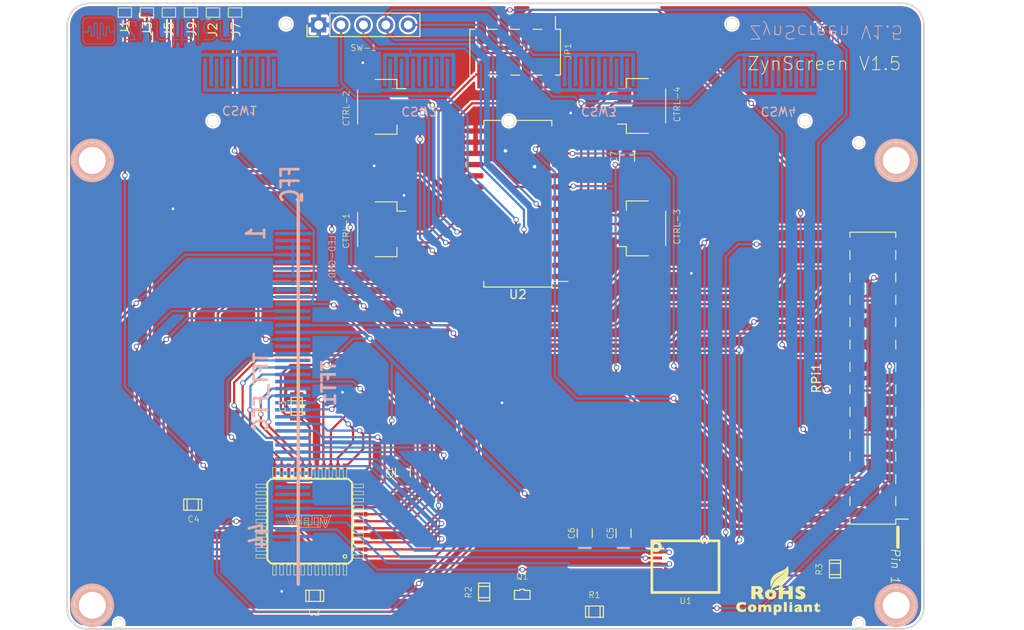
<source format=kicad_pcb>
(kicad_pcb (version 20171130) (host pcbnew 5.1.5-52549c5~86~ubuntu18.04.1)
  (layers (0 Front signal) (31 Back signal) (34 B.Paste user) (35 F.Paste user) (36 B.SilkS user) (37 F.SilkS user) (38 B.Mask user) (39 F.Mask user) (44 Edge.Cuts user))
  (net 0 "")
  (net 1 /BACKLIGHT)
  (net 2 /CE0)
  (net 3 /CE1)
  (net 4 /DB00)
  (net 5 /DB01)
  (net 6 /DB02)
  (net 7 /DB03)
  (net 8 /DB04)
  (net 9 /DB05)
  (net 10 /DB06)
  (net 11 /DB07)
  (net 12 /DB08)
  (net 13 /DB09)
  (net 14 /DB10)
  (net 15 /DB11)
  (net 16 /DB12)
  (net 17 /DB13)
  (net 18 /DB14)
  (net 19 /DB15)
  (net 20 /RESET)
  (net 21 /RS)
  (net 22 /SCL)
  (net 23 /SDA)
  (net 24 /TCK)
  (net 25 /TDI)
  (net 26 /TDO)
  (net 27 /TMS)
  (net 28 /XL)
  (net 29 /XR)
  (net 30 /YD)
  (net 31 /YU)
  (net 32 +3V3)
  (net 33 GND)
  (net 34 +5V)
  (net 35 /CLK)
  (net 36 /MOSI)
  (net 37 "Net-(IC1-Pad31)")
  (net 38 "Net-(IC1-Pad33)")
  (net 39 "Net-(IC1-Pad34)")
  (net 40 "Net-(IC1-Pad35)")
  (net 41 "Net-(IC1-Pad37)")
  (net 42 "Net-(IC1-Pad38)")
  (net 43 "Net-(IC1-Pad39)")
  (net 44 "Net-(IC1-Pad40)")
  (net 45 "Net-(IC1-Pad42)")
  (net 46 "Net-(IC1-Pad43)")
  (net 47 "Net-(IC1-Pad44)")
  (net 48 INTA-2)
  (net 49 INTA-1)
  (net 50 INTB-1)
  (net 51 "Net-(Q1-Pad1)")
  (net 52 "Net-(Q1-Pad3)")
  (net 53 "Net-(R2-Pad2)")
  (net 54 "Net-(RPi1-Pad8)")
  (net 55 "Net-(RPi1-Pad10)")
  (net 56 "Net-(RPi1-Pad17)")
  (net 57 /MISO)
  (net 58 "Net-(TFT1-Pad9)")
  (net 59 "Net-(TFT1-Pad17)")
  (net 60 "Net-(TFT1-Pad18)")
  (net 61 "Net-(TFT1-Pad35)")
  (net 62 "Net-(TFT1-Pad36)")
  (net 63 "Net-(TFT1-Pad37)")
  (net 64 "Net-(TFT1-Pad38)")
  (net 65 "Net-(U1-Pad13)")
  (net 66 INTA)
  (net 67 INTB)
  (net 68 "Net-(CTRL-2-Pad2)")
  (net 69 "Net-(CTRL-1-Pad4)")
  (net 70 "Net-(CTRL-1-Pad3)")
  (net 71 "Net-(CTRL-1-Pad2)")
  (net 72 "Net-(CTRL-4-Pad4)")
  (net 73 "Net-(CTRL-4-Pad3)")
  (net 74 "Net-(CTRL-4-Pad2)")
  (net 75 "Net-(CTRL-3-Pad4)")
  (net 76 "Net-(CTRL-3-Pad3)")
  (net 77 "Net-(CTRL-3-Pad2)")
  (net 78 "Net-(CTRL-2-Pad4)")
  (net 79 "Net-(CTRL-2-Pad3)")
  (net 80 /TP_INT)
  (net 81 "Net-(RPi1-Pad12)")
  (net 82 "Net-(CSW4-Pad1)")
  (net 83 "Net-(CSW3-Pad1)")
  (net 84 "Net-(CSW2-Pad1)")
  (net 85 "Net-(CSW1-Pad1)")
  (module contact_switch:ZynScreen-Touch-Pad-Hole (layer Front) (at 144.9 56.7)
    (fp_text reference 1.2mm_touchpad hide)
    (fp_text value P*** hide)
    (pad 1 thru_hole circle (at 0 0) (size 1.29982 1.29982) (drill 1.20076) (layers *.Cu *.Mask F.SilkS))
  )
  (module contact_switch:ZynScreen-Touch-Pad-Hole (layer Front) (at 136.6 45.7)
    (fp_text reference 1.2mm_touchpad hide)
    (fp_text value P*** hide)
    (pad 1 thru_hole circle (at 0 0) (size 1.29982 1.29982) (drill 1.20076) (layers *.Cu *.Mask F.SilkS))
  )
  (module contact_switch:ZynScreen-Touch-Pad-Hole (layer Front) (at 111.3 56.7)
    (fp_text reference 1.2mm_touchpad hide)
    (fp_text value P*** hide)
    (pad 1 thru_hole circle (at 0 0) (size 1.29982 1.29982) (drill 1.20076) (layers *.Cu *.Mask F.SilkS))
  )
  (module contact_switch:ZynScreen-Touch-Pad-Hole (layer Front) (at 86 45.7)
    (fp_text reference 1.2mm_touchpad hide)
    (fp_text value P*** hide)
    (pad 1 thru_hole circle (at 0 0) (size 1.29982 1.29982) (drill 1.20076) (layers *.Cu *.Mask F.SilkS))
  )
  (module contact_switch:ZynScreen-Touch-Pad-Hole (layer Front) (at 77.7 56.7)
    (fp_text reference 1.2mm_touchpad hide)
    (fp_text value P*** hide)
    (pad 1 thru_hole circle (at 0 0) (size 1.29982 1.29982) (drill 1.20076) (layers *.Cu *.Mask F.SilkS))
  )
  (module contact_switch:ZynScreen-Touch-Pad (layer Back) (at 80.7 51.2 180)
    (fp_text reference CSW1 (at -0.05 -4.3 180 unlocked) (layer B.SilkS) (effects (justify mirror)))
    (fp_text value SW_Push)
    (fp_line (start 3.9 -2) (end 3.9 1.4) (layer Back) (width 0.4))
    (fp_line (start 3.9 -2) (end 3.9 1.4) (layer Back) (width 0.2))
    (fp_line (start 2.6 -2) (end 2.6 1.4) (layer Back) (width 0.4))
    (fp_line (start 1.3716 -2) (end 1.3716 1.4) (layer Back) (width 0.4))
    (fp_line (start 0 -2) (end 0 1.4) (layer Back) (width 0.4))
    (fp_line (start -3.9 -2) (end -3.9 1.4) (layer Back) (width 0.4))
    (fp_line (start -2.6543 -2) (end -2.6543 1.4) (layer Back) (width 0.4))
    (fp_line (start -1.3716 -2) (end -1.3716 1.4) (layer Back) (width 0.4))
    (fp_line (start -0.6858 -1.4061) (end -0.6858 1.9939) (layer Back) (width 0.4))
    (fp_line (start -2 -1.4) (end -2 2) (layer Back) (width 0.4))
    (fp_line (start -3.3 -1.4) (end -3.3 2) (layer Back) (width 0.4))
    (fp_line (start 0.6985 1.9939) (end 0.6985 -1.4061) (layer Back) (width 0.4))
    (fp_line (start 2 2) (end 2 -1.4) (layer Back) (width 0.4))
    (fp_line (start 3.2 2) (end 3.2 -1.4) (layer Back) (width 0.4))
    (pad 2 smd rect (at 0 2 180) (size 8 0.4) (layers Back B.Paste B.Mask) (net 33 GND))
    (pad 1 smd rect (at 0 -2 180) (size 8 0.4) (layers Back B.Paste B.Mask) (net 85 "Net-(CSW1-Pad1)"))
  )
  (module contact_switch:ZynScreen-Touch-Pad (layer Back) (at 141.9 51.2)
    (fp_text reference CSW4 (at 0 4.4 180 unlocked) (layer B.SilkS) (effects (justify mirror)))
    (fp_text value SW_Push)
    (fp_line (start 3.9 -2) (end 3.9 1.4) (layer Back) (width 0.4))
    (fp_line (start 3.9 -2) (end 3.9 1.4) (layer Back) (width 0.2))
    (fp_line (start 2.6 -2) (end 2.6 1.4) (layer Back) (width 0.4))
    (fp_line (start 1.3716 -2) (end 1.3716 1.4) (layer Back) (width 0.4))
    (fp_line (start 0 -2) (end 0 1.4) (layer Back) (width 0.4))
    (fp_line (start -3.9 -2) (end -3.9 1.4) (layer Back) (width 0.4))
    (fp_line (start -2.6543 -2) (end -2.6543 1.4) (layer Back) (width 0.4))
    (fp_line (start -1.3716 -2) (end -1.3716 1.4) (layer Back) (width 0.4))
    (fp_line (start -0.6858 -1.4061) (end -0.6858 1.9939) (layer Back) (width 0.4))
    (fp_line (start -2 -1.4) (end -2 2) (layer Back) (width 0.4))
    (fp_line (start -3.3 -1.4) (end -3.3 2) (layer Back) (width 0.4))
    (fp_line (start 0.6985 1.9939) (end 0.6985 -1.4061) (layer Back) (width 0.4))
    (fp_line (start 2 2) (end 2 -1.4) (layer Back) (width 0.4))
    (fp_line (start 3.2 2) (end 3.2 -1.4) (layer Back) (width 0.4))
    (pad 2 smd rect (at 0 2) (size 8 0.4) (layers Back B.Paste B.Mask) (net 33 GND))
    (pad 1 smd rect (at 0 -2) (size 8 0.4) (layers Back B.Paste B.Mask) (net 82 "Net-(CSW4-Pad1)"))
  )
  (module contact_switch:ZynScreen-Touch-Pad (layer Back) (at 121.5 51.2)
    (fp_text reference CSW3 (at 0 4.4 180 unlocked) (layer B.SilkS) (effects (justify mirror)))
    (fp_text value SW_Push)
    (fp_line (start 3.9 -2) (end 3.9 1.4) (layer Back) (width 0.4))
    (fp_line (start 3.9 -2) (end 3.9 1.4) (layer Back) (width 0.2))
    (fp_line (start 2.6 -2) (end 2.6 1.4) (layer Back) (width 0.4))
    (fp_line (start 1.3716 -2) (end 1.3716 1.4) (layer Back) (width 0.4))
    (fp_line (start 0 -2) (end 0 1.4) (layer Back) (width 0.4))
    (fp_line (start -3.9 -2) (end -3.9 1.4) (layer Back) (width 0.4))
    (fp_line (start -2.6543 -2) (end -2.6543 1.4) (layer Back) (width 0.4))
    (fp_line (start -1.3716 -2) (end -1.3716 1.4) (layer Back) (width 0.4))
    (fp_line (start -0.6858 -1.4061) (end -0.6858 1.9939) (layer Back) (width 0.4))
    (fp_line (start -2 -1.4) (end -2 2) (layer Back) (width 0.4))
    (fp_line (start -3.3 -1.4) (end -3.3 2) (layer Back) (width 0.4))
    (fp_line (start 0.6985 1.9939) (end 0.6985 -1.4061) (layer Back) (width 0.4))
    (fp_line (start 2 2) (end 2 -1.4) (layer Back) (width 0.4))
    (fp_line (start 3.2 2) (end 3.2 -1.4) (layer Back) (width 0.4))
    (pad 2 smd rect (at 0 2) (size 8 0.4) (layers Back B.Paste B.Mask) (net 33 GND))
    (pad 1 smd rect (at 0 -2) (size 8 0.4) (layers Back B.Paste B.Mask) (net 83 "Net-(CSW3-Pad1)"))
  )
  (module zynthian:ZynScreen-Touch-Pad (layer Back) (at 101.1 51.2)
    (fp_text reference CSW2 (at 0 4.4 180 unlocked) (layer B.SilkS) (effects (justify mirror)))
    (fp_text value SW_Push)
    (fp_line (start 3.2 2) (end 3.2 -1.4) (layer Back) (width 0.4))
    (fp_line (start 2 2) (end 2 -1.4) (layer Back) (width 0.4))
    (fp_line (start 0.6985 1.9939) (end 0.6985 -1.4061) (layer Back) (width 0.4))
    (fp_line (start -3.3 -1.4) (end -3.3 2) (layer Back) (width 0.4))
    (fp_line (start -2 -1.4) (end -2 2) (layer Back) (width 0.4))
    (fp_line (start -0.6858 -1.4061) (end -0.6858 1.9939) (layer Back) (width 0.4))
    (fp_line (start -1.3716 -2) (end -1.3716 1.4) (layer Back) (width 0.4))
    (fp_line (start -2.6543 -2) (end -2.6543 1.4) (layer Back) (width 0.4))
    (fp_line (start -3.9 -2) (end -3.9 1.4) (layer Back) (width 0.4))
    (fp_line (start 0 -2) (end 0 1.4) (layer Back) (width 0.4))
    (fp_line (start 1.3716 -2) (end 1.3716 1.4) (layer Back) (width 0.4))
    (fp_line (start 2.6 -2) (end 2.6 1.4) (layer Back) (width 0.4))
    (fp_line (start 3.9 -2) (end 3.9 1.4) (layer Back) (width 0.2))
    (fp_line (start 3.9 -2) (end 3.9 1.4) (layer Back) (width 0.4))
    (pad 1 smd rect (at 0 -2) (size 8 0.4) (layers Back B.Paste B.Mask) (net 84 "Net-(CSW2-Pad1)"))
    (pad 2 smd rect (at 0 2) (size 8 0.4) (layers Back B.Paste B.Mask) (net 33 GND))
  )
  (module Marks:Via-0.6mm (layer Front) (at 94.7 50.1)
    (fp_text reference "" hide)
    (fp_text value "" hide)
    (pad 1 thru_hole circle (at 0 0) (size 0.6 0.6) (drill 0.3) (layers *.Cu) (net 33 GND))
  )
  (module Connector_PinHeader_2.54mm:PinHeader_2x13_P2.54mm_Vertical_SMD (layer Front) (at 152.6 85.9 180)
    (fp_text reference RPi1 (at 6.4 0 270) (layer F.SilkS))
    (fp_text value RASPBERRY_IO)
    (pad 26 smd rect (at 2.525 15.24 180) (size 3.15 1) (layers Front F.Paste F.Mask) (net 3 /CE1))
    (pad 25 smd rect (at -2.525 15.24 180) (size 3.15 1) (layers Front F.Paste F.Mask) (net 33 GND))
    (pad 24 smd rect (at 2.525 12.7 180) (size 3.15 1) (layers Front F.Paste F.Mask) (net 2 /CE0))
    (pad 23 smd rect (at -2.525 12.7 180) (size 3.15 1) (layers Front F.Paste F.Mask) (net 35 /CLK))
    (pad 22 smd rect (at 2.525 10.16 180) (size 3.15 1) (layers Front F.Paste F.Mask) (net 20 /RESET))
    (pad 21 smd rect (at -2.525 10.16 180) (size 3.15 1) (layers Front F.Paste F.Mask) (net 57 /MISO))
    (pad 20 smd rect (at 2.525 7.62 180) (size 3.15 1) (layers Front F.Paste F.Mask) (net 33 GND))
    (pad 19 smd rect (at -2.525 7.62 180) (size 3.15 1) (layers Front F.Paste F.Mask) (net 36 /MOSI))
    (pad 18 smd rect (at 2.525 5.08 180) (size 3.15 1) (layers Front F.Paste F.Mask) (net 21 /RS))
    (pad 17 smd rect (at -2.525 5.08 180) (size 3.15 1) (layers Front F.Paste F.Mask) (net 56 "Net-(RPi1-Pad17)"))
    (pad 16 smd rect (at 2.525 2.54 180) (size 3.15 1) (layers Front F.Paste F.Mask) (net 48 INTA-2))
    (pad 15 smd rect (at -2.525 2.54 180) (size 3.15 1) (layers Front F.Paste F.Mask) (net 1 /BACKLIGHT))
    (pad 14 smd rect (at 2.525 0 180) (size 3.15 1) (layers Front F.Paste F.Mask) (net 33 GND))
    (pad 13 smd rect (at -2.525 0 180) (size 3.15 1) (layers Front F.Paste F.Mask) (net 49 INTA-1))
    (pad 12 smd rect (at 2.525 -2.54 180) (size 3.15 1) (layers Front F.Paste F.Mask) (net 81 "Net-(RPi1-Pad12)"))
    (pad 11 smd rect (at -2.525 -2.54 180) (size 3.15 1) (layers Front F.Paste F.Mask) (net 80 /TP_INT))
    (pad 10 smd rect (at 2.525 -5.08 180) (size 3.15 1) (layers Front F.Paste F.Mask) (net 55 "Net-(RPi1-Pad10)"))
    (pad 9 smd rect (at -2.525 -5.08 180) (size 3.15 1) (layers Front F.Paste F.Mask) (net 33 GND))
    (pad 8 smd rect (at 2.525 -7.62 180) (size 3.15 1) (layers Front F.Paste F.Mask) (net 54 "Net-(RPi1-Pad8)"))
    (pad 7 smd rect (at -2.525 -7.62 180) (size 3.15 1) (layers Front F.Paste F.Mask) (net 50 INTB-1))
    (pad 6 smd rect (at 2.525 -10.16 180) (size 3.15 1) (layers Front F.Paste F.Mask) (net 33 GND))
    (pad 5 smd rect (at -2.525 -10.16 180) (size 3.15 1) (layers Front F.Paste F.Mask) (net 22 /SCL))
    (pad 4 smd rect (at 2.525 -12.7 180) (size 3.15 1) (layers Front F.Paste F.Mask) (net 34 +5V))
    (pad 3 smd rect (at -2.525 -12.7 180) (size 3.15 1) (layers Front F.Paste F.Mask) (net 23 /SDA))
    (pad 2 smd rect (at 2.525 -15.24 180) (size 3.15 1) (layers Front F.Paste F.Mask) (net 34 +5V))
    (pad 1 smd rect (at -2.525 -15.24 180) (size 3.15 1) (layers Front F.Paste F.Mask) (net 32 +3V3))
  )
  (module Package_SO:SOIC-28W_7.5x18.7mm_P1.27mm (layer Front) (at 112.3 66.1 180)
    (fp_text reference U2 (at 0 -10.3 180) (layer F.SilkS))
    (fp_text value MCP23017-microchip)
    (pad 28 smd roundrect (at 4.8 -8.255 180) (size 1.8 0.6) (layers Front F.Paste F.Mask) (net 84 "Net-(CSW2-Pad1)"))
    (pad 27 smd roundrect (at 4.8 -6.985 180) (size 1.8 0.6) (layers Front F.Paste F.Mask) (net 85 "Net-(CSW1-Pad1)"))
    (pad 26 smd roundrect (at 4.8 -5.715 180) (size 1.8 0.6) (layers Front F.Paste F.Mask) (net 78 "Net-(CTRL-2-Pad4)"))
    (pad 25 smd roundrect (at 4.8 -4.445 180) (size 1.8 0.6) (layers Front F.Paste F.Mask) (net 79 "Net-(CTRL-2-Pad3)"))
    (pad 24 smd roundrect (at 4.8 -3.175 180) (size 1.8 0.6) (layers Front F.Paste F.Mask) (net 68 "Net-(CTRL-2-Pad2)"))
    (pad 23 smd roundrect (at 4.8 -1.905 180) (size 1.8 0.6) (layers Front F.Paste F.Mask) (net 69 "Net-(CTRL-1-Pad4)"))
    (pad 22 smd roundrect (at 4.8 -0.635 180) (size 1.8 0.6) (layers Front F.Paste F.Mask) (net 70 "Net-(CTRL-1-Pad3)"))
    (pad 21 smd roundrect (at 4.8 0.635 180) (size 1.8 0.6) (layers Front F.Paste F.Mask) (net 71 "Net-(CTRL-1-Pad2)"))
    (pad 20 smd roundrect (at 4.8 1.905 180) (size 1.8 0.6) (layers Front F.Paste F.Mask) (net 66 INTA))
    (pad 19 smd roundrect (at 4.8 3.175 180) (size 1.8 0.6) (layers Front F.Paste F.Mask) (net 67 INTB))
    (pad 18 smd roundrect (at 4.8 4.445 180) (size 1.8 0.6) (layers Front F.Paste F.Mask) (net 34 +5V))
    (pad 17 smd roundrect (at 4.8 5.715 180) (size 1.8 0.6) (layers Front F.Paste F.Mask) (net 33 GND))
    (pad 16 smd roundrect (at 4.8 6.985 180) (size 1.8 0.6) (layers Front F.Paste F.Mask) (net 33 GND))
    (pad 15 smd roundrect (at 4.8 8.255 180) (size 1.8 0.6) (layers Front F.Paste F.Mask) (net 33 GND))
    (pad 14 smd roundrect (at -4.8 8.255 180) (size 1.8 0.6) (layers Front F.Paste F.Mask))
    (pad 13 smd roundrect (at -4.8 6.985 180) (size 1.8 0.6) (layers Front F.Paste F.Mask) (net 23 /SDA))
    (pad 12 smd roundrect (at -4.8 5.715 180) (size 1.8 0.6) (layers Front F.Paste F.Mask) (net 22 /SCL))
    (pad 11 smd roundrect (at -4.8 4.445 180) (size 1.8 0.6) (layers Front F.Paste F.Mask))
    (pad 10 smd roundrect (at -4.8 3.175 180) (size 1.8 0.6) (layers Front F.Paste F.Mask) (net 33 GND))
    (pad 9 smd roundrect (at -4.8 1.905 180) (size 1.8 0.6) (layers Front F.Paste F.Mask) (net 34 +5V))
    (pad 8 smd roundrect (at -4.8 0.635 180) (size 1.8 0.6) (layers Front F.Paste F.Mask) (net 82 "Net-(CSW4-Pad1)"))
    (pad 7 smd roundrect (at -4.8 -0.635 180) (size 1.8 0.6) (layers Front F.Paste F.Mask) (net 83 "Net-(CSW3-Pad1)"))
    (pad 6 smd roundrect (at -4.8 -1.905 180) (size 1.8 0.6) (layers Front F.Paste F.Mask) (net 72 "Net-(CTRL-4-Pad4)"))
    (pad 5 smd roundrect (at -4.8 -3.175 180) (size 1.8 0.6) (layers Front F.Paste F.Mask) (net 73 "Net-(CTRL-4-Pad3)"))
    (pad 4 smd roundrect (at -4.8 -4.445 180) (size 1.8 0.6) (layers Front F.Paste F.Mask) (net 74 "Net-(CTRL-4-Pad2)"))
    (pad 3 smd roundrect (at -4.8 -5.715 180) (size 1.8 0.6) (layers Front F.Paste F.Mask) (net 75 "Net-(CTRL-3-Pad4)"))
    (pad 2 smd roundrect (at -4.8 -6.985 180) (size 1.8 0.6) (layers Front F.Paste F.Mask) (net 76 "Net-(CTRL-3-Pad3)"))
    (pad 1 smd roundrect (at -4.8 -8.255 180) (size 1.8 0.6) (layers Front F.Paste F.Mask) (net 77 "Net-(CTRL-3-Pad2)"))
  )
  (module Marks:Via-0.6mm (layer Front) (at 132 74)
    (fp_text reference "" hide)
    (fp_text value "" hide)
    (pad 1 thru_hole circle (at 0 0) (size 0.6 0.6) (drill 0.3) (layers *.Cu) (net 33 GND))
  )
  (module Capacitors_SMD:C_0805 (layer Front) (at 124.7 60.8 90)
    (fp_text reference C7 (at 0 -1.5 90) (layer F.SilkS) (effects (font (size 0.7 0.7) (thickness 0.07))))
    (fp_text value 100nF)
    (pad 2 smd rect (at 1 0 90) (size 1 1.25) (layers Front F.Paste F.Mask) (net 33 GND))
    (pad 1 smd rect (at -1 0 90) (size 1 1.25) (layers Front F.Paste F.Mask) (net 34 +5V))
  )
  (module w_smd_cap:c_0805 (layer Front) (at 121 112.4)
    (fp_text reference R1 (at 0 -1.9) (layer F.SilkS) (effects (font (size 0.7 0.7) (thickness 0.07))))
    (fp_text value 1K hide)
    (pad 2 smd rect (at -0.9525 0) (size 1.30048 1.4986) (layers Front F.Paste F.Mask) (net 51 "Net-(Q1-Pad1)"))
    (pad 1 smd rect (at 0.9525 0) (size 1.30048 1.4986) (layers Front F.Paste F.Mask) (net 1 /BACKLIGHT))
  )
  (module Connector_JST:JST_SH_SM04B-SRSS-TB_1x04-1MP_P1.00mm_Horizontal (layer Front) (at 96.8 69 270)
    (fp_text reference CTRL-1 (at 0.18 3.98 270) (layer F.SilkS) (effects (font (size 0.7 0.7) (thickness 0.07))))
    (fp_text value CTRL1)
    (pad 1 smd roundrect (at -1.5 -2 270) (size 0.6 1.55) (layers Front F.Paste F.Mask) (net 33 GND))
    (pad 2 smd roundrect (at -0.5 -2 270) (size 0.6 1.55) (layers Front F.Paste F.Mask) (net 71 "Net-(CTRL-1-Pad2)"))
    (pad 3 smd roundrect (at 0.5 -2 270) (size 0.6 1.55) (layers Front F.Paste F.Mask) (net 70 "Net-(CTRL-1-Pad3)"))
    (pad 4 smd roundrect (at 1.5 -2 270) (size 0.6 1.55) (layers Front F.Paste F.Mask) (net 69 "Net-(CTRL-1-Pad4)"))
    (pad MP smd roundrect (at -2.8 1.875 270) (size 1.2 1.8) (layers Front F.Paste F.Mask) (roundrect_rratio 0.208333))
    (pad MP smd roundrect (at 2.8 1.875 270) (size 1.2 1.8) (layers Front F.Paste F.Mask) (roundrect_rratio 0.208333))
  )
  (module Marks:Via-0.6mm (layer Front) (at 73.15 66.675)
    (fp_text reference "" hide)
    (fp_text value "" hide)
    (pad 1 thru_hole circle (at 0 0) (size 0.6 0.6) (drill 0.3) (layers *.Cu) (net 33 GND))
  )
  (module Marks:Via-0.6mm (layer Front) (at 99.375 65.15)
    (fp_text reference "" hide)
    (fp_text value "" hide)
    (pad 1 thru_hole circle (at 0 0) (size 0.6 0.6) (drill 0.3) (layers *.Cu) (net 33 GND))
  )
  (module Marks:Via-0.6mm (layer Front) (at 118.3 55.8)
    (fp_text reference "" hide)
    (fp_text value "" hide)
    (pad 1 thru_hole circle (at 0 0) (size 0.6 0.6) (drill 0.3) (layers *.Cu) (net 33 GND))
  )
  (module Marks:Via-0.6mm (layer Front) (at 85.5 110.1)
    (fp_text reference "" hide)
    (fp_text value "" hide)
    (pad 1 thru_hole circle (at 0 0) (size 0.6 0.6) (drill 0.3) (layers *.Cu) (net 33 GND))
  )
  (module Marks:Via-0.6mm (layer Front) (at 110.5 88.7)
    (fp_text reference "" hide)
    (fp_text value "" hide)
    (pad 1 thru_hole circle (at 0 0) (size 0.6 0.6) (drill 0.3) (layers *.Cu) (net 33 GND))
  )
  (module Marks:Via-0.6mm (layer Front) (at 92.4 87.5)
    (fp_text reference "" hide)
    (fp_text value "" hide)
    (pad 1 thru_hole circle (at 0 0) (size 0.6 0.6) (drill 0.3) (layers *.Cu) (net 33 GND))
  )
  (module w_smd_cap:c_0805 (layer Front) (at 89.25 110.6)
    (fp_text reference C2 (at -0.05 1.9) (layer F.SilkS) (effects (font (size 0.7 0.7) (thickness 0.07))))
    (fp_text value 100nF hide)
    (pad 1 smd rect (at 0.9525 0) (size 1.30048 1.4986) (layers Front F.Paste F.Mask) (net 32 +3V3))
    (pad 2 smd rect (at -0.9525 0) (size 1.30048 1.4986) (layers Front F.Paste F.Mask) (net 33 GND))
  )
  (module SOT323 (layer Front) (at 112.8 110.5 180)
    (fp_text reference Q1 (at 0 2.1 180) (layer F.SilkS) (effects (font (size 0.7 0.7) (thickness 0.07))))
    (fp_text value Q_NPN_BEC hide)
    (pad 2 smd rect (at -0.65024 -0.94996 180) (size 0.59944 1.00076) (layers Front F.Paste F.Mask) (net 33 GND))
    (pad 1 smd rect (at 0.65024 -0.94996 180) (size 0.59944 1.00076) (layers Front F.Paste F.Mask) (net 51 "Net-(Q1-Pad1)"))
    (pad 3 smd rect (at 0 0.94996 180) (size 0.59944 1.00076) (layers Front F.Paste F.Mask) (net 52 "Net-(Q1-Pad3)"))
  )
  (module TSSOP-16 (layer Front) (at 131.05 107.3 270)
    (fp_text reference U1 (at 3.875 -0.3) (layer F.SilkS) (effects (font (size 0.7 0.7) (thickness 0.07))))
    (fp_text value XPT2046 hide)
    (pad 1 smd rect (at -2.3 2.9 270) (size 0.3302 1.0414) (layers Front F.Paste F.Mask) (net 32 +3V3))
    (pad 2 smd rect (at -1.64468 2.9 270) (size 0.3302 1.0414) (layers Front F.Paste F.Mask) (net 28 /XL))
    (pad 3 smd rect (at -0.98936 2.9 270) (size 0.3302 1.0414) (layers Front F.Paste F.Mask) (net 30 /YD))
    (pad 4 smd rect (at -0.33404 2.9 270) (size 0.3302 1.0414) (layers Front F.Paste F.Mask) (net 29 /XR))
    (pad 5 smd rect (at 0.32128 2.9 270) (size 0.3302 1.0414) (layers Front F.Paste F.Mask) (net 31 /YU))
    (pad 6 smd rect (at 0.9766 2.9 270) (size 0.3302 1.0414) (layers Front F.Paste F.Mask) (net 33 GND))
    (pad 7 smd rect (at 1.63192 2.9 270) (size 0.3302 1.0414) (layers Front F.Paste F.Mask) (net 33 GND))
    (pad 8 smd rect (at 2.28724 2.9 270) (size 0.3302 1.0414) (layers Front F.Paste F.Mask) (net 33 GND))
    (pad 9 smd rect (at 2.28724 -3.2468 90) (size 0.3302 1.0414) (layers Front F.Paste F.Mask) (net 32 +3V3))
    (pad 10 smd rect (at 1.63192 -3.2468 90) (size 0.3302 1.0414) (layers Front F.Paste F.Mask) (net 32 +3V3))
    (pad 11 smd rect (at 0.9766 -3.2468 90) (size 0.3302 1.0414) (layers Front F.Paste F.Mask) (net 80 /TP_INT))
    (pad 12 smd rect (at 0.32128 -3.2468 90) (size 0.3302 1.0414) (layers Front F.Paste F.Mask) (net 57 /MISO))
    (pad 13 smd rect (at -0.33404 -3.2468 90) (size 0.3302 1.0414) (layers Front F.Paste F.Mask) (net 65 "Net-(U1-Pad13)"))
    (pad 14 smd rect (at -0.98936 -3.2468 90) (size 0.3302 1.0414) (layers Front F.Paste F.Mask) (net 36 /MOSI))
    (pad 15 smd rect (at -1.64468 -3.2468 90) (size 0.3302 1.0414) (layers Front F.Paste F.Mask) (net 3 /CE1))
    (pad 16 smd rect (at -2.3 -3.2468 90) (size 0.3302 1.0414) (layers Front F.Paste F.Mask) (net 35 /CLK))
  )
  (module w_smd_cap:c_0805 (layer Front) (at 148.304 107.559 90)
    (fp_text reference R3 (at -0.041 -1.804 90) (layer F.SilkS) (effects (font (size 0.7 0.7) (thickness 0.07))))
    (fp_text value 100K hide)
    (pad 1 smd rect (at 0.9525 0 90) (size 1.30048 1.4986) (layers Front F.Paste F.Mask) (net 80 /TP_INT))
    (pad 2 smd rect (at -0.9525 0 90) (size 1.30048 1.4986) (layers Front F.Paste F.Mask) (net 32 +3V3))
  )
  (module w_smd_cap:c_0805 (layer Front) (at 108.475 110.175 270)
    (fp_text reference R2 (at 0.025 1.775 270) (layer F.SilkS) (effects (font (size 0.7 0.7) (thickness 0.07))))
    (fp_text value 4.7 hide)
    (pad 1 smd rect (at 0.9525 0 270) (size 1.30048 1.4986) (layers Front F.Paste F.Mask) (net 52 "Net-(Q1-Pad3)"))
    (pad 2 smd rect (at -0.9525 0 270) (size 1.30048 1.4986) (layers Front F.Paste F.Mask) (net 53 "Net-(R2-Pad2)"))
  )
  (module w_smd_cap:c_0805 (layer Front) (at 75.4 100.25 180)
    (fp_text reference C4 (at -0.1 -1.65 180) (layer F.SilkS) (effects (font (size 0.7 0.7) (thickness 0.07))))
    (fp_text value 100nF hide)
    (pad 1 smd rect (at 0.9525 0 180) (size 1 1.4986) (layers Front F.Paste F.Mask) (net 32 +3V3))
    (pad 2 smd rect (at -0.9525 0 180) (size 1 1.4986) (layers Front F.Paste F.Mask) (net 33 GND))
  )
  (module w_smd_cap:c_0805 (layer Front) (at 87.2 89.1 270)
    (fp_text reference C3 (at 0 1.6 270) (layer F.SilkS) (effects (font (size 0.7 0.7) (thickness 0.07))))
    (fp_text value 100nF hide)
    (pad 1 smd rect (at 0.9525 0 270) (size 1.30048 1.4986) (layers Front F.Paste F.Mask) (net 32 +3V3))
    (pad 2 smd rect (at -0.9525 0 270) (size 1.30048 1.4986) (layers Front F.Paste F.Mask) (net 33 GND))
  )
  (module JTAG-1PAD (layer Front) (at 70.2 44.4 90)
    (fp_text reference J3 (at -1.82 0.04 90) (layer F.SilkS) (effects (font (thickness 0.127))))
    (fp_text value Conn_01x01 hide)
    (pad 1 smd rect (at 0 0 90) (size 0.889 1.397) (layers Front F.Mask) (net 26 /TDO))
  )
  (module JTAG-1PAD (layer Front) (at 67.7 44.4 90)
    (fp_text reference J1 (at -1.69 0.02 90) (layer F.SilkS) (effects (font (thickness 0.127))))
    (fp_text value Conn_01x01 hide)
    (pad 1 smd rect (at 0 0 90) (size 0.889 1.397) (layers Front F.Mask) (net 24 /TCK))
  )
  (module FFC_TFT (layer Back) (at 86.752 86.584 270)
    (fp_text reference TFT1 (at -0.09906 -4.09956 270) (layer B.SilkS) (effects (font (size 1.524 1.524) (thickness 0.3048)) (justify mirror)))
    (fp_text value TFT_FFC (at 0.89916 3.59918 270) (layer B.SilkS) (effects (font (size 1.524 1.524) (thickness 0.3048)) (justify mirror)))
    (pad 1 smd rect (at -17.09928 0 270) (size 0.39878 4.0005) (layers Back B.Paste B.Mask) (net 32 +3V3))
    (pad 2 smd rect (at -16.29918 0 270) (size 0.39878 4.0005) (layers Back B.Paste B.Mask) (net 53 "Net-(R2-Pad2)"))
    (pad 3 smd rect (at -15.49908 0 270) (size 0.39878 4.0005) (layers Back B.Paste B.Mask) (net 53 "Net-(R2-Pad2)"))
    (pad 4 smd rect (at -14.69898 0 270) (size 0.39878 4.0005) (layers Back B.Paste B.Mask) (net 53 "Net-(R2-Pad2)"))
    (pad 5 smd rect (at -13.89888 0 270) (size 0.39878 4.0005) (layers Back B.Paste B.Mask) (net 53 "Net-(R2-Pad2)"))
    (pad 6 smd rect (at -13.09878 0 270) (size 0.39878 4.0005) (layers Back B.Paste B.Mask) (net 53 "Net-(R2-Pad2)"))
    (pad 7 smd rect (at -12.29868 0 270) (size 0.39878 4.0005) (layers Back B.Paste B.Mask) (net 53 "Net-(R2-Pad2)"))
    (pad 8 smd rect (at -11.49858 0 270) (size 0.39878 4.0005) (layers Back B.Paste B.Mask) (net 33 GND))
    (pad 9 smd rect (at -10.69848 0 270) (size 0.39878 4.0005) (layers Back B.Paste B.Mask) (net 58 "Net-(TFT1-Pad9)"))
    (pad 10 smd rect (at -9.89838 0 270) (size 0.39878 4.0005) (layers Back B.Paste B.Mask) (net 32 +3V3))
    (pad 11 smd rect (at -9.09828 0 270) (size 0.39878 4.0005) (layers Back B.Paste B.Mask) (net 32 +3V3))
    (pad 12 smd rect (at -8.29818 0 270) (size 0.39878 4.0005) (layers Back B.Paste B.Mask) (net 38 "Net-(IC1-Pad33)"))
    (pad 13 smd rect (at -7.49808 0 270) (size 0.39878 4.0005) (layers Back B.Paste B.Mask) (net 37 "Net-(IC1-Pad31)"))
    (pad 14 smd rect (at -6.70052 0 270) (size 0.39878 4.0005) (layers Back B.Paste B.Mask) (net 21 /RS))
    (pad 15 smd rect (at -5.90042 0 270) (size 0.39878 4.0005) (layers Back B.Paste B.Mask) (net 32 +3V3))
    (pad 16 smd rect (at -5.10032 0 270) (size 0.39878 4.0005) (layers Back B.Paste B.Mask) (net 20 /RESET))
    (pad 17 smd rect (at -4.30022 0 270) (size 0.39878 4.0005) (layers Back B.Paste B.Mask) (net 59 "Net-(TFT1-Pad17)"))
    (pad 18 smd rect (at -3.50012 0 270) (size 0.39878 4.0005) (layers Back B.Paste B.Mask) (net 60 "Net-(TFT1-Pad18)"))
    (pad 19 smd rect (at -2.70002 0 270) (size 0.39878 4.0005) (layers Back B.Paste B.Mask) (net 19 /DB15))
    (pad 20 smd rect (at -1.89992 0 270) (size 0.39878 4.0005) (layers Back B.Paste B.Mask) (net 18 /DB14))
    (pad 21 smd rect (at -1.09982 0 270) (size 0.39878 4.0005) (layers Back B.Paste B.Mask) (net 17 /DB13))
    (pad 22 smd rect (at -0.29972 0 270) (size 0.39878 4.0005) (layers Back B.Paste B.Mask) (net 16 /DB12))
    (pad 23 smd rect (at 0.50038 0 270) (size 0.39878 4.0005) (layers Back B.Paste B.Mask) (net 15 /DB11))
    (pad 24 smd rect (at 1.30048 0 270) (size 0.39878 4.0005) (layers Back B.Paste B.Mask) (net 14 /DB10))
    (pad 25 smd rect (at 2.10058 0 270) (size 0.39878 4.0005) (layers Back B.Paste B.Mask) (net 13 /DB09))
    (pad 26 smd rect (at 2.90068 0 270) (size 0.39878 4.0005) (layers Back B.Paste B.Mask) (net 12 /DB08))
    (pad 27 smd rect (at 3.70078 0 270) (size 0.39878 4.0005) (layers Back B.Paste B.Mask) (net 11 /DB07))
    (pad 28 smd rect (at 4.50088 0 270) (size 0.39878 4.0005) (layers Back B.Paste B.Mask) (net 10 /DB06))
    (pad 29 smd rect (at 5.30098 0 270) (size 0.39878 4.0005) (layers Back B.Paste B.Mask) (net 9 /DB05))
    (pad 30 smd rect (at 6.10108 0 270) (size 0.39878 4.0005) (layers Back B.Paste B.Mask) (net 8 /DB04))
    (pad 31 smd rect (at 6.90118 0 270) (size 0.39878 4.0005) (layers Back B.Paste B.Mask) (net 7 /DB03))
    (pad 32 smd rect (at 7.70128 0 270) (size 0.39878 4.0005) (layers Back B.Paste B.Mask) (net 6 /DB02))
    (pad 33 smd rect (at 8.50138 0 270) (size 0.39878 4.0005) (layers Back B.Paste B.Mask) (net 5 /DB01))
    (pad 34 smd rect (at 9.30148 0 270) (size 0.39878 4.0005) (layers Back B.Paste B.Mask) (net 4 /DB00))
    (pad 35 smd rect (at 10.10158 0 270) (size 0.39878 4.0005) (layers Back B.Paste B.Mask) (net 61 "Net-(TFT1-Pad35)"))
    (pad 36 smd rect (at 10.90168 0 270) (size 0.39878 4.0005) (layers Back B.Paste B.Mask) (net 62 "Net-(TFT1-Pad36)"))
    (pad 37 smd rect (at 11.70178 0 270) (size 0.39878 4.0005) (layers Back B.Paste B.Mask) (net 63 "Net-(TFT1-Pad37)"))
    (pad 38 smd rect (at 12.50188 0 270) (size 0.39878 4.0005) (layers Back B.Paste B.Mask) (net 64 "Net-(TFT1-Pad38)"))
    (pad 39 smd rect (at 13.30198 0 270) (size 0.39878 4.0005) (layers Back B.Paste B.Mask) (net 33 GND))
    (pad 40 smd rect (at 14.09954 0 270) (size 0.39878 4.0005) (layers Back B.Paste B.Mask) (net 28 /XL))
    (pad 41 smd rect (at 14.89964 0 270) (size 0.39878 4.0005) (layers Back B.Paste B.Mask) (net 30 /YD))
    (pad 42 smd rect (at 15.69974 0 270) (size 0.39878 4.0005) (layers Back B.Paste B.Mask) (net 29 /XR))
    (pad 43 smd rect (at 16.49984 0 270) (size 0.39878 4.0005) (layers Back B.Paste B.Mask) (net 31 /YU))
    (pad 44 smd rect (at 17.29994 0 270) (size 0.39878 4.0005) (layers Back B.Paste B.Mask) (net 33 GND))
  )
  (module 1pin (layer Front) (at 151.004 113.686)
    (fp_text reference 1mm_tft-2 hide)
    (fp_text value P*** hide)
    (pad 1 thru_hole circle (at 0 0) (size 1.09982 1.09982) (drill 1.00076) (layers *.Cu *.Mask F.SilkS))
  )
  (module 1pin (layer Front) (at 67.0014 113.686)
    (fp_text reference 1mm_tft-1 hide)
    (fp_text value P*** hide)
    (pad 1 thru_hole circle (at 0 0) (size 1.09982 1.09982) (drill 1.00076) (layers *.Cu *.Mask F.SilkS))
  )
  (module 1pin (layer Back) (at 155.254 61.184)
    (fp_text reference Mount4 hide)
    (fp_text value P*** hide)
    (pad 1 thru_hole circle (at 0 0) (size 4.064 4.064) (drill 3.048) (layers *.Cu *.Mask B.SilkS))
  )
  (module 1pin (layer Back) (at 155.254 111.684)
    (fp_text reference Mount3 hide)
    (fp_text value P*** hide)
    (pad 1 thru_hole circle (at 0 0) (size 4.064 4.064) (drill 3.048) (layers *.Cu *.Mask B.SilkS))
  )
  (module 1pin (layer Back) (at 64.0016 61.184)
    (fp_text reference Mount2 hide)
    (fp_text value P*** hide)
    (pad 1 thru_hole circle (at 0 0) (size 4.064 4.064) (drill 3.048) (layers *.Cu *.Mask B.SilkS))
  )
  (module 1pin (layer Back) (at 64.0016 111.682)
    (fp_text reference Mount1 hide)
    (fp_text value P*** hide)
    (pad 1 thru_hole circle (at 0 0) (size 4.064 4.064) (drill 3.048) (layers *.Cu *.Mask B.SilkS))
  )
  (module 1pin (layer Front) (at 151.004 59.185)
    (fp_text reference 1mm_tft-3 hide)
    (fp_text value P*** hide)
    (pad 1 thru_hole circle (at 0 0) (size 1.09982 1.09982) (drill 1.00076) (layers *.Cu *.Mask F.SilkS))
  )
  (module altera-TQFP44 (layer Front) (at 88.68 102.135 180)
    (fp_text reference IC1 hide)
    (fp_text value EPM3032A hide)
    (pad 1 smd rect (at -5.79882 -3.99796 180) (size 1.4986 0.49784) (layers Front F.Paste F.Mask) (net 25 /TDI))
    (pad 2 smd rect (at -5.79882 -3.19786 180) (size 1.4986 0.49784) (layers Front F.Paste F.Mask) (net 4 /DB00))
    (pad 3 smd rect (at -5.79882 -2.39776 180) (size 1.4986 0.49784) (layers Front F.Paste F.Mask) (net 5 /DB01))
    (pad 4 smd rect (at -5.79882 -1.59766 180) (size 1.4986 0.49784) (layers Front F.Paste F.Mask) (net 33 GND))
    (pad 5 smd rect (at -5.79882 -0.79756 180) (size 1.4986 0.49784) (layers Front F.Paste F.Mask) (net 6 /DB02))
    (pad 6 smd rect (at -5.79882 0 180) (size 1.4986 0.49784) (layers Front F.Paste F.Mask) (net 7 /DB03))
    (pad 7 smd rect (at -5.79882 0.79756 180) (size 1.4986 0.49784) (layers Front F.Paste F.Mask) (net 27 /TMS))
    (pad 8 smd rect (at -5.79882 1.59766 180) (size 1.4986 0.49784) (layers Front F.Paste F.Mask) (net 8 /DB04))
    (pad 9 smd rect (at -5.79882 2.39776 180) (size 1.4986 0.49784) (layers Front F.Paste F.Mask) (net 32 +3V3))
    (pad 10 smd rect (at -5.79882 3.19786 180) (size 1.4986 0.49784) (layers Front F.Paste F.Mask) (net 9 /DB05))
    (pad 11 smd rect (at -5.79882 3.99796 180) (size 1.4986 0.49784) (layers Front F.Paste F.Mask) (net 33 GND))
    (pad 12 smd rect (at -3.99796 5.79882 180) (size 0.49784 1.4986) (layers Front F.Paste F.Mask) (net 10 /DB06))
    (pad 13 smd rect (at -3.19786 5.79882 180) (size 0.49784 1.4986) (layers Front F.Paste F.Mask) (net 11 /DB07))
    (pad 14 smd rect (at -2.39776 5.79882 180) (size 0.49784 1.4986) (layers Front F.Paste F.Mask) (net 12 /DB08))
    (pad 15 smd rect (at -1.59766 5.79882 180) (size 0.49784 1.4986) (layers Front F.Paste F.Mask) (net 13 /DB09))
    (pad 16 smd rect (at -0.79756 5.79882 180) (size 0.49784 1.4986) (layers Front F.Paste F.Mask) (net 33 GND))
    (pad 17 smd rect (at 0 5.79882 180) (size 0.49784 1.4986) (layers Front F.Paste F.Mask) (net 32 +3V3))
    (pad 18 smd rect (at 0.79756 5.79882 180) (size 0.49784 1.4986) (layers Front F.Paste F.Mask) (net 14 /DB10))
    (pad 19 smd rect (at 1.59766 5.79882 180) (size 0.49784 1.4986) (layers Front F.Paste F.Mask) (net 15 /DB11))
    (pad 20 smd rect (at 2.39776 5.79882 180) (size 0.49784 1.4986) (layers Front F.Paste F.Mask) (net 16 /DB12))
    (pad 21 smd rect (at 3.19786 5.79882 180) (size 0.49784 1.4986) (layers Front F.Paste F.Mask) (net 17 /DB13))
    (pad 22 smd rect (at 3.99796 5.79882 180) (size 0.49784 1.4986) (layers Front F.Paste F.Mask) (net 18 /DB14))
    (pad 23 smd rect (at 5.79882 3.99796 180) (size 1.4986 0.49784) (layers Front F.Paste F.Mask) (net 19 /DB15))
    (pad 24 smd rect (at 5.79882 3.19786 180) (size 1.4986 0.49784) (layers Front F.Paste F.Mask) (net 33 GND))
    (pad 25 smd rect (at 5.79882 2.39776 180) (size 1.4986 0.49784) (layers Front F.Paste F.Mask) (net 2 /CE0))
    (pad 26 smd rect (at 5.79882 1.59766 180) (size 1.4986 0.49784) (layers Front F.Paste F.Mask) (net 24 /TCK))
    (pad 27 smd rect (at 5.79882 0.79756 180) (size 1.4986 0.49784) (layers Front F.Paste F.Mask) (net 35 /CLK))
    (pad 28 smd rect (at 5.79882 0 180) (size 1.4986 0.49784) (layers Front F.Paste F.Mask) (net 36 /MOSI))
    (pad 29 smd rect (at 5.79882 -0.79756 180) (size 1.4986 0.49784) (layers Front F.Paste F.Mask) (net 32 +3V3))
    (pad 30 smd rect (at 5.79882 -1.59766 180) (size 1.4986 0.49784) (layers Front F.Paste F.Mask) (net 33 GND))
    (pad 31 smd rect (at 5.79882 -2.39776 180) (size 1.4986 0.49784) (layers Front F.Paste F.Mask) (net 37 "Net-(IC1-Pad31)"))
    (pad 32 smd rect (at 5.79882 -3.19786 180) (size 1.4986 0.49784) (layers Front F.Paste F.Mask) (net 26 /TDO))
    (pad 33 smd rect (at 5.79882 -3.99796 180) (size 1.4986 0.49784) (layers Front F.Paste F.Mask) (net 38 "Net-(IC1-Pad33)"))
    (pad 34 smd rect (at 3.99796 -5.79882 180) (size 0.49784 1.4986) (layers Front F.Paste F.Mask) (net 39 "Net-(IC1-Pad34)"))
    (pad 35 smd rect (at 3.19786 -5.79882 180) (size 0.49784 1.4986) (layers Front F.Paste F.Mask) (net 40 "Net-(IC1-Pad35)"))
    (pad 36 smd rect (at 2.39776 -5.79882 180) (size 0.49784 1.4986) (layers Front F.Paste F.Mask) (net 33 GND))
    (pad 37 smd rect (at 1.59766 -5.79882 180) (size 0.49784 1.4986) (layers Front F.Paste F.Mask) (net 41 "Net-(IC1-Pad37)"))
    (pad 38 smd rect (at 0.79756 -5.79882 180) (size 0.49784 1.4986) (layers Front F.Paste F.Mask) (net 42 "Net-(IC1-Pad38)"))
    (pad 39 smd rect (at 0 -5.79882 180) (size 0.49784 1.4986) (layers Front F.Paste F.Mask) (net 43 "Net-(IC1-Pad39)"))
    (pad 40 smd rect (at -0.79756 -5.79882 180) (size 0.49784 1.4986) (layers Front F.Paste F.Mask) (net 44 "Net-(IC1-Pad40)"))
    (pad 41 smd rect (at -1.59766 -5.79882 180) (size 0.49784 1.4986) (layers Front F.Paste F.Mask) (net 32 +3V3))
    (pad 42 smd rect (at -2.39776 -5.79882 180) (size 0.49784 1.4986) (layers Front F.Paste F.Mask) (net 45 "Net-(IC1-Pad42)"))
    (pad 43 smd rect (at -3.19786 -5.79882 180) (size 0.49784 1.4986) (layers Front F.Paste F.Mask) (net 46 "Net-(IC1-Pad43)"))
    (pad 44 smd rect (at -3.99796 -5.79882 180) (size 0.49784 1.4986) (layers Front F.Paste F.Mask) (net 47 "Net-(IC1-Pad44)"))
  )
  (module JTAG-1PAD (layer Front) (at 72.7 44.4 90)
    (fp_text reference J5 (at -1.87 0.01 90) (layer F.SilkS) (effects (font (thickness 0.127))))
    (fp_text value Conn_01x01 hide)
    (pad 1 smd rect (at 0 0 90) (size 0.889 1.397) (layers Front F.Mask) (net 27 /TMS))
  )
  (module JTAG-1PAD (layer Front) (at 75.2 44.4 90)
    (fp_text reference J9 (at -1.84 0.11 90) (layer F.SilkS) (effects (font (thickness 0.127))))
    (fp_text value Conn_01x01 hide)
    (pad 1 smd rect (at 0 0 90) (size 0.889 1.397) (layers Front F.Mask) (net 25 /TDI))
  )
  (module JTAG-1PAD (layer Front) (at 77.7 44.4 90)
    (fp_text reference J2 (at -1.96 -0.02 90) (layer F.SilkS) (effects (font (thickness 0.127))))
    (fp_text value Conn_01x01 hide)
    (pad 1 smd rect (at 0 0 90) (size 0.889 1.397) (layers Front F.Mask) (net 33 GND))
  )
  (module JTAG-1PAD (layer Front) (at 80.2 44.4 90)
    (fp_text reference J7 (at -1.9 0.1 90) (layer F.SilkS) (effects (font (thickness 0.127))))
    (fp_text value Conn_01x01 hide)
    (pad 1 smd rect (at 0 0 90) (size 0.889 1.397) (layers Front F.Mask) (net 32 +3V3))
  )
  (module Logo_copper_ROHS_10x5.6mm (layer Front) (at 141.92 110.01)
    (fp_text reference G222 hide)
    (fp_text value LOGO hide)
  )
  (module Pin_Headers:Pin_Header_Straight_1x05_Pitch2.54mm (layer Front) (at 89.7 45.8 90)
    (fp_text reference SW-1 (at -2.6 5.1 -180) (layer F.SilkS) (effects (font (size 0.7 0.7) (thickness 0.07))))
    (fp_text value Conn_01x05)
    (pad 5 thru_hole oval (at 0 10.16 90) (size 1.7 1.7) (drill 1) (layers *.Cu *.Mask) (net 82 "Net-(CSW4-Pad1)"))
    (pad 4 thru_hole oval (at 0 7.62 90) (size 1.7 1.7) (drill 1) (layers *.Cu *.Mask) (net 83 "Net-(CSW3-Pad1)"))
    (pad 3 thru_hole oval (at 0 5.08 90) (size 1.7 1.7) (drill 1) (layers *.Cu *.Mask) (net 84 "Net-(CSW2-Pad1)"))
    (pad 2 thru_hole oval (at 0 2.54 90) (size 1.7 1.7) (drill 1) (layers *.Cu *.Mask) (net 85 "Net-(CSW1-Pad1)"))
    (pad 1 thru_hole rect (at 0 0 90) (size 1.7 1.7) (drill 1) (layers *.Cu *.Mask) (net 33 GND))
  )
  (module Capacitors_SMD:C_0805 (layer Front) (at 99.25 96.6 90)
    (fp_text reference C1 (at 0 -1.5 90) (layer F.SilkS) (effects (font (size 0.7 0.7) (thickness 0.07))))
    (fp_text value 100nF)
    (pad 2 smd rect (at 1 0 90) (size 1 1.25) (layers Front F.Paste F.Mask) (net 33 GND))
    (pad 1 smd rect (at -1 0 90) (size 1 1.25) (layers Front F.Paste F.Mask) (net 32 +3V3))
  )
  (module Capacitors_SMD:C_0805 (layer Front) (at 124.3 103.5 90)
    (fp_text reference C5 (at 0 -1.5 90) (layer F.SilkS) (effects (font (size 0.7 0.7) (thickness 0.07))))
    (fp_text value 100nF)
    (pad 2 smd rect (at 1 0 90) (size 1 1.25) (layers Front F.Paste F.Mask) (net 33 GND))
    (pad 1 smd rect (at -1 0 90) (size 1 1.25) (layers Front F.Paste F.Mask) (net 32 +3V3))
  )
  (module Capacitors_SMD:C_0805 (layer Front) (at 119.9 103.5 90)
    (fp_text reference C6 (at 0 -1.5 90) (layer F.SilkS) (effects (font (size 0.7 0.7) (thickness 0.07))))
    (fp_text value 100nF)
    (pad 1 smd rect (at -1 0 90) (size 1 1.25) (layers Front F.Paste F.Mask) (net 32 +3V3))
    (pad 2 smd rect (at 1 0 90) (size 1 1.25) (layers Front F.Paste F.Mask) (net 33 GND))
  )
  (module Marks:Via-0.6mm (layer Front) (at 96 61.8)
    (fp_text reference "" hide)
    (fp_text value "" hide)
    (pad 1 thru_hole circle (at 0 0) (size 0.6 0.6) (drill 0.3) (layers *.Cu) (net 33 GND))
  )
  (module Connector_PinHeader_2.54mm:PinHeader_2x04_P2.54mm_Vertical_SMD (layer Front) (at 112 48.9 270)
    (fp_text reference JP1 (at -0.1 -6 270) (layer F.SilkS) (effects (font (size 0.7 0.7) (thickness 0.07))))
    (fp_text value Conn_02x04_Odd_Even)
    (pad 1 smd rect (at -2.525 -3.81 270) (size 3.15 1) (layers Front F.Paste F.Mask) (net 50 INTB-1))
    (pad 2 smd rect (at 2.525 -3.81 270) (size 3.15 1) (layers Front F.Paste F.Mask) (net 67 INTB))
    (pad 3 smd rect (at -2.525 -1.27 270) (size 3.15 1) (layers Front F.Paste F.Mask) (net 48 INTA-2))
    (pad 4 smd rect (at 2.525 -1.27 270) (size 3.15 1) (layers Front F.Paste F.Mask) (net 67 INTB))
    (pad 5 smd rect (at -2.525 1.27 270) (size 3.15 1) (layers Front F.Paste F.Mask) (net 49 INTA-1))
    (pad 6 smd rect (at 2.525 1.27 270) (size 3.15 1) (layers Front F.Paste F.Mask) (net 66 INTA))
    (pad 7 smd rect (at -2.525 3.81 270) (size 3.15 1) (layers Front F.Paste F.Mask) (net 48 INTA-2))
    (pad 8 smd rect (at 2.525 3.81 270) (size 3.15 1) (layers Front F.Paste F.Mask) (net 66 INTA))
  )
  (module "Marks:Zynthian Logo Mask" (layer Front) (at 146.8 46.6)
    (fp_text reference G*** hide)
    (fp_text value LOGO hide)
  )
  (module "Marks:Zynthian Logo Copper" (layer Front) (at 146.8 46.6)
    (fp_text reference G*** hide)
    (fp_text value LOGO hide)
    (fp_poly (pts (xy -1.86991 -0.146844) (xy -1.868898 0.043149) (xy -1.867926 0.204028) (xy -1.866885 0.338425) (xy -1.865667 0.448976) (xy -1.864164 0.538316) (xy -1.862268 0.609077) (xy -1.85987 0.663896) (xy -1.856864 0.705406) (xy -1.853139 0.736241) (xy -1.848589 0.759037) (xy -1.843105 0.776428) (xy -1.836579 0.791047) (xy -1.830985 0.801687) (xy -1.764059 0.89391) (xy -1.675649 0.967986) (xy -1.61925 0.998878) (xy -1.594929 1.0089) (xy -1.568926 1.016623) (xy -1.536887 1.022349) (xy -1.494458 1.026377) (xy -1.437288 1.029009) (xy -1.361022 1.030545) (xy -1.261308 1.031287) (xy -1.146969 1.031526) (xy -0.746125 1.031875) (xy -0.746125 -1.031875) (xy -0.618024 -1.031875) (xy -0.622543 0.210343) (xy -0.627063 1.452562) (xy -0.671579 1.547812) (xy -0.724505 1.641698) (xy -0.787524 1.712213) (xy -0.868905 1.767686) (xy -0.910637 1.788542) (xy -1.008063 1.833562) (xy -1.496219 1.838742) (xy -1.984375 1.843921) (xy -1.984375 1.716921) (xy -1.496219 1.711742) (xy -1.008063 1.706562) (xy -0.935511 1.663909) (xy -0.859652 1.603869) (xy -0.798478 1.525495) (xy -0.761634 1.443348) (xy -0.753698 1.399502) (xy -0.748106 1.337724) (xy -0.746125 1.275209) (xy -0.746125 1.161146) (xy -1.178719 1.156042) (xy -1.307933 1.1544) (xy -1.409597 1.152656) (xy -1.48791 1.150466) (xy -1.547071 1.147489) (xy -1.59128 1.143383) (xy -1.624734 1.137807) (xy -1.651634 1.130418) (xy -1.676178 1.120874) (xy -1.690688 1.114356) (xy -1.786383 1.053983) (xy -1.868456 0.970511) (xy -1.929984 0.871875) (xy -1.952505 0.814213) (xy -1.959422 0.790514) (xy -1.96526 0.766034) (xy -1.970112 0.73799) (xy -1.974067 0.703599) (xy -1.977218 0.660081) (xy -1.979655 0.604654) (xy -1.981468 0.534533) (xy -1.98275 0.446939) (xy -1.98359 0.339089) (xy -1.984081 0.2082) (xy -1.984312 0.05149) (xy -1.984375 -0.133822) (xy -1.984375 -1.031875) (xy -1.874506 -1.031875) (xy -1.86991 -0.146844)) (layer Front) (width 0.01))
    (fp_poly (pts (xy -5.1435 -1.474585) (xy -5.034654 -1.405737) (xy -4.946305 -1.313551) (xy -4.891291 -1.222375) (xy -4.849813 -1.135063) (xy -4.849813 0.023812) (xy -4.849824 0.243258) (xy -4.849901 0.433238) (xy -4.850108 0.596037) (xy -4.850508 0.733939) (xy -4.851165 0.84923) (xy -4.852144 0.944192) (xy -4.853509 1.021111) (xy -4.855324 1.08227) (xy -4.857653 1.129955) (xy -4.86056 1.16645) (xy -4.864108 1.19404) (xy -4.868363 1.215008) (xy -4.873388 1.231639) (xy -4.879247 1.246217) (xy -4.884409 1.257573) (xy -4.935122 1.341551) (xy -5.004581 1.421695) (xy -5.083389 1.488426) (xy -5.148044 1.526261) (xy -5.230813 1.563687) (xy -6.651625 1.567256) (xy -6.896572 1.567853) (xy -7.111829 1.568312) (xy -7.299453 1.568593) (xy -7.461504 1.568659) (xy -7.600041 1.568472) (xy -7.717123 1.567994) (xy -7.81481 1.567186) (xy -7.895159 1.566012) (xy -7.96023 1.564432) (xy -8.012082 1.56241) (xy -8.052774 1.559906) (xy -8.084365 1.556883) (xy -8.108913 1.553303) (xy -8.128478 1.549128) (xy -8.145119 1.54432) (xy -8.159266 1.539431) (xy -8.265989 1.487446) (xy -8.353621 1.413688) (xy -8.409566 1.342791) (xy -8.426596 1.317673) (xy -8.44137 1.294447) (xy -8.45405 1.270778) (xy -8.464794 1.244331) (xy -8.473764 1.212769) (xy -8.481119 1.173759) (xy -8.48702 1.124964) (xy -8.491626 1.064048) (xy -8.495097 0.988677) (xy -8.497594 0.896515) (xy -8.499277 0.785226) (xy -8.500305 0.652475) (xy -8.50078 0.513056) (xy -8.397876 0.513056) (xy -8.397673 0.678727) (xy -8.396772 0.815994) (xy -8.39473 0.928203) (xy -8.391108 1.0187) (xy -8.385464 1.09083) (xy -8.377356 1.147938) (xy -8.366345 1.193371) (xy -8.351988 1.230472) (xy -8.333846 1.262589) (xy -8.311476 1.293066) (xy -8.29196 1.316509) (xy -8.241536 1.364502) (xy -8.180819 1.407749) (xy -8.152696 1.422996) (xy -8.072438 1.460548) (xy -6.651625 1.456555) (xy -5.230813 1.452562) (xy -5.164395 1.40937) (xy -5.09337 1.35723) (xy -5.042318 1.302911) (xy -5.000899 1.234793) (xy -4.990928 1.214437) (xy -4.981287 1.193545) (xy -4.973451 1.173378) (xy -4.967233 1.150554) (xy -4.962444 1.121693) (xy -4.958896 1.083415) (xy -4.956401 1.032337) (xy -4.954772 0.965081) (xy -4.953818 0.878264) (xy -4.953353 0.768507) (xy -4.953189 0.632428) (xy -4.953156 0.535781) (xy -4.953 -0.0635) (xy -5.182629 -0.0635) (xy -5.272977 -0.063183) (xy -5.336724 -0.061804) (xy -5.379021 -0.05872) (xy -5.405013 -0.053289) (xy -5.419851 -0.044869) (xy -5.42868 -0.032816) (xy -5.428692 -0.032794) (xy -5.434979 -0.005665) (xy -5.440156 0.045961) (xy -5.443707 0.114834) (xy -5.44512 0.193707) (xy -5.445125 0.198963) (xy -5.446793 0.30389) (xy -5.453037 0.382447) (xy -5.465722 0.439894) (xy -5.486713 0.481494) (xy -5.517874 0.512511) (xy -5.561068 0.538206) (xy -5.566186 0.540717) (xy -5.645596 0.565112) (xy -5.719539 0.558381) (xy -5.776756 0.52966) (xy -5.799898 0.51105) (xy -5.818208 0.488807) (xy -5.832244 0.459218) (xy -5.842562 0.418569) (xy -5.84972 0.363145) (xy -5.854275 0.289234) (xy -5.856785 0.193121) (xy -5.857805 0.071093) (xy -5.857935 -0.011397) (xy -5.858122 -0.137349) (xy -5.85882 -0.23561) (xy -5.860295 -0.310241) (xy -5.862815 -0.365299) (xy -5.866645 -0.404844) (xy -5.872054 -0.432935) (xy -5.879306 -0.45363) (xy -5.888068 -0.470008) (xy -5.929287 -0.514792) (xy -5.976877 -0.5301) (xy -6.025691 -0.516044) (xy -6.070586 -0.472736) (xy -6.075231 -0.465936) (xy -6.082523 -0.452606) (xy -6.088568 -0.434862) (xy -6.093533 -0.409606) (xy -6.097589 -0.37374) (xy -6.100903 -0.324166) (xy -6.103646 -0.257786) (xy -6.105984 -0.171501) (xy -6.108089 -0.062214) (xy -6.110128 0.073175) (xy -6.111875 0.206378) (xy -6.113998 0.36586) (xy -6.11606 0.496676) (xy -6.118227 0.601906) (xy -6.120664 0.684635) (xy -6.123535 0.747943) (xy -6.127005 0.794914) (xy -6.131241 0.828629) (xy -6.136406 0.852172) (xy -6.142666 0.868623) (xy -6.147815 0.877614) (xy -6.202144 0.936239) (xy -6.271685 0.967752) (xy -6.334125 0.97448) (xy -6.414884 0.962714) (xy -6.476921 0.926188) (xy -6.520326 0.869006) (xy -6.526761 0.855116) (xy -6.532179 0.837148) (xy -6.536688 0.812341) (xy -6.540395 0.777933) (xy -6.543409 0.731164) (xy -6.545837 0.669272) (xy -6.547786 0.589496) (xy -6.549366 0.489073) (xy -6.550682 0.365244) (xy -6.551844 0.215247) (xy -6.552959 0.03632) (xy -6.552983 0.03216) (xy -6.554039 -0.145879) (xy -6.555053 -0.294895) (xy -6.556153 -0.417617) (xy -6.557467 -0.516771) (xy -6.559123 -0.595086) (xy -6.561248 -0.655288) (xy -6.563971 -0.700106) (xy -6.567418 -0.732267) (xy -6.571718 -0.754497) (xy -6.576998 -0.769525) (xy -6.583387 -0.780079) (xy -6.591011 -0.788884) (xy -6.591469 -0.789372) (xy -6.639225 -0.819946) (xy -6.693059 -0.822106) (xy -6.745158 -0.795986) (xy -6.755535 -0.786535) (xy -6.7945 -0.747569) (xy -6.794525 0.027059) (xy -6.794556 0.211889) (xy -6.794836 0.367698) (xy -6.795664 0.497218) (xy -6.797339 0.603178) (xy -6.80016 0.688308) (xy -6.804427 0.755338) (xy -6.810437 0.806999) (xy -6.818491 0.84602) (xy -6.828888 0.875132) (xy -6.841926 0.897065) (xy -6.857904 0.914548) (xy -6.877122 0.930312) (xy -6.894913 0.943434) (xy -6.954333 0.969493) (xy -7.025618 0.975558) (xy -7.096129 0.961821) (xy -7.139443 0.939691) (xy -7.163491 0.921388) (xy -7.183325 0.901863) (xy -7.199348 0.87803) (xy -7.211967 0.846805) (xy -7.221586 0.805101) (xy -7.228611 0.749833) (xy -7.233447 0.677917) (xy -7.236499 0.586266) (xy -7.238171 0.471795) (xy -7.23887 0.331418) (xy -7.239 0.181452) (xy -7.239159 0.017412) (xy -7.23987 -0.117825) (xy -7.241485 -0.227202) (xy -7.244356 -0.313665) (xy -7.248835 -0.38016) (xy -7.255273 -0.429631) (xy -7.264022 -0.465024) (xy -7.275434 -0.489283) (xy -7.289862 -0.505355) (xy -7.307656 -0.516183) (xy -7.323093 -0.522514) (xy -7.374703 -0.526729) (xy -7.423487 -0.506847) (xy -7.456964 -0.468299) (xy -7.459113 -0.463314) (xy -7.464221 -0.434822) (xy -7.468991 -0.378563) (xy -7.473237 -0.298522) (xy -7.476772 -0.198681) (xy -7.479409 -0.083024) (xy -7.48048 -0.007938) (xy -7.482256 0.127779) (xy -7.484708 0.235611) (xy -7.488601 0.319425) (xy -7.4947 0.383085) (xy -7.50377 0.430458) (xy -7.516576 0.465409) (xy -7.533884 0.491804) (xy -7.556457 0.513508) (xy -7.585062 0.534386) (xy -7.58825 0.536554) (xy -7.655041 0.564265) (xy -7.726142 0.564066) (xy -7.794592 0.537729) (xy -7.853433 0.487027) (xy -7.869811 0.464861) (xy -7.881689 0.440864) (xy -7.890292 0.40708) (xy -7.896323 0.357917) (xy -7.900488 0.287784) (xy -7.903296 0.199175) (xy -7.906395 0.117055) (xy -7.911115 0.045613) (xy -7.916883 -0.008787) (xy -7.92313 -0.039784) (xy -7.925084 -0.043657) (xy -7.943657 -0.052361) (xy -7.984681 -0.058406) (xy -8.05103 -0.062027) (xy -8.145584 -0.063457) (xy -8.169632 -0.0635) (xy -8.397875 -0.0635) (xy -8.397876 0.513056) (xy -8.50078 0.513056) (xy -8.500839 0.495926) (xy -8.501039 0.313244) (xy -8.501065 0.102093) (xy -8.501063 0.007937) (xy -8.501063 -0.619925) (xy -8.397876 -0.619925) (xy -8.397876 -0.177415) (xy -8.144207 -0.172051) (xy -8.049252 -0.169906) (xy -7.980657 -0.167524) (xy -7.93304 -0.164012) (xy -7.901019 -0.158479) (xy -7.879211 -0.150031) (xy -7.862233 -0.137776) (xy -7.846581 -0.122702) (xy -7.829591 -0.10466) (xy -7.817458 -0.086328) (xy -7.809134 -0.062047) (xy -7.803571 -0.026159) (xy -7.79972 0.026996) (xy -7.796532 0.103076) (xy -7.794656 0.157478) (xy -7.790995 0.251508) (xy -7.786859 0.319156) (xy -7.781489 0.365789) (xy -7.774122 0.396775) (xy -7.763998 0.417481) (xy -7.756446 0.427023) (xy -7.713542 0.455263) (xy -7.66765 0.456366) (xy -7.626912 0.432929) (xy -7.59947 0.38755) (xy -7.596259 0.375921) (xy -7.593975 0.351121) (xy -7.591637 0.2992) (xy -7.589369 0.224785) (xy -7.587293 0.132503) (xy -7.585532 0.026981) (xy -7.584329 -0.07428) (xy -7.582982 -0.200506) (xy -7.581461 -0.298959) (xy -7.579448 -0.373616) (xy -7.576625 -0.428454) (xy -7.572675 -0.46745) (xy -7.567279 -0.49458) (xy -7.560119 -0.513822) (xy -7.550876 -0.529153) (xy -7.547582 -0.533675) (xy -7.488377 -0.596292) (xy -7.424219 -0.629931) (xy -7.369558 -0.637818) (xy -7.287666 -0.624386) (xy -7.219245 -0.58276) (xy -7.166899 -0.514577) (xy -7.163594 -0.508242) (xy -7.15453 -0.489633) (xy -7.147145 -0.470916) (xy -7.141268 -0.448795) (xy -7.136726 -0.419978) (xy -7.133348 -0.381167) (xy -7.130961 -0.329069) (xy -7.129394 -0.260388) (xy -7.128474 -0.171831) (xy -7.128029 -0.060101) (xy -7.127887 0.078096) (xy -7.127875 0.17567) (xy -7.127875 0.789113) (xy -7.088946 0.831119) (xy -7.041485 0.865196) (xy -6.992898 0.869778) (xy -6.948421 0.844555) (xy -6.943805 0.839728) (xy -6.93693 0.830781) (xy -6.931132 0.8186) (xy -6.926285 0.800476) (xy -6.922263 0.7737) (xy -6.918939 0.735566) (xy -6.916189 0.683364) (xy -6.913886 0.614386) (xy -6.911904 0.525924) (xy -6.910118 0.415269) (xy -6.908401 0.279715) (xy -6.906628 0.116551) (xy -6.905625 0.018197) (xy -6.903775 -0.16069) (xy -6.902049 -0.310611) (xy -6.900316 -0.434349) (xy -6.898446 -0.534688) (xy -6.896306 -0.614409) (xy -6.893767 -0.676296) (xy -6.890696 -0.723132) (xy -6.886963 -0.757701) (xy -6.882436 -0.782784) (xy -6.876984 -0.801166) (xy -6.870477 -0.815628) (xy -6.865938 -0.823705) (xy -6.814176 -0.883531) (xy -6.74705 -0.921178) (xy -6.672304 -0.934734) (xy -6.597682 -0.922286) (xy -6.554754 -0.90059) (xy -6.530616 -0.884296) (xy -6.510315 -0.868544) (xy -6.493519 -0.850588) (xy -6.479897 -0.827679) (xy -6.469115 -0.797071) (xy -6.460842 -0.756016) (xy -6.454746 -0.701767) (xy -6.450494 -0.631577) (xy -6.447754 -0.542698) (xy -6.446194 -0.432383) (xy -6.445482 -0.297884) (xy -6.445285 -0.136454) (xy -6.445275 0.004757) (xy -6.445195 0.1894) (xy -6.44479 0.344879) (xy -6.4438 0.473782) (xy -6.44196 0.578695) (xy -6.439008 0.662204) (xy -6.434681 0.726896) (xy -6.428716 0.775358) (xy -6.420851 0.810176) (xy -6.410822 0.833936) (xy -6.398367 0.849226) (xy -6.383222 0.858632) (xy -6.365126 0.864741) (xy -6.357685 0.866669) (xy -6.309438 0.870358) (xy -6.271823 0.850235) (xy -6.243769 0.815035) (xy -6.23643 0.801813) (xy -6.230452 0.784725) (xy -6.225698 0.760612) (xy -6.222029 0.726319) (xy -6.219307 0.678688) (xy -6.217394 0.614562) (xy -6.216151 0.530784) (xy -6.215441 0.424197) (xy -6.215125 0.291642) (xy -6.215063 0.159339) (xy -6.215004 0.003533) (xy -6.214718 -0.123795) (xy -6.214045 -0.225916) (xy -6.212823 -0.306102) (xy -6.210891 -0.367625) (xy -6.208087 -0.413757) (xy -6.204251 -0.447769) (xy -6.19922 -0.472933) (xy -6.192834 -0.492521) (xy -6.184931 -0.509804) (xy -6.181765 -0.515938) (xy -6.132128 -0.581037) (xy -6.068546 -0.621778) (xy -5.997437 -0.638161) (xy -5.925221 -0.630185) (xy -5.858316 -0.597851) (xy -5.803141 -0.541158) (xy -5.787986 -0.515938) (xy -5.777967 -0.494984) (xy -5.770093 -0.472105) (xy -5.764042 -0.443217) (xy -5.759496 -0.404233) (xy -5.756134 -0.351069) (xy -5.753635 -0.279637) (xy -5.75168 -0.185852) (xy -5.749948 -0.065629) (xy -5.749425 -0.023813) (xy -5.74754 0.112793) (xy -5.745164 0.220963) (xy -5.741615 0.304012) (xy -5.736211 0.365253) (xy -5.728274 0.408) (xy -5.717121 0.435567) (xy -5.702071 0.451268) (xy -5.682444 0.458417) (xy -5.657559 0.460327) (xy -5.64994 0.460375) (xy -5.614109 0.455109) (xy -5.588305 0.436606) (xy -5.571006 0.400804) (xy -5.560692 0.34364) (xy -5.555841 0.261053) (xy -5.554973 0.206811) (xy -5.552602 0.087151) (xy -5.54493 -0.004514) (xy -5.528288 -0.0719) (xy -5.49901 -0.118718) (xy -5.453429 -0.148684) (xy -5.387878 -0.16551) (xy -5.298689 -0.172911) (xy -5.182197 -0.1746) (xy -5.178361 -0.174601) (xy -4.951284 -0.174625) (xy -4.956111 -0.656676) (xy -4.960938 -1.138726) (xy -5.0165 -1.220976) (xy -5.080485 -1.297031) (xy -5.157038 -1.358788) (xy -5.237159 -1.399553) (xy -5.268814 -1.408616) (xy -5.293069 -1.410452) (xy -5.346659 -1.412204) (xy -5.427172 -1.413852) (xy -5.532193 -1.415374) (xy -5.659308 -1.416752) (xy -5.806104 -1.417963) (xy -5.970166 -1.418987) (xy -6.14908 -1.419804) (xy -6.340432 -1.420393) (xy -6.54181 -1.420733) (xy -6.69925 -1.420813) (xy -8.072438 -1.420813) (xy -8.143875 -1.383411) (xy -8.243143 -1.316729) (xy -8.319487 -1.23411) (xy -8.366228 -1.147021) (xy -8.375652 -1.119492) (xy -8.38301 -1.090457) (xy -8.388553 -1.055718) (xy -8.392533 -1.01108) (xy -8.395203 -0.952344) (xy -8.396815 -0.875313) (xy -8.39762 -0.775791) (xy -8.39787 -0.649581) (xy -8.397876 -0.619925) (xy -8.501063 -0.619925) (xy -8.501063 -1.119188) (xy -8.45923 -1.208406) (xy -8.389688 -1.323515) (xy -8.30086 -1.414308) (xy -8.209924 -1.471934) (xy -8.120063 -1.516063) (xy -5.230813 -1.516063) (xy -5.1435 -1.474585)) (layer Front) (width 0.01))
    (fp_poly (pts (xy -3.128048 -1.028418) (xy -2.967243 -1.027259) (xy -2.835217 -1.026106) (xy -2.728999 -1.024798) (xy -2.645621 -1.023176) (xy -2.582111 -1.02108) (xy -2.5355 -1.018351) (xy -2.502816 -1.014828) (xy -2.48109 -1.010353) (xy -2.467352 -1.004765) (xy -2.458631 -0.997905) (xy -2.453865 -0.992188) (xy -2.443176 -0.977133) (xy -2.43535 -0.961846) (xy -2.431421 -0.944364) (xy -2.432422 -0.922725) (xy -2.439386 -0.894966) (xy -2.453347 -0.859123) (xy -2.475338 -0.813235) (xy -2.506391 -0.755337) (xy -2.54754 -0.683469) (xy -2.599818 -0.595666) (xy -2.664258 -0.489966) (xy -2.741893 -0.364406) (xy -2.833757 -0.217024) (xy -2.940883 -0.045856) (xy -3.010209 0.064764) (xy -3.107842 0.220628) (xy -3.200551 0.368837) (xy -3.28695 0.507162) (xy -3.365651 0.633373) (xy -3.43527 0.745242) (xy -3.494419 0.840537) (xy -3.541712 0.917032) (xy -3.575763 0.972495) (xy -3.595185 1.004698) (xy -3.599282 1.012031) (xy -3.586404 1.017379) (xy -3.546344 1.021967) (xy -3.483663 1.025778) (xy -3.402922 1.028796) (xy -3.30868 1.031002) (xy -3.205498 1.032382) (xy -3.097937 1.032916) (xy -2.990555 1.032589) (xy -2.887914 1.031384) (xy -2.794574 1.029282) (xy -2.715095 1.026269) (xy -2.654037 1.022325) (xy -2.61596 1.017435) (xy -2.609511 1.015716) (xy -2.576089 1.000647) (xy -2.551607 0.978976) (xy -2.534495 0.945835) (xy -2.523184 0.896353) (xy -2.516105 0.82566) (xy -2.511688 0.728888) (xy -2.511116 0.710406) (xy -2.504647 0.492125) (xy -2.378401 0.492125) (xy -2.383887 0.734218) (xy -2.38739 0.842601) (xy -2.393198 0.924437) (xy -2.402645 0.984912) (xy -2.417065 1.029216) (xy -2.437794 1.062534) (xy -2.466165 1.090056) (xy -2.477729 1.098969) (xy -2.521324 1.123006) (xy -2.574157 1.141992) (xy -2.580917 1.143675) (xy -2.617769 1.148459) (xy -2.679942 1.152322) (xy -2.762803 1.155284) (xy -2.861718 1.157367) (xy -2.972053 1.158593) (xy -3.089174 1.158982) (xy -3.208448 1.158557) (xy -3.325241 1.157339) (xy -3.43492 1.155349) (xy -3.53285 1.152609) (xy -3.614398 1.149139) (xy -3.674931 1.144963) (xy -3.709814 1.1401) (xy -3.71475 1.138429) (xy -3.748952 1.105349) (xy -3.759709 1.056625) (xy -3.745785 0.999302) (xy -3.740908 0.989272) (xy -3.728708 0.96847) (xy -3.701138 0.923055) (xy -3.659636 0.855352) (xy -3.605638 0.767684) (xy -3.540581 0.662377) (xy -3.465901 0.541754) (xy -3.383036 0.408139) (xy -3.293423 0.263857) (xy -3.198498 0.111233) (xy -3.14407 0.023812) (xy -2.570605 -0.896938) (xy -3.174428 -0.901095) (xy -3.77825 -0.905253) (xy -3.77825 -1.032897) (xy -3.128048 -1.028418)) (layer Front) (width 0.01))
    (fp_poly (pts (xy 0.676002 -1.028902) (xy 0.781398 -1.023711) (xy 0.877601 -1.015689) (xy 0.957135 -1.005092) (xy 1.01252 -0.992178) (xy 1.012828 -0.992072) (xy 1.114947 -0.941238) (xy 1.199629 -0.867312) (xy 1.261555 -0.775251) (xy 1.27302 -0.74958) (xy 1.280792 -0.729917) (xy 1.287394 -0.710712) (xy 1.292935 -0.689298) (xy 1.297526 -0.66301) (xy 1.301278 -0.629184) (xy 1.3043 -0.585154) (xy 1.306703 -0.528255) (xy 1.308596 -0.455822) (xy 1.310092 -0.365189) (xy 1.311299 -0.253692) (xy 1.312328 -0.118665) (xy 1.313289 0.042557) (xy 1.314293 0.23264) (xy 1.314382 0.250031) (xy 1.319078 1.158875) (xy 1.190625 1.158875) (xy 1.190625 0.296568) (xy 1.190552 0.097007) (xy 1.190183 -0.073411) (xy 1.189286 -0.217289) (xy 1.187631 -0.337233) (xy 1.184988 -0.43585) (xy 1.181128 -0.515743) (xy 1.175819 -0.57952) (xy 1.168833 -0.629785) (xy 1.159938 -0.669143) (xy 1.148905 -0.7002) (xy 1.135503 -0.725562) (xy 1.119503 -0.747834) (xy 1.100674 -0.769622) (xy 1.096008 -0.77474) (xy 1.05139 -0.813666) (xy 0.995167 -0.850346) (xy 0.972477 -0.861983) (xy 0.942207 -0.87474) (xy 0.911429 -0.883961) (xy 0.874407 -0.890211) (xy 0.825407 -0.894057) (xy 0.758694 -0.896065) (xy 0.668533 -0.896801) (xy 0.619125 -0.896868) (xy 0.496811 -0.896004) (xy 0.401068 -0.892522) (xy 0.326747 -0.885193) (xy 0.268698 -0.872789) (xy 0.221773 -0.85408) (xy 0.180822 -0.827837) (xy 0.140697 -0.792831) (xy 0.127009 -0.779397) (xy 0.079649 -0.726719) (xy 0.051171 -0.678775) (xy 0.034008 -0.622727) (xy 0.03363 -0.620981) (xy 0.028886 -0.581272) (xy 0.024878 -0.509822) (xy 0.021605 -0.406631) (xy 0.019069 -0.2717) (xy 0.017268 -0.105028) (xy 0.016204 0.093384) (xy 0.015875 0.310343) (xy 0.015875 1.158875) (xy -0.096237 1.158875) (xy -0.091775 0.242093) (xy -0.087313 -0.674688) (xy -0.050743 -0.754063) (xy 0.007755 -0.850722) (xy 0.085177 -0.925156) (xy 0.184301 -0.979369) (xy 0.3079 -1.015369) (xy 0.312064 -1.016198) (xy 0.379446 -1.024909) (xy 0.467548 -1.029758) (xy 0.568893 -1.031004) (xy 0.676002 -1.028902)) (layer Front) (width 0.01))
    (fp_poly (pts (xy 1.920875 -1.031875) (xy 2.50825 -1.031875) (xy 2.50825 -0.904875) (xy 1.920875 -0.904875) (xy 1.920875 1.158875) (xy 1.778 1.158875) (xy 1.778 -1.698625) (xy 1.920875 -1.698625) (xy 1.920875 -1.031875)) (layer Front) (width 0.01))
    (fp_poly (pts (xy 2.82575 -1.031875) (xy 3.178968 -1.0316) (xy 3.337825 -1.03017) (xy 3.469039 -1.025582) (xy 3.576634 -1.016979) (xy 3.664632 -1.003502) (xy 3.737059 -0.984294) (xy 3.797936 -0.958499) (xy 3.851288 -0.92526) (xy 3.901138 -0.883718) (xy 3.90932 -0.875992) (xy 3.949989 -0.827235) (xy 3.988108 -0.765703) (xy 4.00457 -0.730898) (xy 4.012155 -0.711599) (xy 4.018593 -0.692392) (xy 4.023994 -0.6706) (xy 4.028467 -0.64355) (xy 4.032119 -0.608567) (xy 4.035061 -0.562977) (xy 4.0374 -0.504104) (xy 4.039246 -0.429275) (xy 4.040706 -0.335814) (xy 4.041891 -0.221048) (xy 4.042908 -0.082301) (xy 4.043866 0.083101) (xy 4.044774 0.257968) (xy 4.049361 1.158875) (xy 3.92238 1.158875) (xy 3.917784 0.273392) (xy 3.913187 -0.612091) (xy 3.873428 -0.689322) (xy 3.839976 -0.746854) (xy 3.802506 -0.793386) (xy 3.75743 -0.83003) (xy 3.701161 -0.8579) (xy 3.630108 -0.878107) (xy 3.540685 -0.891764) (xy 3.429303 -0.899984) (xy 3.292373 -0.903878) (xy 3.178968 -0.904628) (xy 2.82575 -0.904875) (xy 2.82575 1.158875) (xy 2.69875 1.158875) (xy 2.69875 -1.698625) (xy 2.82575 -1.698625) (xy 2.82575 -1.031875)) (layer Front) (width 0.01))
    (fp_poly (pts (xy 4.699 1.158875) (xy 4.556125 1.158875) (xy 4.556125 -1.031875) (xy 4.699 -1.031875) (xy 4.699 1.158875)) (layer Front) (width 0.01))
    (fp_poly (pts (xy 5.695156 -1.028573) (xy 5.833214 -1.026859) (xy 5.943506 -1.025118) (xy 6.030011 -1.023055) (xy 6.096712 -1.020374) (xy 6.147589 -1.016783) (xy 6.186625 -1.011986) (xy 6.217801 -1.005689) (xy 6.245099 -0.997598) (xy 6.272499 -0.987419) (xy 6.277273 -0.985531) (xy 6.383277 -0.928496) (xy 6.47111 -0.850757) (xy 6.535164 -0.757463) (xy 6.54267 -0.741792) (xy 6.580187 -0.658813) (xy 6.580187 0.817562) (xy 6.533021 0.902719) (xy 6.463843 0.997717) (xy 6.373522 1.076673) (xy 6.293213 1.122131) (xy 6.248292 1.134238) (xy 6.17861 1.143839) (xy 6.091067 1.150816) (xy 5.992562 1.15505) (xy 5.889995 1.15642) (xy 5.790266 1.154808) (xy 5.700274 1.150095) (xy 5.626919 1.142162) (xy 5.588 1.134313) (xy 5.466569 1.086676) (xy 5.366001 1.017172) (xy 5.288457 0.927817) (xy 5.236104 0.820628) (xy 5.229838 0.800687) (xy 5.221154 0.764488) (xy 5.214899 0.721274) (xy 5.21085 0.666189) (xy 5.208781 0.594377) (xy 5.20847 0.501735) (xy 5.319374 0.501735) (xy 5.32119 0.608221) (xy 5.326995 0.692045) (xy 5.337663 0.75771) (xy 5.354069 0.80972) (xy 5.377087 0.852579) (xy 5.40759 0.890792) (xy 5.425734 0.909379) (xy 5.472306 0.950487) (xy 5.520056 0.98137) (xy 5.574455 1.003415) (xy 5.640977 1.01801) (xy 5.725097 1.026544) (xy 5.832287 1.030403) (xy 5.9055 1.031043) (xy 5.998799 1.030213) (xy 6.085714 1.027493) (xy 6.159183 1.023249) (xy 6.212143 1.017845) (xy 6.230937 1.014253) (xy 6.290509 0.985537) (xy 6.35163 0.936144) (xy 6.405103 0.875272) (xy 6.441731 0.812118) (xy 6.446747 0.798421) (xy 6.453512 0.760301) (xy 6.459472 0.691244) (xy 6.464589 0.592053) (xy 6.468824 0.463532) (xy 6.472137 0.306485) (xy 6.472905 0.256821) (xy 6.479809 -0.224545) (xy 6.045811 -0.218819) (xy 5.91134 -0.216758) (xy 5.804841 -0.214363) (xy 5.722536 -0.211392) (xy 5.660645 -0.207602) (xy 5.61539 -0.202749) (xy 5.582993 -0.196593) (xy 5.559676 -0.188888) (xy 5.55625 -0.187364) (xy 5.468144 -0.134877) (xy 5.400692 -0.065589) (xy 5.369707 -0.018683) (xy 5.354749 0.007674) (xy 5.343581 0.032093) (xy 5.335551 0.059713) (xy 5.330008 0.095673) (xy 5.326301 0.14511) (xy 5.323778 0.213165) (xy 5.321787 0.304975) (xy 5.320673 0.368081) (xy 5.319374 0.501735) (xy 5.20847 0.501735) (xy 5.208467 0.500982) (xy 5.209684 0.381148) (xy 5.209858 0.369148) (xy 5.211808 0.253511) (xy 5.214113 0.164785) (xy 5.217218 0.098134) (xy 5.221569 0.048718) (xy 5.227612 0.011701) (xy 5.235794 -0.017755) (xy 5.24656 -0.044489) (xy 5.248364 -0.048432) (xy 5.313383 -0.15413) (xy 5.400165 -0.236776) (xy 5.473992 -0.281145) (xy 5.564187 -0.325438) (xy 6.016625 -0.333375) (xy 6.469062 -0.341313) (xy 6.46501 -0.47625) (xy 6.452846 -0.595765) (xy 6.423079 -0.691539) (xy 6.373841 -0.767408) (xy 6.303268 -0.827208) (xy 6.290303 -0.835283) (xy 6.234046 -0.864543) (xy 6.177793 -0.886843) (xy 6.147881 -0.894639) (xy 6.116431 -0.897255) (xy 6.058029 -0.899623) (xy 5.977474 -0.901648) (xy 5.879562 -0.903233) (xy 5.769093 -0.904283) (xy 5.650863 -0.904699) (xy 5.647531 -0.904701) (xy 5.207 -0.904875) (xy 5.207 -1.034297) (xy 5.695156 -1.028573)) (layer Front) (width 0.01))
    (fp_poly (pts (xy 7.918862 -1.023356) (xy 8.001061 -1.022206) (xy 8.062681 -1.019716) (xy 8.109306 -1.015364) (xy 8.146521 -1.008628) (xy 8.179912 -0.998984) (xy 8.215062 -0.985911) (xy 8.215312 -0.985812) (xy 8.315925 -0.931142) (xy 8.397954 -0.856036) (xy 8.456354 -0.765587) (xy 8.471784 -0.726808) (xy 8.477799 -0.706195) (xy 8.482937 -0.681668) (xy 8.487288 -0.650584) (xy 8.490943 -0.610299) (xy 8.493991 -0.558168) (xy 8.496522 -0.491549) (xy 8.498626 -0.407796) (xy 8.500393 -0.304267) (xy 8.501912 -0.178317) (xy 8.503274 -0.027301) (xy 8.504569 0.151422) (xy 8.505256 0.257968) (xy 8.510901 1.158875) (xy 8.382 1.158875) (xy 8.382 0.310343) (xy 8.381661 0.099945) (xy 8.380658 -0.086026) (xy 8.379014 -0.246411) (xy 8.376748 -0.380055) (xy 8.373882 -0.4858) (xy 8.370437 -0.562488) (xy 8.366435 -0.608964) (xy 8.365019 -0.617365) (xy 8.33209 -0.702034) (xy 8.274974 -0.779365) (xy 8.201209 -0.840674) (xy 8.147552 -0.867955) (xy 8.114576 -0.878786) (xy 8.076622 -0.886622) (xy 8.028137 -0.891907) (xy 7.96357 -0.895089) (xy 7.877368 -0.896613) (xy 7.786687 -0.896938) (xy 7.664473 -0.895799) (xy 7.568767 -0.891515) (xy 7.494379 -0.882783) (xy 7.43612 -0.8683) (xy 7.388803 -0.846764) (xy 7.347237 -0.816873) (xy 7.306233 -0.777324) (xy 7.305014 -0.776035) (xy 7.284882 -0.754028) (xy 7.267721 -0.732254) (xy 7.253296 -0.70811) (xy 7.241368 -0.678994) (xy 7.2317 -0.642302) (xy 7.224055 -0.59543) (xy 7.218196 -0.535775) (xy 7.213885 -0.460734) (xy 7.210885 -0.367704) (xy 7.20896 -0.254082) (xy 7.20787 -0.117264) (xy 7.207381 0.045354) (xy 7.207253 0.236374) (xy 7.20725 0.296568) (xy 7.20725 1.158875) (xy 7.096125 1.158875) (xy 7.096125 0.274885) (xy 7.096154 0.069753) (xy 7.096442 -0.106206) (xy 7.097286 -0.25557) (xy 7.098987 -0.380915) (xy 7.101841 -0.48482) (xy 7.106149 -0.569861) (xy 7.112209 -0.638615) (xy 7.12032 -0.69366) (xy 7.13078 -0.737573) (xy 7.143888 -0.772931) (xy 7.159943 -0.802311) (xy 7.179244 -0.828291) (xy 7.202089 -0.853449) (xy 7.228777 -0.88036) (xy 7.230203 -0.881783) (xy 7.277198 -0.925263) (xy 7.323764 -0.95902) (xy 7.374732 -0.984237) (xy 7.434929 -1.002095) (xy 7.509185 -1.013773) (xy 7.602329 -1.020453) (xy 7.71919 -1.023316) (xy 7.8105 -1.023689) (xy 7.918862 -1.023356)) (layer Front) (width 0.01))
    (fp_poly (pts (xy 4.683122 -1.430942) (xy 4.718275 -1.393434) (xy 4.73075 -1.33868) (xy 4.717673 -1.287925) (xy 4.684134 -1.253457) (xy 4.638667 -1.238633) (xy 4.589807 -1.24681) (xy 4.556125 -1.27) (xy 4.527835 -1.316551) (xy 4.526089 -1.365346) (xy 4.547427 -1.408242) (xy 4.588388 -1.437096) (xy 4.63032 -1.444625) (xy 4.683122 -1.430942)) (layer Front) (width 0.01))
  )
  (module "Marks:Zynthian Logo Copper" (layer Back) (at 71.4 46.5)
    (fp_text reference G*** hide)
    (fp_text value LOGO hide)
    (fp_poly (pts (xy -1.86991 0.146844) (xy -1.868898 -0.043149) (xy -1.867926 -0.204028) (xy -1.866885 -0.338425) (xy -1.865667 -0.448976) (xy -1.864164 -0.538316) (xy -1.862268 -0.609077) (xy -1.85987 -0.663896) (xy -1.856864 -0.705406) (xy -1.853139 -0.736241) (xy -1.848589 -0.759037) (xy -1.843105 -0.776428) (xy -1.836579 -0.791047) (xy -1.830985 -0.801687) (xy -1.764059 -0.89391) (xy -1.675649 -0.967986) (xy -1.61925 -0.998878) (xy -1.594929 -1.0089) (xy -1.568926 -1.016623) (xy -1.536887 -1.022349) (xy -1.494458 -1.026377) (xy -1.437288 -1.029009) (xy -1.361022 -1.030545) (xy -1.261308 -1.031287) (xy -1.146969 -1.031526) (xy -0.746125 -1.031875) (xy -0.746125 1.031875) (xy -0.618024 1.031875) (xy -0.622543 -0.210343) (xy -0.627063 -1.452562) (xy -0.671579 -1.547812) (xy -0.724505 -1.641698) (xy -0.787524 -1.712213) (xy -0.868905 -1.767686) (xy -0.910637 -1.788542) (xy -1.008063 -1.833562) (xy -1.496219 -1.838742) (xy -1.984375 -1.843921) (xy -1.984375 -1.716921) (xy -1.496219 -1.711742) (xy -1.008063 -1.706562) (xy -0.935511 -1.663909) (xy -0.859652 -1.603869) (xy -0.798478 -1.525495) (xy -0.761634 -1.443348) (xy -0.753698 -1.399502) (xy -0.748106 -1.337724) (xy -0.746125 -1.275209) (xy -0.746125 -1.161146) (xy -1.178719 -1.156042) (xy -1.307933 -1.1544) (xy -1.409597 -1.152656) (xy -1.48791 -1.150466) (xy -1.547071 -1.147489) (xy -1.59128 -1.143383) (xy -1.624734 -1.137807) (xy -1.651634 -1.130418) (xy -1.676178 -1.120874) (xy -1.690688 -1.114356) (xy -1.786383 -1.053983) (xy -1.868456 -0.970511) (xy -1.929984 -0.871875) (xy -1.952505 -0.814213) (xy -1.959422 -0.790514) (xy -1.96526 -0.766034) (xy -1.970112 -0.73799) (xy -1.974067 -0.703599) (xy -1.977218 -0.660081) (xy -1.979655 -0.604654) (xy -1.981468 -0.534533) (xy -1.98275 -0.446939) (xy -1.98359 -0.339089) (xy -1.984081 -0.2082) (xy -1.984312 -0.05149) (xy -1.984375 0.133822) (xy -1.984375 1.031875) (xy -1.874506 1.031875) (xy -1.86991 0.146844)) (layer Back) (width 0.01))
    (fp_poly (pts (xy -5.1435 1.474585) (xy -5.034654 1.405737) (xy -4.946305 1.313551) (xy -4.891291 1.222375) (xy -4.849813 1.135063) (xy -4.849813 -0.023812) (xy -4.849824 -0.243258) (xy -4.849901 -0.433238) (xy -4.850108 -0.596037) (xy -4.850508 -0.733939) (xy -4.851165 -0.84923) (xy -4.852144 -0.944192) (xy -4.853509 -1.021111) (xy -4.855324 -1.08227) (xy -4.857653 -1.129955) (xy -4.86056 -1.16645) (xy -4.864108 -1.19404) (xy -4.868363 -1.215008) (xy -4.873388 -1.231639) (xy -4.879247 -1.246217) (xy -4.884409 -1.257573) (xy -4.935122 -1.341551) (xy -5.004581 -1.421695) (xy -5.083389 -1.488426) (xy -5.148044 -1.526261) (xy -5.230813 -1.563687) (xy -6.651625 -1.567256) (xy -6.896572 -1.567853) (xy -7.111829 -1.568312) (xy -7.299453 -1.568593) (xy -7.461504 -1.568659) (xy -7.600041 -1.568472) (xy -7.717123 -1.567994) (xy -7.81481 -1.567186) (xy -7.895159 -1.566012) (xy -7.96023 -1.564432) (xy -8.012082 -1.56241) (xy -8.052774 -1.559906) (xy -8.084365 -1.556883) (xy -8.108913 -1.553303) (xy -8.128478 -1.549128) (xy -8.145119 -1.54432) (xy -8.159266 -1.539431) (xy -8.265989 -1.487446) (xy -8.353621 -1.413688) (xy -8.409566 -1.342791) (xy -8.426596 -1.317673) (xy -8.44137 -1.294447) (xy -8.45405 -1.270778) (xy -8.464794 -1.244331) (xy -8.473764 -1.212769) (xy -8.481119 -1.173759) (xy -8.48702 -1.124964) (xy -8.491626 -1.064048) (xy -8.495097 -0.988677) (xy -8.497594 -0.896515) (xy -8.499277 -0.785226) (xy -8.500305 -0.652475) (xy -8.50078 -0.513056) (xy -8.397876 -0.513056) (xy -8.397673 -0.678727) (xy -8.396772 -0.815994) (xy -8.39473 -0.928203) (xy -8.391108 -1.0187) (xy -8.385464 -1.09083) (xy -8.377356 -1.147938) (xy -8.366345 -1.193371) (xy -8.351988 -1.230472) (xy -8.333846 -1.262589) (xy -8.311476 -1.293066) (xy -8.29196 -1.316509) (xy -8.241536 -1.364502) (xy -8.180819 -1.407749) (xy -8.152696 -1.422996) (xy -8.072438 -1.460548) (xy -6.651625 -1.456555) (xy -5.230813 -1.452562) (xy -5.164395 -1.40937) (xy -5.09337 -1.35723) (xy -5.042318 -1.302911) (xy -5.000899 -1.234793) (xy -4.990928 -1.214437) (xy -4.981287 -1.193545) (xy -4.973451 -1.173378) (xy -4.967233 -1.150554) (xy -4.962444 -1.121693) (xy -4.958896 -1.083415) (xy -4.956401 -1.032337) (xy -4.954772 -0.965081) (xy -4.953818 -0.878264) (xy -4.953353 -0.768507) (xy -4.953189 -0.632428) (xy -4.953156 -0.535781) (xy -4.953 0.0635) (xy -5.182629 0.0635) (xy -5.272977 0.063183) (xy -5.336724 0.061804) (xy -5.379021 0.05872) (xy -5.405013 0.053289) (xy -5.419851 0.044869) (xy -5.42868 0.032816) (xy -5.428692 0.032794) (xy -5.434979 0.005665) (xy -5.440156 -0.045961) (xy -5.443707 -0.114834) (xy -5.44512 -0.193707) (xy -5.445125 -0.198963) (xy -5.446793 -0.30389) (xy -5.453037 -0.382447) (xy -5.465722 -0.439894) (xy -5.486713 -0.481494) (xy -5.517874 -0.512511) (xy -5.561068 -0.538206) (xy -5.566186 -0.540717) (xy -5.645596 -0.565112) (xy -5.719539 -0.558381) (xy -5.776756 -0.52966) (xy -5.799898 -0.51105) (xy -5.818208 -0.488807) (xy -5.832244 -0.459218) (xy -5.842562 -0.418569) (xy -5.84972 -0.363145) (xy -5.854275 -0.289234) (xy -5.856785 -0.193121) (xy -5.857805 -0.071093) (xy -5.857935 0.011397) (xy -5.858122 0.137349) (xy -5.85882 0.23561) (xy -5.860295 0.310241) (xy -5.862815 0.365299) (xy -5.866645 0.404844) (xy -5.872054 0.432935) (xy -5.879306 0.45363) (xy -5.888068 0.470008) (xy -5.929287 0.514792) (xy -5.976877 0.5301) (xy -6.025691 0.516044) (xy -6.070586 0.472736) (xy -6.075231 0.465936) (xy -6.082523 0.452606) (xy -6.088568 0.434862) (xy -6.093533 0.409606) (xy -6.097589 0.37374) (xy -6.100903 0.324166) (xy -6.103646 0.257786) (xy -6.105984 0.171501) (xy -6.108089 0.062214) (xy -6.110128 -0.073175) (xy -6.111875 -0.206378) (xy -6.113998 -0.36586) (xy -6.11606 -0.496676) (xy -6.118227 -0.601906) (xy -6.120664 -0.684635) (xy -6.123535 -0.747943) (xy -6.127005 -0.794914) (xy -6.131241 -0.828629) (xy -6.136406 -0.852172) (xy -6.142666 -0.868623) (xy -6.147815 -0.877614) (xy -6.202144 -0.936239) (xy -6.271685 -0.967752) (xy -6.334125 -0.97448) (xy -6.414884 -0.962714) (xy -6.476921 -0.926188) (xy -6.520326 -0.869006) (xy -6.526761 -0.855116) (xy -6.532179 -0.837148) (xy -6.536688 -0.812341) (xy -6.540395 -0.777933) (xy -6.543409 -0.731164) (xy -6.545837 -0.669272) (xy -6.547786 -0.589496) (xy -6.549366 -0.489073) (xy -6.550682 -0.365244) (xy -6.551844 -0.215247) (xy -6.552959 -0.03632) (xy -6.552983 -0.03216) (xy -6.554039 0.145879) (xy -6.555053 0.294895) (xy -6.556153 0.417617) (xy -6.557467 0.516771) (xy -6.559123 0.595086) (xy -6.561248 0.655288) (xy -6.563971 0.700106) (xy -6.567418 0.732267) (xy -6.571718 0.754497) (xy -6.576998 0.769525) (xy -6.583387 0.780079) (xy -6.591011 0.788884) (xy -6.591469 0.789372) (xy -6.639225 0.819946) (xy -6.693059 0.822106) (xy -6.745158 0.795986) (xy -6.755535 0.786535) (xy -6.7945 0.747569) (xy -6.794525 -0.027059) (xy -6.794556 -0.211889) (xy -6.794836 -0.367698) (xy -6.795664 -0.497218) (xy -6.797339 -0.603178) (xy -6.80016 -0.688308) (xy -6.804427 -0.755338) (xy -6.810437 -0.806999) (xy -6.818491 -0.84602) (xy -6.828888 -0.875132) (xy -6.841926 -0.897065) (xy -6.857904 -0.914548) (xy -6.877122 -0.930312) (xy -6.894913 -0.943434) (xy -6.954333 -0.969493) (xy -7.025618 -0.975558) (xy -7.096129 -0.961821) (xy -7.139443 -0.939691) (xy -7.163491 -0.921388) (xy -7.183325 -0.901863) (xy -7.199348 -0.87803) (xy -7.211967 -0.846805) (xy -7.221586 -0.805101) (xy -7.228611 -0.749833) (xy -7.233447 -0.677917) (xy -7.236499 -0.586266) (xy -7.238171 -0.471795) (xy -7.23887 -0.331418) (xy -7.239 -0.181452) (xy -7.239159 -0.017412) (xy -7.23987 0.117825) (xy -7.241485 0.227202) (xy -7.244356 0.313665) (xy -7.248835 0.38016) (xy -7.255273 0.429631) (xy -7.264022 0.465024) (xy -7.275434 0.489283) (xy -7.289862 0.505355) (xy -7.307656 0.516183) (xy -7.323093 0.522514) (xy -7.374703 0.526729) (xy -7.423487 0.506847) (xy -7.456964 0.468299) (xy -7.459113 0.463314) (xy -7.464221 0.434822) (xy -7.468991 0.378563) (xy -7.473237 0.298522) (xy -7.476772 0.198681) (xy -7.479409 0.083024) (xy -7.48048 0.007938) (xy -7.482256 -0.127779) (xy -7.484708 -0.235611) (xy -7.488601 -0.319425) (xy -7.4947 -0.383085) (xy -7.50377 -0.430458) (xy -7.516576 -0.465409) (xy -7.533884 -0.491804) (xy -7.556457 -0.513508) (xy -7.585062 -0.534386) (xy -7.58825 -0.536554) (xy -7.655041 -0.564265) (xy -7.726142 -0.564066) (xy -7.794592 -0.537729) (xy -7.853433 -0.487027) (xy -7.869811 -0.464861) (xy -7.881689 -0.440864) (xy -7.890292 -0.40708) (xy -7.896323 -0.357917) (xy -7.900488 -0.287784) (xy -7.903296 -0.199175) (xy -7.906395 -0.117055) (xy -7.911115 -0.045613) (xy -7.916883 0.008787) (xy -7.92313 0.039784) (xy -7.925084 0.043657) (xy -7.943657 0.052361) (xy -7.984681 0.058406) (xy -8.05103 0.062027) (xy -8.145584 0.063457) (xy -8.169632 0.0635) (xy -8.397875 0.0635) (xy -8.397876 -0.513056) (xy -8.50078 -0.513056) (xy -8.500839 -0.495926) (xy -8.501039 -0.313244) (xy -8.501065 -0.102093) (xy -8.501063 -0.007937) (xy -8.501063 0.619925) (xy -8.397876 0.619925) (xy -8.397876 0.177415) (xy -8.144207 0.172051) (xy -8.049252 0.169906) (xy -7.980657 0.167524) (xy -7.93304 0.164012) (xy -7.901019 0.158479) (xy -7.879211 0.150031) (xy -7.862233 0.137776) (xy -7.846581 0.122702) (xy -7.829591 0.10466) (xy -7.817458 0.086328) (xy -7.809134 0.062047) (xy -7.803571 0.026159) (xy -7.79972 -0.026996) (xy -7.796532 -0.103076) (xy -7.794656 -0.157478) (xy -7.790995 -0.251508) (xy -7.786859 -0.319156) (xy -7.781489 -0.365789) (xy -7.774122 -0.396775) (xy -7.763998 -0.417481) (xy -7.756446 -0.427023) (xy -7.713542 -0.455263) (xy -7.66765 -0.456366) (xy -7.626912 -0.432929) (xy -7.59947 -0.38755) (xy -7.596259 -0.375921) (xy -7.593975 -0.351121) (xy -7.591637 -0.2992) (xy -7.589369 -0.224785) (xy -7.587293 -0.132503) (xy -7.585532 -0.026981) (xy -7.584329 0.07428) (xy -7.582982 0.200506) (xy -7.581461 0.298959) (xy -7.579448 0.373616) (xy -7.576625 0.428454) (xy -7.572675 0.46745) (xy -7.567279 0.49458) (xy -7.560119 0.513822) (xy -7.550876 0.529153) (xy -7.547582 0.533675) (xy -7.488377 0.596292) (xy -7.424219 0.629931) (xy -7.369558 0.637818) (xy -7.287666 0.624386) (xy -7.219245 0.58276) (xy -7.166899 0.514577) (xy -7.163594 0.508242) (xy -7.15453 0.489633) (xy -7.147145 0.470916) (xy -7.141268 0.448795) (xy -7.136726 0.419978) (xy -7.133348 0.381167) (xy -7.130961 0.329069) (xy -7.129394 0.260388) (xy -7.128474 0.171831) (xy -7.128029 0.060101) (xy -7.127887 -0.078096) (xy -7.127875 -0.17567) (xy -7.127875 -0.789113) (xy -7.088946 -0.831119) (xy -7.041485 -0.865196) (xy -6.992898 -0.869778) (xy -6.948421 -0.844555) (xy -6.943805 -0.839728) (xy -6.93693 -0.830781) (xy -6.931132 -0.8186) (xy -6.926285 -0.800476) (xy -6.922263 -0.7737) (xy -6.918939 -0.735566) (xy -6.916189 -0.683364) (xy -6.913886 -0.614386) (xy -6.911904 -0.525924) (xy -6.910118 -0.415269) (xy -6.908401 -0.279715) (xy -6.906628 -0.116551) (xy -6.905625 -0.018197) (xy -6.903775 0.16069) (xy -6.902049 0.310611) (xy -6.900316 0.434349) (xy -6.898446 0.534688) (xy -6.896306 0.614409) (xy -6.893767 0.676296) (xy -6.890696 0.723132) (xy -6.886963 0.757701) (xy -6.882436 0.782784) (xy -6.876984 0.801166) (xy -6.870477 0.815628) (xy -6.865938 0.823705) (xy -6.814176 0.883531) (xy -6.74705 0.921178) (xy -6.672304 0.934734) (xy -6.597682 0.922286) (xy -6.554754 0.90059) (xy -6.530616 0.884296) (xy -6.510315 0.868544) (xy -6.493519 0.850588) (xy -6.479897 0.827679) (xy -6.469115 0.797071) (xy -6.460842 0.756016) (xy -6.454746 0.701767) (xy -6.450494 0.631577) (xy -6.447754 0.542698) (xy -6.446194 0.432383) (xy -6.445482 0.297884) (xy -6.445285 0.136454) (xy -6.445275 -0.004757) (xy -6.445195 -0.1894) (xy -6.44479 -0.344879) (xy -6.4438 -0.473782) (xy -6.44196 -0.578695) (xy -6.439008 -0.662204) (xy -6.434681 -0.726896) (xy -6.428716 -0.775358) (xy -6.420851 -0.810176) (xy -6.410822 -0.833936) (xy -6.398367 -0.849226) (xy -6.383222 -0.858632) (xy -6.365126 -0.864741) (xy -6.357685 -0.866669) (xy -6.309438 -0.870358) (xy -6.271823 -0.850235) (xy -6.243769 -0.815035) (xy -6.23643 -0.801813) (xy -6.230452 -0.784725) (xy -6.225698 -0.760612) (xy -6.222029 -0.726319) (xy -6.219307 -0.678688) (xy -6.217394 -0.614562) (xy -6.216151 -0.530784) (xy -6.215441 -0.424197) (xy -6.215125 -0.291642) (xy -6.215063 -0.159339) (xy -6.215004 -0.003533) (xy -6.214718 0.123795) (xy -6.214045 0.225916) (xy -6.212823 0.306102) (xy -6.210891 0.367625) (xy -6.208087 0.413757) (xy -6.204251 0.447769) (xy -6.19922 0.472933) (xy -6.192834 0.492521) (xy -6.184931 0.509804) (xy -6.181765 0.515938) (xy -6.132128 0.581037) (xy -6.068546 0.621778) (xy -5.997437 0.638161) (xy -5.925221 0.630185) (xy -5.858316 0.597851) (xy -5.803141 0.541158) (xy -5.787986 0.515938) (xy -5.777967 0.494984) (xy -5.770093 0.472105) (xy -5.764042 0.443217) (xy -5.759496 0.404233) (xy -5.756134 0.351069) (xy -5.753635 0.279637) (xy -5.75168 0.185852) (xy -5.749948 0.065629) (xy -5.749425 0.023813) (xy -5.74754 -0.112793) (xy -5.745164 -0.220963) (xy -5.741615 -0.304012) (xy -5.736211 -0.365253) (xy -5.728274 -0.408) (xy -5.717121 -0.435567) (xy -5.702071 -0.451268) (xy -5.682444 -0.458417) (xy -5.657559 -0.460327) (xy -5.64994 -0.460375) (xy -5.614109 -0.455109) (xy -5.588305 -0.436606) (xy -5.571006 -0.400804) (xy -5.560692 -0.34364) (xy -5.555841 -0.261053) (xy -5.554973 -0.206811) (xy -5.552602 -0.087151) (xy -5.54493 0.004514) (xy -5.528288 0.0719) (xy -5.49901 0.118718) (xy -5.453429 0.148684) (xy -5.387878 0.16551) (xy -5.298689 0.172911) (xy -5.182197 0.1746) (xy -5.178361 0.174601) (xy -4.951284 0.174625) (xy -4.956111 0.656676) (xy -4.960938 1.138726) (xy -5.0165 1.220976) (xy -5.080485 1.297031) (xy -5.157038 1.358788) (xy -5.237159 1.399553) (xy -5.268814 1.408616) (xy -5.293069 1.410452) (xy -5.346659 1.412204) (xy -5.427172 1.413852) (xy -5.532193 1.415374) (xy -5.659308 1.416752) (xy -5.806104 1.417963) (xy -5.970166 1.418987) (xy -6.14908 1.419804) (xy -6.340432 1.420393) (xy -6.54181 1.420733) (xy -6.69925 1.420813) (xy -8.072438 1.420813) (xy -8.143875 1.383411) (xy -8.243143 1.316729) (xy -8.319487 1.23411) (xy -8.366228 1.147021) (xy -8.375652 1.119492) (xy -8.38301 1.090457) (xy -8.388553 1.055718) (xy -8.392533 1.01108) (xy -8.395203 0.952344) (xy -8.396815 0.875313) (xy -8.39762 0.775791) (xy -8.39787 0.649581) (xy -8.397876 0.619925) (xy -8.501063 0.619925) (xy -8.501063 1.119188) (xy -8.45923 1.208406) (xy -8.389688 1.323515) (xy -8.30086 1.414308) (xy -8.209924 1.471934) (xy -8.120063 1.516063) (xy -5.230813 1.516063) (xy -5.1435 1.474585)) (layer Back) (width 0.01))
    (fp_poly (pts (xy -3.128048 1.028418) (xy -2.967243 1.027259) (xy -2.835217 1.026106) (xy -2.728999 1.024798) (xy -2.645621 1.023176) (xy -2.582111 1.02108) (xy -2.5355 1.018351) (xy -2.502816 1.014828) (xy -2.48109 1.010353) (xy -2.467352 1.004765) (xy -2.458631 0.997905) (xy -2.453865 0.992188) (xy -2.443176 0.977133) (xy -2.43535 0.961846) (xy -2.431421 0.944364) (xy -2.432422 0.922725) (xy -2.439386 0.894966) (xy -2.453347 0.859123) (xy -2.475338 0.813235) (xy -2.506391 0.755337) (xy -2.54754 0.683469) (xy -2.599818 0.595666) (xy -2.664258 0.489966) (xy -2.741893 0.364406) (xy -2.833757 0.217024) (xy -2.940883 0.045856) (xy -3.010209 -0.064764) (xy -3.107842 -0.220628) (xy -3.200551 -0.368837) (xy -3.28695 -0.507162) (xy -3.365651 -0.633373) (xy -3.43527 -0.745242) (xy -3.494419 -0.840537) (xy -3.541712 -0.917032) (xy -3.575763 -0.972495) (xy -3.595185 -1.004698) (xy -3.599282 -1.012031) (xy -3.586404 -1.017379) (xy -3.546344 -1.021967) (xy -3.483663 -1.025778) (xy -3.402922 -1.028796) (xy -3.30868 -1.031002) (xy -3.205498 -1.032382) (xy -3.097937 -1.032916) (xy -2.990555 -1.032589) (xy -2.887914 -1.031384) (xy -2.794574 -1.029282) (xy -2.715095 -1.026269) (xy -2.654037 -1.022325) (xy -2.61596 -1.017435) (xy -2.609511 -1.015716) (xy -2.576089 -1.000647) (xy -2.551607 -0.978976) (xy -2.534495 -0.945835) (xy -2.523184 -0.896353) (xy -2.516105 -0.82566) (xy -2.511688 -0.728888) (xy -2.511116 -0.710406) (xy -2.504647 -0.492125) (xy -2.378401 -0.492125) (xy -2.383887 -0.734218) (xy -2.38739 -0.842601) (xy -2.393198 -0.924437) (xy -2.402645 -0.984912) (xy -2.417065 -1.029216) (xy -2.437794 -1.062534) (xy -2.466165 -1.090056) (xy -2.477729 -1.098969) (xy -2.521324 -1.123006) (xy -2.574157 -1.141992) (xy -2.580917 -1.143675) (xy -2.617769 -1.148459) (xy -2.679942 -1.152322) (xy -2.762803 -1.155284) (xy -2.861718 -1.157367) (xy -2.972053 -1.158593) (xy -3.089174 -1.158982) (xy -3.208448 -1.158557) (xy -3.325241 -1.157339) (xy -3.43492 -1.155349) (xy -3.53285 -1.152609) (xy -3.614398 -1.149139) (xy -3.674931 -1.144963) (xy -3.709814 -1.1401) (xy -3.71475 -1.138429) (xy -3.748952 -1.105349) (xy -3.759709 -1.056625) (xy -3.745785 -0.999302) (xy -3.740908 -0.989272) (xy -3.728708 -0.96847) (xy -3.701138 -0.923055) (xy -3.659636 -0.855352) (xy -3.605638 -0.767684) (xy -3.540581 -0.662377) (xy -3.465901 -0.541754) (xy -3.383036 -0.408139) (xy -3.293423 -0.263857) (xy -3.198498 -0.111233) (xy -3.14407 -0.023812) (xy -2.570605 0.896938) (xy -3.174428 0.901095) (xy -3.77825 0.905253) (xy -3.77825 1.032897) (xy -3.128048 1.028418)) (layer Back) (width 0.01))
    (fp_poly (pts (xy 0.676002 1.028902) (xy 0.781398 1.023711) (xy 0.877601 1.015689) (xy 0.957135 1.005092) (xy 1.01252 0.992178) (xy 1.012828 0.992072) (xy 1.114947 0.941238) (xy 1.199629 0.867312) (xy 1.261555 0.775251) (xy 1.27302 0.74958) (xy 1.280792 0.729917) (xy 1.287394 0.710712) (xy 1.292935 0.689298) (xy 1.297526 0.66301) (xy 1.301278 0.629184) (xy 1.3043 0.585154) (xy 1.306703 0.528255) (xy 1.308596 0.455822) (xy 1.310092 0.365189) (xy 1.311299 0.253692) (xy 1.312328 0.118665) (xy 1.313289 -0.042557) (xy 1.314293 -0.23264) (xy 1.314382 -0.250031) (xy 1.319078 -1.158875) (xy 1.190625 -1.158875) (xy 1.190625 -0.296568) (xy 1.190552 -0.097007) (xy 1.190183 0.073411) (xy 1.189286 0.217289) (xy 1.187631 0.337233) (xy 1.184988 0.43585) (xy 1.181128 0.515743) (xy 1.175819 0.57952) (xy 1.168833 0.629785) (xy 1.159938 0.669143) (xy 1.148905 0.7002) (xy 1.135503 0.725562) (xy 1.119503 0.747834) (xy 1.100674 0.769622) (xy 1.096008 0.77474) (xy 1.05139 0.813666) (xy 0.995167 0.850346) (xy 0.972477 0.861983) (xy 0.942207 0.87474) (xy 0.911429 0.883961) (xy 0.874407 0.890211) (xy 0.825407 0.894057) (xy 0.758694 0.896065) (xy 0.668533 0.896801) (xy 0.619125 0.896868) (xy 0.496811 0.896004) (xy 0.401068 0.892522) (xy 0.326747 0.885193) (xy 0.268698 0.872789) (xy 0.221773 0.85408) (xy 0.180822 0.827837) (xy 0.140697 0.792831) (xy 0.127009 0.779397) (xy 0.079649 0.726719) (xy 0.051171 0.678775) (xy 0.034008 0.622727) (xy 0.03363 0.620981) (xy 0.028886 0.581272) (xy 0.024878 0.509822) (xy 0.021605 0.406631) (xy 0.019069 0.2717) (xy 0.017268 0.105028) (xy 0.016204 -0.093384) (xy 0.015875 -0.310343) (xy 0.015875 -1.158875) (xy -0.096237 -1.158875) (xy -0.091775 -0.242093) (xy -0.087313 0.674688) (xy -0.050743 0.754063) (xy 0.007755 0.850722) (xy 0.085177 0.925156) (xy 0.184301 0.979369) (xy 0.3079 1.015369) (xy 0.312064 1.016198) (xy 0.379446 1.024909) (xy 0.467548 1.029758) (xy 0.568893 1.031004) (xy 0.676002 1.028902)) (layer Back) (width 0.01))
    (fp_poly (pts (xy 1.920875 1.031875) (xy 2.50825 1.031875) (xy 2.50825 0.904875) (xy 1.920875 0.904875) (xy 1.920875 -1.158875) (xy 1.778 -1.158875) (xy 1.778 1.698625) (xy 1.920875 1.698625) (xy 1.920875 1.031875)) (layer Back) (width 0.01))
    (fp_poly (pts (xy 2.82575 1.031875) (xy 3.178968 1.0316) (xy 3.337825 1.03017) (xy 3.469039 1.025582) (xy 3.576634 1.016979) (xy 3.664632 1.003502) (xy 3.737059 0.984294) (xy 3.797936 0.958499) (xy 3.851288 0.92526) (xy 3.901138 0.883718) (xy 3.90932 0.875992) (xy 3.949989 0.827235) (xy 3.988108 0.765703) (xy 4.00457 0.730898) (xy 4.012155 0.711599) (xy 4.018593 0.692392) (xy 4.023994 0.6706) (xy 4.028467 0.64355) (xy 4.032119 0.608567) (xy 4.035061 0.562977) (xy 4.0374 0.504104) (xy 4.039246 0.429275) (xy 4.040706 0.335814) (xy 4.041891 0.221048) (xy 4.042908 0.082301) (xy 4.043866 -0.083101) (xy 4.044774 -0.257968) (xy 4.049361 -1.158875) (xy 3.92238 -1.158875) (xy 3.917784 -0.273392) (xy 3.913187 0.612091) (xy 3.873428 0.689322) (xy 3.839976 0.746854) (xy 3.802506 0.793386) (xy 3.75743 0.83003) (xy 3.701161 0.8579) (xy 3.630108 0.878107) (xy 3.540685 0.891764) (xy 3.429303 0.899984) (xy 3.292373 0.903878) (xy 3.178968 0.904628) (xy 2.82575 0.904875) (xy 2.82575 -1.158875) (xy 2.69875 -1.158875) (xy 2.69875 1.698625) (xy 2.82575 1.698625) (xy 2.82575 1.031875)) (layer Back) (width 0.01))
    (fp_poly (pts (xy 4.699 -1.158875) (xy 4.556125 -1.158875) (xy 4.556125 1.031875) (xy 4.699 1.031875) (xy 4.699 -1.158875)) (layer Back) (width 0.01))
    (fp_poly (pts (xy 5.695156 1.028573) (xy 5.833214 1.026859) (xy 5.943506 1.025118) (xy 6.030011 1.023055) (xy 6.096712 1.020374) (xy 6.147589 1.016783) (xy 6.186625 1.011986) (xy 6.217801 1.005689) (xy 6.245099 0.997598) (xy 6.272499 0.987419) (xy 6.277273 0.985531) (xy 6.383277 0.928496) (xy 6.47111 0.850757) (xy 6.535164 0.757463) (xy 6.54267 0.741792) (xy 6.580187 0.658813) (xy 6.580187 -0.817562) (xy 6.533021 -0.902719) (xy 6.463843 -0.997717) (xy 6.373522 -1.076673) (xy 6.293213 -1.122131) (xy 6.248292 -1.134238) (xy 6.17861 -1.143839) (xy 6.091067 -1.150816) (xy 5.992562 -1.15505) (xy 5.889995 -1.15642) (xy 5.790266 -1.154808) (xy 5.700274 -1.150095) (xy 5.626919 -1.142162) (xy 5.588 -1.134313) (xy 5.466569 -1.086676) (xy 5.366001 -1.017172) (xy 5.288457 -0.927817) (xy 5.236104 -0.820628) (xy 5.229838 -0.800687) (xy 5.221154 -0.764488) (xy 5.214899 -0.721274) (xy 5.21085 -0.666189) (xy 5.208781 -0.594377) (xy 5.20847 -0.501735) (xy 5.319374 -0.501735) (xy 5.32119 -0.608221) (xy 5.326995 -0.692045) (xy 5.337663 -0.75771) (xy 5.354069 -0.80972) (xy 5.377087 -0.852579) (xy 5.40759 -0.890792) (xy 5.425734 -0.909379) (xy 5.472306 -0.950487) (xy 5.520056 -0.98137) (xy 5.574455 -1.003415) (xy 5.640977 -1.01801) (xy 5.725097 -1.026544) (xy 5.832287 -1.030403) (xy 5.9055 -1.031043) (xy 5.998799 -1.030213) (xy 6.085714 -1.027493) (xy 6.159183 -1.023249) (xy 6.212143 -1.017845) (xy 6.230937 -1.014253) (xy 6.290509 -0.985537) (xy 6.35163 -0.936144) (xy 6.405103 -0.875272) (xy 6.441731 -0.812118) (xy 6.446747 -0.798421) (xy 6.453512 -0.760301) (xy 6.459472 -0.691244) (xy 6.464589 -0.592053) (xy 6.468824 -0.463532) (xy 6.472137 -0.306485) (xy 6.472905 -0.256821) (xy 6.479809 0.224545) (xy 6.045811 0.218819) (xy 5.91134 0.216758) (xy 5.804841 0.214363) (xy 5.722536 0.211392) (xy 5.660645 0.207602) (xy 5.61539 0.202749) (xy 5.582993 0.196593) (xy 5.559676 0.188888) (xy 5.55625 0.187364) (xy 5.468144 0.134877) (xy 5.400692 0.065589) (xy 5.369707 0.018683) (xy 5.354749 -0.007674) (xy 5.343581 -0.032093) (xy 5.335551 -0.059713) (xy 5.330008 -0.095673) (xy 5.326301 -0.14511) (xy 5.323778 -0.213165) (xy 5.321787 -0.304975) (xy 5.320673 -0.368081) (xy 5.319374 -0.501735) (xy 5.20847 -0.501735) (xy 5.208467 -0.500982) (xy 5.209684 -0.381148) (xy 5.209858 -0.369148) (xy 5.211808 -0.253511) (xy 5.214113 -0.164785) (xy 5.217218 -0.098134) (xy 5.221569 -0.048718) (xy 5.227612 -0.011701) (xy 5.235794 0.017755) (xy 5.24656 0.044489) (xy 5.248364 0.048432) (xy 5.313383 0.15413) (xy 5.400165 0.236776) (xy 5.473992 0.281145) (xy 5.564187 0.325438) (xy 6.016625 0.333375) (xy 6.469062 0.341313) (xy 6.46501 0.47625) (xy 6.452846 0.595765) (xy 6.423079 0.691539) (xy 6.373841 0.767408) (xy 6.303268 0.827208) (xy 6.290303 0.835283) (xy 6.234046 0.864543) (xy 6.177793 0.886843) (xy 6.147881 0.894639) (xy 6.116431 0.897255) (xy 6.058029 0.899623) (xy 5.977474 0.901648) (xy 5.879562 0.903233) (xy 5.769093 0.904283) (xy 5.650863 0.904699) (xy 5.647531 0.904701) (xy 5.207 0.904875) (xy 5.207 1.034297) (xy 5.695156 1.028573)) (layer Back) (width 0.01))
    (fp_poly (pts (xy 7.918862 1.023356) (xy 8.001061 1.022206) (xy 8.062681 1.019716) (xy 8.109306 1.015364) (xy 8.146521 1.008628) (xy 8.179912 0.998984) (xy 8.215062 0.985911) (xy 8.215312 0.985812) (xy 8.315925 0.931142) (xy 8.397954 0.856036) (xy 8.456354 0.765587) (xy 8.471784 0.726808) (xy 8.477799 0.706195) (xy 8.482937 0.681668) (xy 8.487288 0.650584) (xy 8.490943 0.610299) (xy 8.493991 0.558168) (xy 8.496522 0.491549) (xy 8.498626 0.407796) (xy 8.500393 0.304267) (xy 8.501912 0.178317) (xy 8.503274 0.027301) (xy 8.504569 -0.151422) (xy 8.505256 -0.257968) (xy 8.510901 -1.158875) (xy 8.382 -1.158875) (xy 8.382 -0.310343) (xy 8.381661 -0.099945) (xy 8.380658 0.086026) (xy 8.379014 0.246411) (xy 8.376748 0.380055) (xy 8.373882 0.4858) (xy 8.370437 0.562488) (xy 8.366435 0.608964) (xy 8.365019 0.617365) (xy 8.33209 0.702034) (xy 8.274974 0.779365) (xy 8.201209 0.840674) (xy 8.147552 0.867955) (xy 8.114576 0.878786) (xy 8.076622 0.886622) (xy 8.028137 0.891907) (xy 7.96357 0.895089) (xy 7.877368 0.896613) (xy 7.786687 0.896938) (xy 7.664473 0.895799) (xy 7.568767 0.891515) (xy 7.494379 0.882783) (xy 7.43612 0.8683) (xy 7.388803 0.846764) (xy 7.347237 0.816873) (xy 7.306233 0.777324) (xy 7.305014 0.776035) (xy 7.284882 0.754028) (xy 7.267721 0.732254) (xy 7.253296 0.70811) (xy 7.241368 0.678994) (xy 7.2317 0.642302) (xy 7.224055 0.59543) (xy 7.218196 0.535775) (xy 7.213885 0.460734) (xy 7.210885 0.367704) (xy 7.20896 0.254082) (xy 7.20787 0.117264) (xy 7.207381 -0.045354) (xy 7.207253 -0.236374) (xy 7.20725 -0.296568) (xy 7.20725 -1.158875) (xy 7.096125 -1.158875) (xy 7.096125 -0.274885) (xy 7.096154 -0.069753) (xy 7.096442 0.106206) (xy 7.097286 0.25557) (xy 7.098987 0.380915) (xy 7.101841 0.48482) (xy 7.106149 0.569861) (xy 7.112209 0.638615) (xy 7.12032 0.69366) (xy 7.13078 0.737573) (xy 7.143888 0.772931) (xy 7.159943 0.802311) (xy 7.179244 0.828291) (xy 7.202089 0.853449) (xy 7.228777 0.88036) (xy 7.230203 0.881783) (xy 7.277198 0.925263) (xy 7.323764 0.95902) (xy 7.374732 0.984237) (xy 7.434929 1.002095) (xy 7.509185 1.013773) (xy 7.602329 1.020453) (xy 7.71919 1.023316) (xy 7.8105 1.023689) (xy 7.918862 1.023356)) (layer Back) (width 0.01))
    (fp_poly (pts (xy 4.683122 1.430942) (xy 4.718275 1.393434) (xy 4.73075 1.33868) (xy 4.717673 1.287925) (xy 4.684134 1.253457) (xy 4.638667 1.238633) (xy 4.589807 1.24681) (xy 4.556125 1.27) (xy 4.527835 1.316551) (xy 4.526089 1.365346) (xy 4.547427 1.408242) (xy 4.588388 1.437096) (xy 4.63032 1.444625) (xy 4.683122 1.430942)) (layer Back) (width 0.01))
  )
  (module "Marks:Zynthian Logo Mask" (layer Back) (at 71.4 46.5)
    (fp_text reference G*** hide)
    (fp_text value LOGO hide)
  )
  (module Connector_JST:JST_SH_SM04B-SRSS-TB_1x04-1MP_P1.00mm_Horizontal (layer Front) (at 96.8 55.1 270)
    (fp_text reference CTRL-2 (at 0.18 3.98 270) (layer F.SilkS) (effects (font (size 0.7 0.7) (thickness 0.07))))
    (fp_text value CTRL2)
    (pad 1 smd roundrect (at -1.5 -2 270) (size 0.6 1.55) (layers Front F.Paste F.Mask) (net 33 GND))
    (pad 2 smd roundrect (at -0.5 -2 270) (size 0.6 1.55) (layers Front F.Paste F.Mask) (net 68 "Net-(CTRL-2-Pad2)"))
    (pad 3 smd roundrect (at 0.5 -2 270) (size 0.6 1.55) (layers Front F.Paste F.Mask) (net 79 "Net-(CTRL-2-Pad3)"))
    (pad 4 smd roundrect (at 1.5 -2 270) (size 0.6 1.55) (layers Front F.Paste F.Mask) (net 78 "Net-(CTRL-2-Pad4)"))
    (pad MP smd roundrect (at -2.8 1.875 270) (size 1.2 1.8) (layers Front F.Paste F.Mask) (roundrect_rratio 0.208333))
    (pad MP smd roundrect (at 2.8 1.875 270) (size 1.2 1.8) (layers Front F.Paste F.Mask) (roundrect_rratio 0.208333))
  )
  (module Connector_JST:JST_SH_SM04B-SRSS-TB_1x04-1MP_P1.00mm_Horizontal (layer Front) (at 126.4 68.9 90)
    (fp_text reference CTRL-3 (at 0.18 3.98 90) (layer F.SilkS) (effects (font (size 0.7 0.7) (thickness 0.07))))
    (fp_text value CTRL3)
    (pad MP smd roundrect (at 2.8 1.875 90) (size 1.2 1.8) (layers Front F.Paste F.Mask) (roundrect_rratio 0.208333))
    (pad MP smd roundrect (at -2.8 1.875 90) (size 1.2 1.8) (layers Front F.Paste F.Mask) (roundrect_rratio 0.208333))
    (pad 4 smd roundrect (at 1.5 -2 90) (size 0.6 1.55) (layers Front F.Paste F.Mask) (net 75 "Net-(CTRL-3-Pad4)"))
    (pad 3 smd roundrect (at 0.5 -2 90) (size 0.6 1.55) (layers Front F.Paste F.Mask) (net 76 "Net-(CTRL-3-Pad3)"))
    (pad 2 smd roundrect (at -0.5 -2 90) (size 0.6 1.55) (layers Front F.Paste F.Mask) (net 77 "Net-(CTRL-3-Pad2)"))
    (pad 1 smd roundrect (at -1.5 -2 90) (size 0.6 1.55) (layers Front F.Paste F.Mask) (net 33 GND))
  )
  (module Connector_JST:JST_SH_SM04B-SRSS-TB_1x04-1MP_P1.00mm_Horizontal (layer Front) (at 126.4 55 90)
    (fp_text reference CTRL-4 (at 0.18 3.98 90) (layer F.SilkS) (effects (font (size 0.7 0.7) (thickness 0.07))))
    (fp_text value CTRL4)
    (pad 1 smd roundrect (at -1.5 -2 90) (size 0.6 1.55) (layers Front F.Paste F.Mask) (net 33 GND))
    (pad 2 smd roundrect (at -0.5 -2 90) (size 0.6 1.55) (layers Front F.Paste F.Mask) (net 74 "Net-(CTRL-4-Pad2)"))
    (pad 3 smd roundrect (at 0.5 -2 90) (size 0.6 1.55) (layers Front F.Paste F.Mask) (net 73 "Net-(CTRL-4-Pad3)"))
    (pad 4 smd roundrect (at 1.5 -2 90) (size 0.6 1.55) (layers Front F.Paste F.Mask) (net 72 "Net-(CTRL-4-Pad4)"))
    (pad MP smd roundrect (at -2.8 1.875 90) (size 1.2 1.8) (layers Front F.Paste F.Mask) (roundrect_rratio 0.208333))
    (pad MP smd roundrect (at 2.8 1.875 90) (size 1.2 1.8) (layers Front F.Paste F.Mask) (roundrect_rratio 0.208333))
  )
  (gr_text "ZynScreen V1.5" (at 147.1 50.2) (layer F.SilkS) (effects (font (size 1.5 1.5) (thickness 0.1))))
  (gr_line (start 61.15 112.1) (end 61.15 45.85) (angle 90) (layer Edge.Cuts) (width 0.2))
  (gr_line (start 63.4 114.35) (end 155.9 114.35) (angle 90) (layer Edge.Cuts) (width 0.2))
  (gr_arc (start 63.4 112.1) (end 63.4 114.35) (angle 90) (layer Edge.Cuts) (width 0.2))
  (gr_line (start 63.65 43.35) (end 155.9 43.35) (angle 90) (layer Edge.Cuts) (width 0.2))
  (gr_arc (start 63.65 45.85) (end 61.15 45.85) (angle 90) (layer Edge.Cuts) (width 0.2))
  (gr_line (start 158.4 45.85) (end 158.4 111.85) (angle 90) (layer Edge.Cuts) (width 0.2))
  (gr_arc (start 155.9 45.85) (end 155.9 43.35) (angle 90) (layer Edge.Cuts) (width 0.2))
  (gr_arc (start 155.9 111.85) (end 158.4 111.85) (angle 90) (layer Edge.Cuts) (width 0.2))
  (gr_circle (center 128 105) (end 128.2 105.4) (layer F.SilkS) (width 0.381))
  (gr_text "ZynScreen V1.5" (at 147.3 46.6 180) (layer B.SilkS) (effects (font (size 1.5 1.5) (thickness 0.1)) (justify mirror)))
  (gr_text "LED-GND\n" (at 91.24 72.12 90) (layer B.SilkS) (effects (font (size 0.7 0.7) (thickness 0.08)) (justify mirror)))
  (gr_line (start 155.44 102.83) (end 155.44 105.08) (angle 90) (layer F.SilkS) (width 0.381))
  (gr_text "Pin 1" (at 155.15 107.23 270) (layer F.SilkS) (effects (font (size 1 1) (thickness 0.09906) italic)))
  (gr_text 44 (at 82.97798 103.73658 90) (layer B.SilkS) (effects (font (size 2.032 1.524) (thickness 0.3048)) (justify mirror)))
  (gr_text 1 (at 82.57666 69.48722 90) (layer B.SilkS) (effects (font (size 2.032 1.524) (thickness 0.3048)) (justify mirror)))
  (gr_text FFC (at 86.4781 63.88652 90) (layer B.SilkS) (effects (font (size 2.032 1.524) (thickness 0.3048)) (justify mirror)))
  (gr_line (start 87.75318 65.71024) (end 87.75318 65.63658) (angle 90) (layer B.SilkS) (width 0.381))
  (gr_line (start 87.75318 65.61118) (end 87.75318 65.03714) (angle 90) (layer B.SilkS) (width 0.381))
  (gr_line (start 87.37726 109.28648) (end 87.37726 65.68484) (angle 90) (layer B.SilkS) (width 0.381))
  (segment (start 154.5 84.57) (end 154.5 83.95) (width 0.254) (layer Front) (net 1))
  (via (at 154.5 84.57) (size 0.6) (drill 0.4) (layers Front Back) (net 1))
  (segment (start 154.5 83.95) (end 155.07 83.38) (width 0.254) (layer Front) (net 1))
  (segment (start 154.45 84.62) (end 154.5 84.57) (width 0.254) (layer Back) (net 1))
  (segment (start 154.21 83.38) (end 155.07 83.38) (width 0.254) (layer Front) (net 1))
  (segment (start 156.2 83.27) (end 156.122 83.348) (width 0.254) (layer Front) (net 1))
  (segment (start 156.122 83.348) (end 156.122 83.3683) (width 0.254) (layer Front) (net 1))
  (segment (start 122.25 112) (end 134.9 112) (width 0.254) (layer Front) (net 1))
  (via (at 134.9 112) (size 0.6) (drill 0.4) (layers Front Back) (net 1))
  (segment (start 134.9 112) (end 139.9 112) (width 0.254) (layer Back) (net 1))
  (segment (start 154.5 97.4) (end 154.5 84.57) (width 0.254) (layer Back) (net 1))
  (segment (start 139.9 112) (end 154.5 97.4) (width 0.254) (layer Back) (net 1))
  (segment (start 150.23 73.1) (end 150.35 73.22) (width 0.254) (layer Front) (net 2))
  (segment (start 82.8812 99.7372) (end 81.7506 99.7372) (width 0.254) (layer Front) (net 2))
  (segment (start 78.4634 96.45) (end 78.45 96.45) (width 0.254) (layer Front) (net 2))
  (segment (start 78.4634 96.45) (end 81.7506 99.7372) (width 0.254) (layer Front) (net 2))
  (segment (start 78.25 96.25) (end 78.25 82.35) (width 0.254) (layer Front) (net 2))
  (segment (start 124.7 76) (end 141.1 76) (width 0.254) (layer Front) (net 2))
  (segment (start 147.7 73.22) (end 143.88 73.22) (width 0.254) (layer Front) (net 2))
  (segment (start 143.88 73.22) (end 141.1 76) (width 0.254) (layer Front) (net 2))
  (segment (start 102 76) (end 104 78) (width 0.254) (layer Front) (net 2))
  (segment (start 104 78) (end 122.7 78) (width 0.254) (layer Front) (net 2))
  (segment (start 122.7 78) (end 124.7 76) (width 0.254) (layer Front) (net 2))
  (segment (start 78.25 79.2) (end 78.25 79.2) (width 0.254) (layer Front) (net 2))
  (segment (start 78.25 82.35) (end 78.25 79.2) (width 0.254) (layer Front) (net 2))
  (segment (start 78.25 96.25) (end 78.45 96.45) (width 0.254) (layer Front) (net 2))
  (segment (start 78.45 96.45) (end 78.43 96.43) (width 0.254) (layer Front) (net 2))
  (segment (start 150.35 73.22) (end 147.7 73.22) (width 0.254) (layer Front) (net 2))
  (segment (start 147.7 73.22) (end 147.68 73.22) (width 0.254) (layer Front) (net 2))
  (segment (start 78.25 79.2) (end 78.25 78.55) (width 0.254) (layer Front) (net 2))
  (segment (start 101.2 75.2) (end 102 76) (width 0.254) (layer Front) (net 2))
  (segment (start 81.6 75.2) (end 101.2 75.2) (width 0.254) (layer Front) (net 2))
  (segment (start 78.25 78.55) (end 81.6 75.2) (width 0.254) (layer Front) (net 2))
  (segment (start 135.26 105.6653) (end 135.3247 105.6653) (width 0.254) (layer Front) (net 3))
  (segment (start 135.9 98.06) (end 135.9 85) (width 0.254) (layer Back) (net 3))
  (segment (start 135.9 85) (end 135.9 79.2) (width 0.254) (layer Back) (net 3))
  (segment (start 135.9 79.2) (end 135.9 79.1) (width 0.254) (layer Back) (net 3))
  (segment (start 135.92 98.08) (end 135.9 98.06) (width 0.254) (layer Back) (net 3))
  (segment (start 135.92 105.07) (end 135.92 103.4) (width 0.254) (layer Front) (net 3))
  (segment (start 135.3247 105.6653) (end 135.92 105.07) (width 0.254) (layer Front) (net 3))
  (segment (start 134.4018 105.6653) (end 135.26 105.6653) (width 0.254) (layer Front) (net 3))
  (segment (start 135.26 105.6653) (end 135.3038 105.6653) (width 0.254) (layer Front) (net 3))
  (segment (start 135.92 101.18) (end 135.92 100.2) (width 0.254) (layer Back) (net 3))
  (segment (start 135.92 100.2) (end 135.92 98.08) (width 0.254) (layer Back) (net 3))
  (segment (start 135.9 101.2) (end 135.92 101.18) (width 0.254) (layer Back) (net 3))
  (segment (start 135.9 79.2) (end 135.9 72.1) (width 0.254) (layer Back) (net 3))
  (segment (start 150.33 70.7) (end 150.35 70.68) (width 0.254) (layer Front) (net 3))
  (segment (start 143.1 70.7) (end 150.33 70.7) (width 0.254) (layer Front) (net 3))
  (segment (start 135.9 72.1) (end 137.3 70.7) (width 0.254) (layer Back) (net 3))
  (segment (start 137.3 70.7) (end 139.4 70.7) (width 0.254) (layer Back) (net 3))
  (via (at 139.4 70.7) (size 0.6) (drill 0.4) (layers Front Back) (net 3))
  (segment (start 143 70.7) (end 143.1 70.7) (width 0.254) (layer Front) (net 3))
  (segment (start 139.4 70.7) (end 143 70.7) (width 0.254) (layer Front) (net 3))
  (segment (start 135.92 100.2) (end 135.92 103.38) (width 0.254) (layer Back) (net 3))
  (via (at 135.9 103.4) (size 0.6) (drill 0.4) (layers Front Back) (net 3))
  (segment (start 135.92 103.38) (end 135.9 103.4) (width 0.254) (layer Back) (net 3))
  (segment (start 135.9 103.4) (end 135.92 103.4) (width 0.254) (layer Front) (net 3))
  (segment (start 135.92 103.4) (end 135.9 103.4) (width 0.254) (layer Front) (net 3))
  (segment (start 135.9 103.4) (end 135.92 103.4) (width 0.254) (layer Front) (net 3))
  (segment (start 86.752 95.88548) (end 95.38548 95.88548) (width 0.254) (layer Back) (net 4))
  (segment (start 102.4671 105.3329) (end 96.1 105.3329) (width 0.254) (layer Front) (net 4))
  (segment (start 96.1 105.3329) (end 96.0829 105.3329) (width 0.254) (layer Front) (net 4))
  (segment (start 103.65 104.15) (end 102.4671 105.3329) (width 0.254) (layer Front) (net 4))
  (via (at 103.65 104.15) (size 0.6) (drill 0.4) (layers Front Back) (net 4))
  (segment (start 95.38548 95.88548) (end 103.65 104.15) (width 0.254) (layer Back) (net 4))
  (segment (start 96.1 105.3329) (end 94.47886 105.3329) (width 0.254) (layer Front) (net 4))
  (segment (start 94.47886 105.3329) (end 94.47882 105.33286) (width 0.254) (layer Front) (net 4))
  (segment (start 94.4788 104.5328) (end 97.15 104.5328) (width 0.254) (layer Front) (net 5))
  (segment (start 90.7453 95.0854) (end 86.752 95.0854) (width 0.254) (layer Back) (net 5))
  (segment (start 97.15 104.5328) (end 101.5172 104.5328) (width 0.254) (layer Front) (net 5))
  (segment (start 96.3354 95.0854) (end 90.7453 95.0854) (width 0.254) (layer Back) (net 5))
  (segment (start 103.65 102.4) (end 96.3354 95.0854) (width 0.254) (layer Back) (net 5))
  (via (at 103.65 102.4) (size 0.6) (drill 0.4) (layers Front Back) (net 5))
  (segment (start 101.5172 104.5328) (end 103.65 102.4) (width 0.254) (layer Front) (net 5))
  (segment (start 94.4788 102.9326) (end 95.55 102.9326) (width 0.254) (layer Front) (net 6))
  (segment (start 86.752 94.2853) (end 90.6 94.2853) (width 0.254) (layer Back) (net 6))
  (segment (start 90.6 94.2853) (end 98.2353 94.2853) (width 0.254) (layer Back) (net 6))
  (segment (start 98.2353 94.2853) (end 103.275 99.325) (width 0.254) (layer Back) (net 6))
  (segment (start 95.55 102.9326) (end 101.5674 102.9326) (width 0.254) (layer Front) (net 6))
  (segment (start 101.5674 102.9326) (end 103.275 101.225) (width 0.254) (layer Front) (net 6))
  (segment (start 103.275 101.225) (end 103.275 100.375) (width 0.254) (layer Front) (net 6))
  (segment (start 103.275 100.325) (end 103.275 99.325) (width 0.254) (layer Back) (net 6))
  (segment (start 103.3 100.35) (end 103.275 100.325) (width 0.254) (layer Back) (net 6))
  (via (at 103.3 100.35) (size 0.6) (drill 0.4) (layers Front Back) (net 6))
  (segment (start 103.275 100.375) (end 103.3 100.35) (width 0.254) (layer Front) (net 6))
  (segment (start 94.4788 102.135) (end 95.5 102.135) (width 0.254) (layer Front) (net 7))
  (segment (start 90.0147 93.4852) (end 86.752 93.4852) (width 0.254) (layer Back) (net 7))
  (segment (start 92.33325 93.76025) (end 92.35 93.777) (width 0.254) (layer Back) (net 7))
  (segment (start 103.9 97.15) (end 103.9 94.65) (width 0.254) (layer Front) (net 7))
  (via (at 103.9 94.65) (size 0.6) (drill 0.4) (layers Front Back) (net 7))
  (segment (start 103.9 94.65) (end 103.027 93.777) (width 0.254) (layer Back) (net 7))
  (segment (start 103.027 93.777) (end 99.827 93.777) (width 0.254) (layer Back) (net 7))
  (segment (start 90.28975 93.76025) (end 92.33325 93.76025) (width 0.254) (layer Back) (net 7))
  (segment (start 92.35 93.777) (end 99.827 93.777) (width 0.254) (layer Back) (net 7))
  (segment (start 90.3065 93.777) (end 90.28975 93.76025) (width 0.254) (layer Back) (net 7))
  (segment (start 90.28975 93.76025) (end 90.0147 93.4852) (width 0.254) (layer Back) (net 7))
  (segment (start 95.5 102.135) (end 98.3 102.135) (width 0.254) (layer Front) (net 7))
  (segment (start 98.3 102.135) (end 100.165 102.135) (width 0.254) (layer Front) (net 7))
  (segment (start 103.9 98.4) (end 103.9 97.15) (width 0.254) (layer Front) (net 7))
  (segment (start 100.165 102.135) (end 103.9 98.4) (width 0.254) (layer Front) (net 7))
  (segment (start 83.7653 92.6851) (end 80.5651 89.4849) (width 0.254) (layer Back) (net 8))
  (segment (start 80.5651 89.4849) (end 80.4907 89.4105) (width 0.254) (layer Back) (net 8))
  (segment (start 86.752 92.6851) (end 83.7653 92.6851) (width 0.254) (layer Back) (net 8))
  (segment (start 94.47882 100.53734) (end 97.85 100.53734) (width 0.254) (layer Front) (net 8))
  (segment (start 94.65 84.7) (end 95.5131 85.5631) (width 0.254) (layer Front) (net 8))
  (segment (start 100.4 90.45) (end 96.3 86.35) (width 0.254) (layer Front) (net 8))
  (segment (start 95.5131 85.5631) (end 96.3 86.35) (width 0.254) (layer Front) (net 8))
  (segment (start 100.925 90.975) (end 100.4 90.45) (width 0.254) (layer Front) (net 8))
  (segment (start 97.85 100.53734) (end 98.76266 100.53734) (width 0.254) (layer Front) (net 8))
  (segment (start 98.76266 100.53734) (end 100.925 98.375) (width 0.254) (layer Front) (net 8))
  (segment (start 100.925 98.375) (end 100.925 90.975) (width 0.254) (layer Front) (net 8))
  (segment (start 80.5651 89.4849) (end 80.5651 89.4651) (width 0.254) (layer Back) (net 8))
  (segment (start 80.1 86.4) (end 81.45 85.05) (width 0.254) (layer Front) (net 8))
  (segment (start 80.1 89) (end 80.1 86.4) (width 0.254) (layer Front) (net 8))
  (via (at 80.1 89) (size 0.6) (drill 0.4) (layers Front Back) (net 8))
  (segment (start 80.5651 89.4651) (end 80.1 89) (width 0.254) (layer Back) (net 8))
  (segment (start 81.45 85.05) (end 83.2 83.3) (width 0.254) (layer Front) (net 8))
  (segment (start 93.25 83.3) (end 94.65 84.7) (width 0.254) (layer Front) (net 8))
  (segment (start 83.2 83.3) (end 93.25 83.3) (width 0.254) (layer Front) (net 8))
  (segment (start 97.18 97.56) (end 97.18 95.06) (width 0.254) (layer Front) (net 9))
  (segment (start 97.18 93.38) (end 97.18 93.78) (width 0.254) (layer Front) (net 9))
  (segment (start 96.4 92.6) (end 97.18 93.38) (width 0.254) (layer Front) (net 9))
  (via (at 96.4 92.6) (size 0.6) (drill 0.4) (layers Front Back) (net 9))
  (segment (start 96.2 92.6) (end 96.4 92.6) (width 0.254) (layer Back) (net 9))
  (segment (start 96 92.6) (end 96.2 92.6) (width 0.254) (layer Back) (net 9))
  (segment (start 95.8029 98.9371) (end 97.18 97.56) (width 0.254) (layer Front) (net 9))
  (segment (start 95.6094 98.9371) (end 95.8029 98.9371) (width 0.254) (layer Front) (net 9))
  (segment (start 89.1335 91.885) (end 86.752 91.885) (width 0.254) (layer Back) (net 9))
  (segment (start 89.1335 91.885) (end 89.385 91.885) (width 0.254) (layer Back) (net 9))
  (segment (start 89.385 91.885) (end 90.1 92.6) (width 0.254) (layer Back) (net 9))
  (segment (start 90.1 92.6) (end 96 92.6) (width 0.254) (layer Back) (net 9))
  (segment (start 97.18 93.78) (end 97.18 95.06) (width 0.254) (layer Front) (net 9))
  (segment (start 95.43 98.9371) (end 95.6094 98.9371) (width 0.254) (layer Front) (net 9))
  (segment (start 94.4788 98.9371) (end 95.43 98.9371) (width 0.254) (layer Front) (net 9))
  (segment (start 95.43 98.9371) (end 95.6094 98.9371) (width 0.254) (layer Front) (net 9))
  (segment (start 86.752 91.08488) (end 86.75202 91.0849) (width 0.254) (layer Back) (net 10))
  (segment (start 94.75 92.25) (end 94.75 93.95) (width 0.254) (layer Front) (net 10))
  (segment (start 92.67796 96.02204) (end 94.75 93.95) (width 0.254) (layer Front) (net 10))
  (segment (start 92.67796 96.02204) (end 92.67796 96.33618) (width 0.254) (layer Front) (net 10))
  (via (at 94.35 91.85) (size 0.6) (drill 0.4) (layers Front Back) (net 10))
  (segment (start 94.75 92.25) (end 94.35 91.85) (width 0.254) (layer Front) (net 10))
  (segment (start 94.35 91.85) (end 90.7 91.85) (width 0.254) (layer Back) (net 10))
  (segment (start 90.7 91.85) (end 89.9349 91.0849) (width 0.254) (layer Back) (net 10))
  (segment (start 89.9349 91.0849) (end 86.75202 91.0849) (width 0.254) (layer Back) (net 10))
  (segment (start 91.87786 96.33618) (end 91.87786 94.92214) (width 0.254) (layer Front) (net 11))
  (segment (start 91.8652 90.2848) (end 91.4 90.2848) (width 0.254) (layer Back) (net 11))
  (segment (start 93.6 91.65) (end 93.05 91.1) (width 0.254) (layer Front) (net 11))
  (via (at 93.05 91.1) (size 0.6) (drill 0.4) (layers Front Back) (net 11))
  (segment (start 93.05 91.1) (end 92.2348 90.2848) (width 0.254) (layer Back) (net 11))
  (segment (start 92.2348 90.2848) (end 91.8652 90.2848) (width 0.254) (layer Back) (net 11))
  (segment (start 93.6 92.8) (end 93.6 91.65) (width 0.254) (layer Front) (net 11))
  (segment (start 91.87786 94.92214) (end 93.6 93.2) (width 0.254) (layer Front) (net 11))
  (segment (start 91.8 90.2848) (end 91.4 90.2848) (width 0.254) (layer Back) (net 11))
  (segment (start 91.4 90.2848) (end 86.752 90.2848) (width 0.254) (layer Back) (net 11))
  (segment (start 93.6 93.2) (end 93.6 92.8) (width 0.254) (layer Front) (net 11))
  (via (at 91.1809 89.4396) (size 0.6) (drill 0.4) (layers Front Back) (net 12))
  (segment (start 91.0778 96.3362) (end 91.0778 94.15) (width 0.254) (layer Front) (net 12))
  (segment (start 89.1786 89.4396) (end 91.1809 89.4396) (width 0.254) (layer Back) (net 12))
  (segment (start 89.1335 89.4847) (end 89.1786 89.4396) (width 0.254) (layer Back) (net 12))
  (segment (start 86.752 89.4847) (end 89.1335 89.4847) (width 0.254) (layer Back) (net 12))
  (segment (start 91.0778 94.15) (end 91.0778 91.8222) (width 0.254) (layer Front) (net 12))
  (segment (start 91.9205 88.7) (end 91.1809 89.4396) (width 0.254) (layer Front) (net 12))
  (segment (start 92.4 88.7) (end 91.9205 88.7) (width 0.254) (layer Front) (net 12))
  (segment (start 93 89.3) (end 92.4 88.7) (width 0.254) (layer Front) (net 12))
  (segment (start 93 89.9) (end 93 89.3) (width 0.254) (layer Front) (net 12))
  (segment (start 91.0778 91.8222) (end 93 89.9) (width 0.254) (layer Front) (net 12))
  (segment (start 89.1335 88.6846) (end 89.50905 88.30905) (width 0.254) (layer Back) (net 13))
  (segment (start 90.2274 95.1553) (end 90.2274 88.6) (width 0.254) (layer Front) (net 13))
  (segment (start 90.2274 88.5774) (end 90 88.35) (width 0.254) (layer Front) (net 13))
  (via (at 90 88.35) (size 0.6) (drill 0.4) (layers Front Back) (net 13))
  (segment (start 90 88.35) (end 89.95905 88.30905) (width 0.254) (layer Back) (net 13))
  (segment (start 89.95905 88.30905) (end 89.50905 88.30905) (width 0.254) (layer Back) (net 13))
  (segment (start 90.2274 88.6) (end 90.2274 88.5774) (width 0.254) (layer Front) (net 13))
  (segment (start 89.1335 88.6846) (end 86.752 88.6846) (width 0.254) (layer Back) (net 13))
  (segment (start 90.2777 95.2056) (end 90.2777 96.3362) (width 0.254) (layer Front) (net 13))
  (segment (start 90.2274 95.1553) (end 90.2777 95.2056) (width 0.254) (layer Front) (net 13))
  (segment (start 90.2274 95.1553) (end 90.2777 95.2056) (width 0.254) (layer Front) (net 13))
  (segment (start 84.031 88.2239) (end 84.031 90.85) (width 0.254) (layer Back) (net 14))
  (segment (start 84.3704 87.8845) (end 84.031 88.2239) (width 0.254) (layer Back) (net 14))
  (segment (start 86.752 87.8845) (end 84.3704 87.8845) (width 0.254) (layer Back) (net 14))
  (segment (start 84.031 91.3542) (end 84.031 90.8509) (width 0.254) (layer Front) (net 14))
  (segment (start 87.8824 95.2056) (end 84.031 91.3542) (width 0.254) (layer Front) (net 14))
  (segment (start 87.8824 96.3362) (end 87.8824 95.2056) (width 0.254) (layer Front) (net 14))
  (via (at 84.031 90.85) (size 0.6) (drill 0.4) (layers Front Back) (net 14))
  (segment (start 84.031 90.85) (end 84.031 90.8509) (width 0.254) (layer Front) (net 14))
  (segment (start 83.1354 91.2587) (end 83.1354 90) (width 0.254) (layer Front) (net 15))
  (segment (start 87.0823 95.2056) (end 83.1354 91.2587) (width 0.254) (layer Front) (net 15))
  (segment (start 87.0823 96.3362) (end 87.0823 95.2056) (width 0.254) (layer Front) (net 15))
  (segment (start 83.1354 88.3194) (end 83.1354 89.9321) (width 0.254) (layer Back) (net 15))
  (segment (start 84.3704 87.0844) (end 83.1354 88.3194) (width 0.254) (layer Back) (net 15))
  (segment (start 86.752 87.0844) (end 84.3704 87.0844) (width 0.254) (layer Back) (net 15))
  (via (at 83.1354 90) (size 0.6) (drill 0.4) (layers Front Back) (net 15))
  (segment (start 83.1354 90) (end 83.1354 89.9321) (width 0.254) (layer Back) (net 15))
  (segment (start 86.2822 97.4668) (end 86.2822 96.3362) (width 0.254) (layer Front) (net 16))
  (segment (start 92.75 97.4668) (end 86.2822 97.4668) (width 0.254) (layer Front) (net 16))
  (segment (start 90.7544 86.2843) (end 90.68 86.2843) (width 0.254) (layer Back) (net 16))
  (segment (start 90.68 86.2843) (end 86.752 86.2843) (width 0.254) (layer Back) (net 16))
  (segment (start 86.752 86.28428) (end 93.58428 86.28428) (width 0.254) (layer Back) (net 16))
  (via (at 94.4 87.1) (size 0.6) (drill 0.4) (layers Front Back) (net 16))
  (segment (start 93.58428 86.28428) (end 94.4 87.1) (width 0.254) (layer Back) (net 16))
  (segment (start 92.75 97.4668) (end 93.9332 97.4668) (width 0.254) (layer Front) (net 16))
  (segment (start 95.5 88.2) (end 94.4 87.1) (width 0.254) (layer Front) (net 16))
  (segment (start 95.5 95.9) (end 95.5 88.2) (width 0.254) (layer Front) (net 16))
  (segment (start 93.9332 97.4668) (end 95.5 95.9) (width 0.254) (layer Front) (net 16))
  (segment (start 85.4821 95.2056) (end 85.4821 96.3362) (width 0.254) (layer Front) (net 17))
  (segment (start 81.905 91.6285) (end 85.4821 95.2056) (width 0.254) (layer Front) (net 17))
  (segment (start 81.905 89.6509) (end 81.905 89.75) (width 0.254) (layer Front) (net 17))
  (segment (start 81.905 89.75) (end 81.905 91.6285) (width 0.254) (layer Front) (net 17))
  (segment (start 81.9049 89.6509) (end 81.905 89.6509) (width 0.254) (layer Front) (net 17))
  (segment (start 81.905 89.75) (end 81.905 89.505) (width 0.254) (layer Front) (net 17))
  (segment (start 83.26582 85.48418) (end 86.752 85.48418) (width 0.254) (layer Back) (net 17))
  (segment (start 81.95 86.8) (end 83.26582 85.48418) (width 0.254) (layer Back) (net 17))
  (segment (start 81.95 89.45) (end 81.95 86.8) (width 0.254) (layer Back) (net 17))
  (segment (start 81.9 89.5) (end 81.95 89.45) (width 0.254) (layer Back) (net 17))
  (via (at 81.9 89.5) (size 0.6) (drill 0.4) (layers Front Back) (net 17))
  (segment (start 81.905 89.505) (end 81.9 89.5) (width 0.254) (layer Front) (net 17))
  (segment (start 81.0643 91.5879) (end 81.0643 88.45) (width 0.254) (layer Front) (net 18))
  (segment (start 81.0643 88.45) (end 81.0643 88.4378) (width 0.254) (layer Front) (net 18))
  (segment (start 84.682 95.2056) (end 81.0643 91.5879) (width 0.254) (layer Front) (net 18))
  (segment (start 84.682 96.3362) (end 84.682 95.2056) (width 0.254) (layer Front) (net 18))
  (segment (start 81.0643 88.45) (end 81.0643 86.4857) (width 0.254) (layer Front) (net 18))
  (segment (start 82.86592 84.68408) (end 86.752 84.68408) (width 0.254) (layer Back) (net 18))
  (segment (start 81.1 86.45) (end 82.86592 84.68408) (width 0.254) (layer Back) (net 18))
  (via (at 81.1 86.45) (size 0.6) (drill 0.4) (layers Front Back) (net 18))
  (segment (start 81.0643 86.4857) (end 81.1 86.45) (width 0.254) (layer Front) (net 18))
  (segment (start 82.88118 98.13704) (end 82.88118 95.68118) (width 0.254) (layer Front) (net 19))
  (segment (start 79.35 86.2) (end 81.25 84.3) (width 0.254) (layer Back) (net 19))
  (segment (start 79.35 92.15) (end 79.35 86.2) (width 0.254) (layer Back) (net 19))
  (segment (start 79.8 92.6) (end 79.35 92.15) (width 0.254) (layer Back) (net 19))
  (via (at 79.8 92.6) (size 0.6) (drill 0.4) (layers Front Back) (net 19))
  (segment (start 82.88118 95.68118) (end 79.8 92.6) (width 0.254) (layer Front) (net 19))
  (segment (start 86.752 83.88398) (end 81.66602 83.88398) (width 0.254) (layer Back) (net 19))
  (segment (start 81.66602 83.88398) (end 81.25 84.3) (width 0.254) (layer Back) (net 19))
  (via (at 83.7 81.5) (size 0.6) (drill 0.4) (layers Front Back) (net 20))
  (segment (start 83.7163 81.4837) (end 83.7 81.5) (width 0.254) (layer Back) (net 20))
  (segment (start 83.7163 81.4837) (end 86.752 81.4837) (width 0.254) (layer Back) (net 20))
  (segment (start 82.8 80.6) (end 82.85 80.65) (width 0.254) (layer Front) (net 20))
  (segment (start 82.85 80.65) (end 83.7 81.5) (width 0.254) (layer Front) (net 20))
  (segment (start 150.23 75.64) (end 150.35 75.76) (width 0.254) (layer Front) (net 20))
  (segment (start 151.404 76.1448) (end 150.6532 76.1448) (width 0.254) (layer Front) (net 20))
  (segment (start 82.85 80.65) (end 82.85 77.75) (width 0.254) (layer Front) (net 20))
  (segment (start 102.7 79.9) (end 122.5 79.9) (width 0.254) (layer Front) (net 20))
  (segment (start 99.5 76.7) (end 102.7 79.9) (width 0.254) (layer Front) (net 20))
  (segment (start 83.9 76.7) (end 99.5 76.7) (width 0.254) (layer Front) (net 20))
  (segment (start 82.85 77.75) (end 83.9 76.7) (width 0.254) (layer Front) (net 20))
  (segment (start 146.84 75.76) (end 150.35 75.76) (width 0.254) (layer Front) (net 20))
  (segment (start 145.05 77.5) (end 145.1 77.45) (width 0.254) (layer Front) (net 20))
  (segment (start 145.05 77.5) (end 126.7 77.5) (width 0.254) (layer Front) (net 20))
  (segment (start 145.15 77.45) (end 146.84 75.76) (width 0.254) (layer Front) (net 20))
  (segment (start 145.1 77.45) (end 145.15 77.45) (width 0.254) (layer Front) (net 20))
  (segment (start 122.5 79.9) (end 123.4 79.9) (width 0.254) (layer Front) (net 20))
  (segment (start 125.8 77.5) (end 126.7 77.5) (width 0.254) (layer Front) (net 20))
  (segment (start 123.4 79.9) (end 125.8 77.5) (width 0.254) (layer Front) (net 20))
  (segment (start 88.8 79.9) (end 88.8 79.8835) (width 0.254) (layer Back) (net 21))
  (segment (start 88.8165 79.8835) (end 88.8 79.9) (width 0.254) (layer Back) (net 21))
  (segment (start 86.752 79.8835) (end 88.8 79.8835) (width 0.254) (layer Back) (net 21))
  (segment (start 88.8 79.8835) (end 89.2 79.8835) (width 0.254) (layer Back) (net 21))
  (segment (start 89.2 79.8835) (end 89.2165 79.8835) (width 0.254) (layer Back) (net 21))
  (segment (start 86.752 79.88348) (end 103.6 79.88348) (width 0.254) (layer Back) (net 21))
  (segment (start 150.35 80.84) (end 139.84 80.84) (width 0.254) (layer Front) (net 21))
  (segment (start 139.84 80.84) (end 130.46 80.84) (width 0.254) (layer Front) (net 21))
  (segment (start 105 80.84) (end 105.04 80.84) (width 0.254) (layer Front) (net 21))
  (segment (start 103.6 79.9) (end 103.6 79.88348) (width 0.254) (layer Back) (net 21))
  (segment (start 103.61652 79.88348) (end 103.6 79.9) (width 0.254) (layer Back) (net 21))
  (segment (start 104.08348 79.88348) (end 103.61652 79.88348) (width 0.254) (layer Back) (net 21))
  (segment (start 105 80.8) (end 104.08348 79.88348) (width 0.254) (layer Back) (net 21))
  (via (at 105 80.8) (size 0.6) (drill 0.4) (layers Front Back) (net 21))
  (segment (start 105.04 80.84) (end 105 80.8) (width 0.254) (layer Front) (net 21))
  (segment (start 105 80.84) (end 105 80.9) (width 0.254) (layer Front) (net 21))
  (segment (start 129.7 81.6) (end 130.46 80.84) (width 0.254) (layer Front) (net 21))
  (segment (start 105.7 81.6) (end 129.7 81.6) (width 0.254) (layer Front) (net 21))
  (segment (start 105 80.9) (end 105.7 81.6) (width 0.254) (layer Front) (net 21))
  (segment (start 154.09 96.08) (end 155.07 96.08) (width 0.254) (layer Front) (net 22))
  (segment (start 154.09 96.08) (end 155.07 96.08) (width 0.254) (layer Front) (net 22))
  (segment (start 155.07 96.08) (end 154.68 96.08) (width 0.254) (layer Front) (net 22))
  (segment (start 153.3 94.7) (end 147 94.7) (width 0.254) (layer Front) (net 22))
  (segment (start 147 94.7) (end 144.9 94.7) (width 0.254) (layer Front) (net 22))
  (segment (start 144.9 94.7) (end 144.7 94.7) (width 0.254) (layer Front) (net 22))
  (segment (start 144.7 94.7) (end 144.6 94.7) (width 0.254) (layer Front) (net 22))
  (segment (start 154.68 96.08) (end 153.3 94.7) (width 0.254) (layer Front) (net 22))
  (segment (start 144.9 94.7) (end 140.2 94.7) (width 0.254) (layer Front) (net 22))
  (segment (start 130 63.1) (end 130 84.5) (width 0.254) (layer Back) (net 22))
  (segment (start 127.3 60.4) (end 130 63.1) (width 0.254) (layer Back) (net 22))
  (segment (start 118.5 60.4) (end 127.3 60.4) (width 0.254) (layer Back) (net 22))
  (via (at 118.5 60.4) (size 0.6) (drill 0.4) (layers Front Back) (net 22))
  (segment (start 118.485 60.385) (end 118.5 60.4) (width 0.254) (layer Front) (net 22))
  (segment (start 118.485 60.385) (end 116.7 60.385) (width 0.254) (layer Front) (net 22))
  (segment (start 140.2 94.7) (end 130 84.5) (width 0.254) (layer Front) (net 22))
  (via (at 130 84.5) (size 0.6) (drill 0.4) (layers Front Back) (net 22))
  (segment (start 155.07 98.62) (end 154.78 98.62) (width 0.254) (layer Front) (net 23))
  (segment (start 130 88.2) (end 119 88.2) (width 0.254) (layer Back) (net 23))
  (segment (start 114.5 60.5) (end 114.5 60.1) (width 0.254) (layer Back) (net 23))
  (segment (start 114.5 60.1) (end 114.3 59.9) (width 0.254) (layer Back) (net 23))
  (via (at 114.3 59.9) (size 0.6) (drill 0.4) (layers Front Back) (net 23))
  (segment (start 114.3 59.9) (end 115.085 59.115) (width 0.254) (layer Front) (net 23))
  (segment (start 115.085 59.115) (end 116.7 59.115) (width 0.254) (layer Front) (net 23))
  (segment (start 116.5 62.5) (end 114.5 60.5) (width 0.254) (layer Back) (net 23))
  (segment (start 119 88.2) (end 116.5 85.7) (width 0.254) (layer Back) (net 23))
  (segment (start 116.5 85.7) (end 116.5 79.3) (width 0.254) (layer Back) (net 23))
  (segment (start 143.5 97.2) (end 142.7 97.2) (width 0.254) (layer Front) (net 23))
  (segment (start 145 97.2) (end 143.5 97.2) (width 0.254) (layer Front) (net 23))
  (segment (start 153.36 97.2) (end 145 97.2) (width 0.254) (layer Front) (net 23))
  (segment (start 154.78 98.62) (end 153.36 97.2) (width 0.254) (layer Front) (net 23))
  (segment (start 142.7 97.2) (end 139 97.2) (width 0.254) (layer Front) (net 23))
  (via (at 130 88.2) (size 0.6) (drill 0.4) (layers Front Back) (net 23))
  (segment (start 139 97.2) (end 130 88.2) (width 0.254) (layer Front) (net 23))
  (segment (start 116.5 79.3) (end 116.5 74.5) (width 0.254) (layer Back) (net 23))
  (segment (start 116.5 74.5) (end 116.5 62.5) (width 0.254) (layer Back) (net 23))
  (segment (start 67.7 59.9) (end 67.7 62.9) (width 0.254) (layer Front) (net 24))
  (segment (start 67.7 44.4) (end 67.7 59.9) (width 0.254) (layer Front) (net 24))
  (segment (start 81.33734 100.53734) (end 82.88118 100.53734) (width 0.254) (layer Front) (net 24))
  (segment (start 76.6 95.8) (end 67.7 86.9) (width 0.254) (layer Back) (net 24))
  (via (at 76.6 95.8) (size 0.6) (drill 0.4) (layers Front Back) (net 24))
  (segment (start 81.33734 100.53734) (end 76.6 95.8) (width 0.254) (layer Front) (net 24))
  (via (at 67.7 62.9) (size 0.6) (drill 0.4) (layers Front Back) (net 24))
  (segment (start 67.7 62.9) (end 67.7 86.9) (width 0.254) (layer Back) (net 24))
  (segment (start 75.2 45.3) (end 75.2 45.2) (width 0.254) (layer Front) (net 25))
  (segment (start 75.2 45.3) (end 75.2 44.4) (width 0.254) (layer Front) (net 25))
  (segment (start 75.2 45.3) (end 75.2 59.9) (width 0.254) (layer Front) (net 25))
  (segment (start 97.3 77) (end 98.7 78.4) (width 0.254) (layer Back) (net 25))
  (via (at 98.7 78.4) (size 0.6) (drill 0.4) (layers Front Back) (net 25))
  (segment (start 99.9 79.6) (end 98.7 78.4) (width 0.254) (layer Front) (net 25))
  (segment (start 93.275 67.545) (end 88.13 62.4) (width 0.254) (layer Front) (net 25))
  (segment (start 93.275 68.775) (end 93.275 67.545) (width 0.254) (layer Front) (net 25))
  (segment (start 93.375 73.075) (end 93.375 68.875) (width 0.254) (layer Back) (net 25))
  (segment (start 93.375 68.875) (end 93.275 68.775) (width 0.254) (layer Back) (net 25))
  (via (at 93.275 68.775) (size 0.6) (drill 0.4) (layers Front Back) (net 25))
  (segment (start 97.3 77) (end 93.375 73.075) (width 0.254) (layer Back) (net 25))
  (segment (start 105.65 103.45) (end 105.65 85.35) (width 0.254) (layer Front) (net 25))
  (segment (start 102.96704 106.13296) (end 105.65 103.45) (width 0.254) (layer Front) (net 25))
  (segment (start 102.96704 106.13296) (end 94.47882 106.13296) (width 0.254) (layer Front) (net 25))
  (segment (start 105.65 85.35) (end 99.9 79.6) (width 0.254) (layer Front) (net 25))
  (segment (start 78.4 62.4) (end 88.13 62.4) (width 0.254) (layer Front) (net 25))
  (segment (start 75.2 59.9) (end 75.2 60.9) (width 0.254) (layer Front) (net 25))
  (segment (start 76.7 62.4) (end 75.2 60.9) (width 0.254) (layer Front) (net 25))
  (segment (start 78.4 62.4) (end 76.7 62.4) (width 0.254) (layer Front) (net 25))
  (segment (start 82.8812 105.3329) (end 78.4 105.3329) (width 0.254) (layer Front) (net 26))
  (segment (start 78.4 105.3329) (end 78.4 105.3329) (width 0.254) (layer Front) (net 26))
  (segment (start 78.4 105.3329) (end 77.7 105.3329) (width 0.254) (layer Front) (net 26))
  (segment (start 70.55 100.45) (end 70.55 99.2) (width 0.254) (layer Front) (net 26))
  (segment (start 70.55 99.2) (end 70.55 99.15) (width 0.254) (layer Front) (net 26))
  (segment (start 73.35 103.25) (end 70.55 100.45) (width 0.254) (layer Front) (net 26))
  (segment (start 75.4329 105.3329) (end 77.7 105.3329) (width 0.254) (layer Front) (net 26))
  (segment (start 75.4329 105.3329) (end 73.35 103.25) (width 0.254) (layer Front) (net 26))
  (segment (start 70.55 99.2) (end 70.55 77.55) (width 0.254) (layer Front) (net 26))
  (segment (start 70.55 77.55) (end 70.55 68.9) (width 0.254) (layer Front) (net 26))
  (segment (start 70.55 68.9) (end 70.55 68.75) (width 0.254) (layer Front) (net 26))
  (segment (start 70.55 68.9) (end 70.55 60.3) (width 0.254) (layer Front) (net 26))
  (segment (start 70.55 60.3) (end 70.55 60.25) (width 0.254) (layer Front) (net 26))
  (segment (start 70.55 60.3) (end 70.55 46.75) (width 0.254) (layer Front) (net 26))
  (segment (start 70.2 46.4) (end 70.2 44.4) (width 0.254) (layer Front) (net 26))
  (segment (start 70.55 46.75) (end 70.2 46.4) (width 0.254) (layer Front) (net 26))
  (segment (start 74.37 63.77) (end 73.8625 63.2625) (width 0.254) (layer Front) (net 27))
  (segment (start 74.92 64.32) (end 74.925 64.325) (width 0.254) (layer Front) (net 27))
  (segment (start 86.74 64.32) (end 74.92 64.32) (width 0.254) (layer Front) (net 27))
  (segment (start 73.8625 63.2625) (end 72.75 62.15) (width 0.254) (layer Front) (net 27))
  (segment (start 72.75 62.15) (end 72.7 62.1) (width 0.254) (layer Front) (net 27))
  (segment (start 72.7 62.1) (end 72.7 61.55) (width 0.254) (layer Front) (net 27))
  (segment (start 72.7 61.55) (end 72.7 59.9) (width 0.254) (layer Front) (net 27))
  (segment (start 72.7 59.9) (end 72.7 44.4) (width 0.254) (layer Front) (net 27))
  (segment (start 74.9 64.3) (end 74.37 63.77) (width 0.254) (layer Front) (net 27))
  (segment (start 74.925 64.325) (end 74.9 64.3) (width 0.254) (layer Front) (net 27))
  (segment (start 91.2125 68.9625) (end 91.2125 69.01) (width 0.254) (layer Front) (net 27))
  (segment (start 99.66256 101.33744) (end 102.55 98.45) (width 0.254) (layer Front) (net 27))
  (segment (start 91.15 74.05) (end 91.15 69.025) (width 0.254) (layer Back) (net 27))
  (segment (start 91.15 69.025) (end 91.175 69) (width 0.254) (layer Back) (net 27))
  (via (at 91.175 69) (size 0.6) (drill 0.4) (layers Front Back) (net 27))
  (segment (start 91.175 69) (end 91.2125 68.9625) (width 0.254) (layer Front) (net 27))
  (segment (start 93.15 76.05) (end 91.15 74.05) (width 0.254) (layer Back) (net 27))
  (segment (start 102.55 85.45) (end 94.8 77.7) (width 0.254) (layer Front) (net 27))
  (via (at 94.8 77.7) (size 0.6) (drill 0.4) (layers Front Back) (net 27))
  (segment (start 94.8 77.7) (end 93.15 76.05) (width 0.254) (layer Back) (net 27))
  (segment (start 102.55 86.1) (end 102.55 85.45) (width 0.254) (layer Front) (net 27))
  (segment (start 99.66256 101.33744) (end 94.47882 101.33744) (width 0.254) (layer Front) (net 27))
  (segment (start 102.55 98.45) (end 102.55 86.1) (width 0.254) (layer Front) (net 27))
  (segment (start 91.2125 68.9625) (end 91.175 69) (width 0.254) (layer Front) (net 27))
  (segment (start 91.2125 69.01) (end 91.2125 68.5325) (width 0.254) (layer Front) (net 27))
  (segment (start 86.74 64.32) (end 86.74 64.325) (width 0.254) (layer Front) (net 27))
  (segment (start 87 64.32) (end 86.74 64.32) (width 0.254) (layer Front) (net 27))
  (segment (start 91.2125 68.5325) (end 87 64.32) (width 0.254) (layer Front) (net 27))
  (via (at 129.4858 105.6653) (size 0.6) (drill 0.4) (layers Front Back) (net 28))
  (segment (start 100.5764 105.4764) (end 111.9487 105.4764) (width 0.254) (layer Back) (net 28))
  (segment (start 95.7835 100.6835) (end 100.5764 105.4764) (width 0.254) (layer Back) (net 28))
  (segment (start 88.85 100.6835) (end 95.7835 100.6835) (width 0.254) (layer Back) (net 28))
  (segment (start 129.4858 105.6653) (end 129.2969 105.4764) (width 0.254) (layer Back) (net 28))
  (segment (start 112.25 105.4764) (end 111.9487 105.4764) (width 0.254) (layer Back) (net 28))
  (segment (start 129.2969 105.4764) (end 112.25 105.4764) (width 0.254) (layer Back) (net 28))
  (segment (start 129.4858 105.6653) (end 128.255 105.6653) (width 0.254) (layer Front) (net 28))
  (segment (start 89.1335 100.6835) (end 88.85 100.6835) (width 0.254) (layer Back) (net 28))
  (segment (start 88.85 100.6835) (end 86.752 100.6835) (width 0.254) (layer Back) (net 28))
  (via (at 129.5101 106.976) (size 0.6) (drill 0.4) (layers Front Back) (net 29))
  (segment (start 117.9995 106.9) (end 118.2753 107.1758) (width 0.254) (layer Back) (net 29))
  (segment (start 97.45 106.9) (end 117.9995 106.9) (width 0.254) (layer Back) (net 29))
  (segment (start 97.35 106.8) (end 97.45 106.9) (width 0.254) (layer Back) (net 29))
  (segment (start 128.255 106.976) (end 129.5101 106.976) (width 0.254) (layer Front) (net 29))
  (segment (start 129.3103 107.1758) (end 118.2753 107.1758) (width 0.254) (layer Back) (net 29))
  (segment (start 129.5101 106.976) (end 129.3103 107.1758) (width 0.254) (layer Back) (net 29))
  (segment (start 92.83374 102.28374) (end 86.752 102.28374) (width 0.254) (layer Back) (net 29))
  (segment (start 92.83374 102.28374) (end 97.35 106.8) (width 0.254) (layer Back) (net 29))
  (segment (start 89.1335 101.4836) (end 86.752 101.4836) (width 0.254) (layer Back) (net 30))
  (segment (start 126.6924 106.2334) (end 111.9105 106.2334) (width 0.254) (layer Back) (net 30))
  (segment (start 126.7796 106.3206) (end 126.6924 106.2334) (width 0.254) (layer Back) (net 30))
  (segment (start 111.9105 106.2334) (end 98.9834 106.2334) (width 0.254) (layer Back) (net 30))
  (segment (start 94.2336 101.4836) (end 89.1335 101.4836) (width 0.254) (layer Back) (net 30))
  (segment (start 98.9834 106.2334) (end 94.2336 101.4836) (width 0.254) (layer Back) (net 30))
  (segment (start 126.8 106.3206) (end 126.7796 106.3206) (width 0.254) (layer Front) (net 30))
  (via (at 126.7796 106.3206) (size 0.6) (drill 0.4) (layers Front Back) (net 30))
  (segment (start 128.15 106.31064) (end 126.78956 106.31064) (width 0.254) (layer Front) (net 30))
  (segment (start 126.78956 106.31064) (end 126.7796 106.3206) (width 0.254) (layer Front) (net 30))
  (segment (start 128.255 107.6313) (end 112.8179 107.6313) (width 0.254) (layer Front) (net 31))
  (via (at 112.8179 107.6313) (size 0.6) (drill 0.4) (layers Front Back) (net 31))
  (segment (start 89.1335 103.0838) (end 86.752 103.0838) (width 0.254) (layer Back) (net 31))
  (segment (start 112.8179 107.6313) (end 112.8 107.6313) (width 0.254) (layer Back) (net 31))
  (segment (start 112.8 107.6313) (end 96.3313 107.6313) (width 0.254) (layer Back) (net 31))
  (segment (start 91.7838 103.0838) (end 89.1335 103.0838) (width 0.254) (layer Back) (net 31))
  (segment (start 96.3313 107.6313) (end 91.7838 103.0838) (width 0.254) (layer Back) (net 31))
  (segment (start 112.8 107.6313) (end 112.8179 107.6313) (width 0.254) (layer Back) (net 31))
  (segment (start 88.68 96.3362) (end 88.68 92.2) (width 0.254) (layer Front) (net 32))
  (segment (start 82.881 102.9328) (end 82.8812 102.9326) (width 0.254) (layer Front) (net 32))
  (segment (start 82.881 102.933) (end 82.881 102.9328) (width 0.254) (layer Front) (net 32))
  (segment (start 82.879 102.935) (end 82.881 102.933) (width 0.254) (layer Front) (net 32))
  (segment (start 77.358 102.935) (end 77.5 102.935) (width 0.254) (layer Front) (net 32))
  (segment (start 77.5 102.935) (end 82.879 102.935) (width 0.254) (layer Front) (net 32))
  (segment (start 77.358 102.935) (end 77.3575 102.935) (width 0.254) (layer Front) (net 32))
  (segment (start 156.122 101.1381) (end 156.122 101.1483) (width 0.254) (layer Front) (net 32))
  (segment (start 89.1335 76.5585) (end 89.0064 76.6856) (width 0.254) (layer Back) (net 32))
  (segment (start 89.1335 69.4847) (end 89.1335 76.5585) (width 0.254) (layer Back) (net 32))
  (segment (start 86.752 69.4847) (end 89.1335 69.4847) (width 0.254) (layer Back) (net 32))
  (segment (start 86.752 76.6856) (end 89.0064 76.6856) (width 0.254) (layer Back) (net 32))
  (segment (start 89.0064 77.4857) (end 89.0064 77.3) (width 0.254) (layer Back) (net 32))
  (segment (start 89.0064 77.3) (end 89.0064 76.6856) (width 0.254) (layer Back) (net 32))
  (segment (start 86.752 77.4857) (end 89.0064 77.4857) (width 0.254) (layer Back) (net 32))
  (segment (start 94.48 99.7361) (end 94.479 99.7372) (width 0.254) (layer Front) (net 32))
  (segment (start 94.4799 99.7361) (end 94.4788 99.7372) (width 0.254) (layer Front) (net 32))
  (segment (start 94.48 99.7361) (end 94.4799 99.7361) (width 0.254) (layer Front) (net 32))
  (segment (start 94.481 99.735) (end 94.48 99.7361) (width 0.254) (layer Front) (net 32))
  (segment (start 86.752 69.4847) (end 89.1335 69.4847) (width 0.254) (layer Back) (net 32))
  (segment (start 156.122 101.128) (end 156.122 101.1381) (width 0.254) (layer Front) (net 32))
  (segment (start 155.158 101.1381) (end 155.06 101.04) (width 0.254) (layer Front) (net 32))
  (segment (start 156.122 101.1381) (end 155.158 101.1381) (width 0.254) (layer Front) (net 32))
  (segment (start 134.525 108.941) (end 134.525 108.9419) (width 0.254) (layer Front) (net 32))
  (segment (start 134.5238 109.5972) (end 134.525 109.596) (width 0.254) (layer Front) (net 32))
  (segment (start 134.4018 109.5972) (end 134.5238 109.5972) (width 0.254) (layer Front) (net 32))
  (segment (start 134.525 108.9419) (end 134.4018 108.9419) (width 0.254) (layer Front) (net 32))
  (segment (start 90.2778 107.9338) (end 90.2777 107.9338) (width 0.254) (layer Front) (net 32))
  (segment (start 90.278 107.934) (end 90.2778 107.9338) (width 0.254) (layer Front) (net 32))
  (segment (start 90.278 107.93416) (end 90.27766 107.93382) (width 0.254) (layer Front) (net 32))
  (segment (start 90.278 109.778) (end 90.278 109.7) (width 0.254) (layer Front) (net 32))
  (segment (start 90.278 109.7) (end 90.278 107.93416) (width 0.254) (layer Front) (net 32))
  (segment (start 134.2968 108.93192) (end 134.2968 109.58724) (width 0.254) (layer Front) (net 32))
  (segment (start 134.2968 109.58724) (end 147.22826 109.58724) (width 0.254) (layer Front) (net 32))
  (segment (start 147.22826 109.58724) (end 148.304 108.5115) (width 0.254) (layer Front) (net 32))
  (segment (start 128.15 105) (end 128.15 104.65) (width 0.254) (layer Front) (net 32))
  (segment (start 132.93192 108.93192) (end 134.2968 108.93192) (width 0.254) (layer Front) (net 32))
  (segment (start 132.5 108.5) (end 132.93192 108.93192) (width 0.254) (layer Front) (net 32))
  (segment (start 132.5 106.8) (end 132.5 108.5) (width 0.254) (layer Front) (net 32))
  (segment (start 129.9 104.2) (end 132.5 106.8) (width 0.254) (layer Front) (net 32))
  (segment (start 128.6 104.2) (end 129.9 104.2) (width 0.254) (layer Front) (net 32))
  (segment (start 128.15 104.65) (end 128.6 104.2) (width 0.254) (layer Front) (net 32))
  (segment (start 155.07 101.16) (end 155.07 101.73) (width 0.4) (layer Front) (net 32))
  (segment (start 145.4 102.7) (end 141.6 102.7) (width 0.4) (layer Front) (net 32))
  (segment (start 141.6 102.7) (end 141.25 102.7) (width 0.4) (layer Front) (net 32))
  (segment (start 141.25 102.7) (end 141.025 102.7) (width 0.4) (layer Front) (net 32))
  (segment (start 141.025 102.7) (end 141 102.7) (width 0.4) (layer Front) (net 32))
  (segment (start 155.07 101.73) (end 154.1 102.7) (width 0.4) (layer Front) (net 32))
  (segment (start 154.1 102.7) (end 145.4 102.7) (width 0.4) (layer Front) (net 32))
  (segment (start 119.9 104.5) (end 124.3 104.5) (width 0.254) (layer Front) (net 32))
  (segment (start 124.3 104.5) (end 126.4 104.5) (width 0.254) (layer Front) (net 32))
  (segment (start 126.4 104.5) (end 126.6 104.5) (width 0.254) (layer Front) (net 32))
  (segment (start 127.1 105) (end 128.15 105) (width 0.254) (layer Front) (net 32))
  (segment (start 126.6 104.5) (end 127.1 105) (width 0.254) (layer Front) (net 32))
  (segment (start 90.2025 110.6) (end 100.7 110.6) (width 0.254) (layer Front) (net 32))
  (segment (start 100.7 110.6) (end 101.5 110.6) (width 0.254) (layer Front) (net 32))
  (segment (start 101.5 110.6) (end 107.6 104.5) (width 0.254) (layer Front) (net 32))
  (segment (start 107.6 104.5) (end 119.9 104.5) (width 0.254) (layer Front) (net 32))
  (segment (start 77.5 102.935) (end 75.835 102.935) (width 0.254) (layer Front) (net 32))
  (segment (start 75.835 102.935) (end 74.7525 101.8525) (width 0.254) (layer Front) (net 32))
  (segment (start 96.95 99.735) (end 97.115 99.735) (width 0.254) (layer Front) (net 32))
  (segment (start 96.94776 99.73724) (end 96.95 99.735) (width 0.254) (layer Front) (net 32))
  (segment (start 94.47882 99.73724) (end 96.94776 99.73724) (width 0.254) (layer Front) (net 32))
  (segment (start 97.115 99.735) (end 99.25 97.6) (width 0.254) (layer Front) (net 32))
  (segment (start 74.7525 101.8525) (end 74.7525 100.6) (width 0.254) (layer Front) (net 32))
  (segment (start 86.76842 80.7) (end 86.752 80.68358) (width 0.4) (layer Back) (net 32))
  (segment (start 94.8 80.7) (end 94.2 80.7) (width 0.4) (layer Back) (net 32))
  (segment (start 95.5 81.4) (end 94.8 80.7) (width 0.4) (layer Back) (net 32))
  (segment (start 94.2 80.7) (end 86.76842 80.7) (width 0.4) (layer Back) (net 32))
  (segment (start 86.752 77.48572) (end 91.4 77.48572) (width 0.254) (layer Back) (net 32))
  (via (at 95.5 81.4) (size 0.6) (drill 0.4) (layers Front Back) (net 32))
  (segment (start 97.9 83.8) (end 106.0125 91.9125) (width 0.4) (layer Back) (net 32))
  (segment (start 128.5 100.3) (end 114.4 100.3) (width 0.4) (layer Front) (net 32))
  (segment (start 114.4 100.3) (end 113.075 98.975) (width 0.4) (layer Front) (net 32))
  (segment (start 106.0125 91.9125) (end 113.075 98.975) (width 0.4) (layer Back) (net 32))
  (via (at 113.075 98.975) (size 0.6) (drill 0.4) (layers Front Back) (net 32))
  (segment (start 97.9 83.8) (end 95.5 81.4) (width 0.4) (layer Back) (net 32))
  (segment (start 90.278 109.7) (end 90.278 110.5245) (width 0.254) (layer Front) (net 32))
  (segment (start 90.278 110.5245) (end 90.2025 110.6) (width 0.254) (layer Front) (net 32))
  (segment (start 82.88118 102.93256) (end 87.23256 102.93256) (width 0.254) (layer Front) (net 32))
  (segment (start 90.27766 105.97766) (end 90.27766 107.93382) (width 0.254) (layer Front) (net 32))
  (segment (start 87.23256 102.93256) (end 90.27766 105.97766) (width 0.254) (layer Front) (net 32))
  (segment (start 88.68 92.2) (end 88.68 91.5325) (width 0.254) (layer Front) (net 32))
  (segment (start 88.68 91.5325) (end 87.2 90.0525) (width 0.254) (layer Front) (net 32))
  (segment (start 87.2 90.0525) (end 85.9525 90.0525) (width 0.254) (layer Front) (net 32))
  (segment (start 93.6 81.4) (end 95.5 81.4) (width 0.254) (layer Back) (net 32))
  (segment (start 90.6 84.4) (end 93.6 81.4) (width 0.254) (layer Back) (net 32))
  (via (at 90.6 84.4) (size 0.6) (drill 0.4) (layers Front Back) (net 32))
  (segment (start 86.5 84.4) (end 90.6 84.4) (width 0.254) (layer Front) (net 32))
  (segment (start 85.4 85.5) (end 86.5 84.4) (width 0.254) (layer Front) (net 32))
  (segment (start 85.4 89.5) (end 85.4 85.5) (width 0.254) (layer Front) (net 32))
  (segment (start 85.9525 90.0525) (end 85.4 89.5) (width 0.254) (layer Front) (net 32))
  (segment (start 99.25 97.6) (end 98.7 97.6) (width 0.254) (layer Front) (net 32))
  (segment (start 98 90.7) (end 98 83.9) (width 0.254) (layer Back) (net 32))
  (via (at 98 90.7) (size 0.6) (drill 0.4) (layers Front Back) (net 32))
  (segment (start 97.9 90.8) (end 98 90.7) (width 0.254) (layer Front) (net 32))
  (segment (start 97.9 96.8) (end 97.9 90.8) (width 0.254) (layer Front) (net 32))
  (segment (start 98.7 97.6) (end 97.9 96.8) (width 0.254) (layer Front) (net 32))
  (segment (start 80.2 44.4) (end 80.2 60.05) (width 0.254) (layer Front) (net 32))
  (segment (start 89.1335 69.0835) (end 89.1335 69.4847) (width 0.254) (layer Back) (net 32))
  (segment (start 80.15 60.1) (end 89.1335 69.0835) (width 0.254) (layer Back) (net 32))
  (via (at 80.15 60.1) (size 0.6) (drill 0.4) (layers Front Back) (net 32))
  (segment (start 80.2 60.05) (end 80.15 60.1) (width 0.254) (layer Front) (net 32))
  (segment (start 95.5 81.4) (end 95.4 81.4) (width 0.254) (layer Front) (net 32))
  (via (at 91.4 77.6) (size 0.6) (drill 0.4) (layers Front Back) (net 32))
  (segment (start 91.5 77.5) (end 91.4 77.6) (width 0.254) (layer Front) (net 32))
  (segment (start 95.4 81.4) (end 91.5 77.5) (width 0.254) (layer Front) (net 32))
  (segment (start 91.4 77.6) (end 91.4 77.48572) (width 0.254) (layer Back) (net 32))
  (segment (start 91.4 77.48572) (end 91.4 77.6) (width 0.254) (layer Back) (net 32))
  (segment (start 91.4 77.6) (end 91.4 77.48572) (width 0.254) (layer Back) (net 32))
  (segment (start 141.025 102.7) (end 140.425 102.7) (width 0.4) (layer Front) (net 32))
  (segment (start 141.6 102.7) (end 138.3 102.7) (width 0.4) (layer Front) (net 32))
  (segment (start 138.3 102.7) (end 137.2 102.7) (width 0.4) (layer Front) (net 32))
  (segment (start 137.2 102.7) (end 134.8 100.3) (width 0.4) (layer Front) (net 32))
  (segment (start 134.8 100.3) (end 128.5 100.3) (width 0.4) (layer Front) (net 32))
  (segment (start 128.15 105) (end 128.15 100.3) (width 0.254) (layer Front) (net 32))
  (segment (start 128.5 100.2) (end 128.5 100.3) (width 0.254) (layer Front) (net 32))
  (segment (start 128.25 100.2) (end 128.5 100.2) (width 0.254) (layer Front) (net 32))
  (segment (start 128.15 100.3) (end 128.25 100.2) (width 0.254) (layer Front) (net 32))
  (segment (start 155.07 70.68) (end 155.07 68.52) (width 0.254) (layer Front) (net 33))
  (segment (start 155.07 68.52) (end 155.045 68.545) (width 0.254) (layer Front) (net 33))
  (segment (start 152.74 79.09) (end 152.74 78.7) (width 0.254) (layer Front) (net 33))
  (segment (start 152.34 78.3) (end 150.35 78.3) (width 0.254) (layer Front) (net 33))
  (segment (start 152.74 78.7) (end 152.34 78.3) (width 0.254) (layer Front) (net 33))
  (segment (start 150.35 85.92) (end 151.89 85.92) (width 0.254) (layer Front) (net 33))
  (segment (start 152.74 79.04) (end 152.74 79.09) (width 0.254) (layer Front) (net 33))
  (segment (start 152.74 79.09) (end 152.74 79.48) (width 0.254) (layer Front) (net 33))
  (segment (start 152.74 85.07) (end 152.74 79.04) (width 0.254) (layer Front) (net 33))
  (segment (start 151.89 85.92) (end 152.74 85.07) (width 0.254) (layer Front) (net 33))
  (segment (start 150.35 85.92) (end 151.85 85.92) (width 0.254) (layer Front) (net 33))
  (segment (start 153.89 91) (end 155.07 91) (width 0.254) (layer Front) (net 33))
  (segment (start 150.35 96.08) (end 151.27 96.08) (width 0.254) (layer Front) (net 33))
  (segment (start 150.3 85.8) (end 150.6 85.5) (width 0.254) (layer Front) (net 33))
  (segment (start 155.045 68.545) (end 155.16 68.66) (width 0.254) (layer Front) (net 33))
  (segment (start 128.255 108.9419) (end 128.255 108.2866) (width 0.254) (layer Front) (net 33))
  (segment (start 96.1027 103.7327) (end 96.18 103.81) (width 0.254) (layer Front) (net 33))
  (segment (start 94.4788 103.7327) (end 96.1027 103.7327) (width 0.254) (layer Front) (net 33))
  (segment (start 89.104 99.886) (end 89.18 99.81) (width 0.254) (layer Back) (net 33))
  (segment (start 86.752 99.886) (end 89.104 99.886) (width 0.254) (layer Back) (net 33))
  (segment (start 107.1 59.055) (end 108.7 59.055) (width 0.254) (layer Front) (net 33))
  (segment (start 108.7 59.055) (end 109.855 59.055) (width 0.254) (layer Front) (net 33))
  (via (at 114.2 61.9) (size 0.6) (drill 0.4) (layers Front Back) (net 33))
  (segment (start 112.7 61.9) (end 114.2 61.9) (width 0.254) (layer Back) (net 33))
  (segment (start 110.9 60.1) (end 112.7 61.9) (width 0.254) (layer Back) (net 33))
  (via (at 110.9 60.1) (size 0.6) (drill 0.4) (layers Front Back) (net 33))
  (segment (start 109.855 59.055) (end 110.9 60.1) (width 0.254) (layer Front) (net 33))
  (segment (start 100.1 53.2) (end 95 53.2) (width 0.254) (layer Back) (net 33))
  (segment (start 95 53.2) (end 94.6 52.8) (width 0.254) (layer Back) (net 33))
  (segment (start 121.45 53.2) (end 117 53.2) (width 0.254) (layer Back) (net 33))
  (segment (start 117 53.2) (end 116.9 53.1) (width 0.254) (layer Back) (net 33))
  (segment (start 148.68 100.81) (end 149.43 100.81) (width 0.254) (layer Front) (net 34))
  (segment (start 148.758 100.81) (end 148.68 100.81) (width 0.254) (layer Front) (net 34))
  (segment (start 150.35 101.16) (end 150.35 98.62) (width 0.254) (layer Front) (net 34))
  (segment (start 150.35 101.16) (end 144.1 101.16) (width 0.254) (layer Front) (net 34))
  (segment (start 144.1 101.16) (end 143.985 101.16) (width 0.254) (layer Front) (net 34))
  (segment (start 123.35 61.65) (end 124.7 61.65) (width 0.254) (layer Front) (net 34))
  (via (at 123.35 61.65) (size 0.6) (drill 0.4) (layers Front Back) (net 34))
  (segment (start 123.4 64.1) (end 123.4 61.7) (width 0.254) (layer Back) (net 34))
  (segment (start 123.4 61.7) (end 123.35 61.65) (width 0.254) (layer Back) (net 34))
  (segment (start 144.1 101.16) (end 138.46 101.16) (width 0.254) (layer Front) (net 34))
  (segment (start 138.26 101.16) (end 123.45 86.35) (width 0.254) (layer Front) (net 34))
  (segment (start 123.45 86.35) (end 123.4 86.3) (width 0.254) (layer Front) (net 34))
  (segment (start 138.46 101.16) (end 138.26 101.16) (width 0.254) (layer Front) (net 34))
  (segment (start 123.4 80.2) (end 123.4 82.5) (width 0.254) (layer Back) (net 34))
  (segment (start 123.4 84.6) (end 123.4 82.5) (width 0.254) (layer Back) (net 34))
  (segment (start 123.5 84.7) (end 123.4 84.6) (width 0.254) (layer Back) (net 34))
  (via (at 123.5 84.7) (size 0.6) (drill 0.4) (layers Front Back) (net 34))
  (segment (start 123.45 84.75) (end 123.5 84.7) (width 0.254) (layer Front) (net 34))
  (segment (start 123.45 86.35) (end 123.45 84.75) (width 0.254) (layer Front) (net 34))
  (segment (start 123.4 80.2) (end 123.4 80.1) (width 0.254) (layer Back) (net 34))
  (segment (start 123.4 80.1) (end 123.4 64.1) (width 0.254) (layer Back) (net 34))
  (segment (start 116.7 64.195) (end 118.505 64.195) (width 0.254) (layer Front) (net 34))
  (segment (start 118.6 64.1) (end 123.4 64.1) (width 0.254) (layer Back) (net 34))
  (via (at 118.6 64.1) (size 0.6) (drill 0.4) (layers Front Back) (net 34))
  (segment (start 118.505 64.195) (end 118.6 64.1) (width 0.254) (layer Front) (net 34))
  (segment (start 123.4 64.1) (end 123.3 64.1) (width 0.254) (layer Back) (net 34))
  (segment (start 123.3 64.1) (end 123.4 64.1) (width 0.254) (layer Back) (net 34))
  (segment (start 116.7 64.195) (end 111.895 64.195) (width 0.254) (layer Front) (net 34))
  (segment (start 109.355 61.655) (end 107.3 61.655) (width 0.254) (layer Front) (net 34))
  (segment (start 111.895 64.195) (end 109.355 61.655) (width 0.254) (layer Front) (net 34))
  (segment (start 133.5129 104.2161) (end 133.5129 82.7) (width 0.254) (layer Back) (net 35))
  (segment (start 133.5 76.35) (end 133.5 82.7) (width 0.254) (layer Back) (net 35))
  (segment (start 133.5 82.7) (end 133.5129 82.7) (width 0.254) (layer Back) (net 35))
  (segment (start 133.4998 105.01) (end 134.4018 105.01) (width 0.254) (layer Front) (net 35))
  (segment (start 133.4998 105.01) (end 133.4998 104.2292) (width 0.254) (layer Front) (net 35))
  (segment (start 133.4998 104.2292) (end 133.5129 104.2161) (width 0.254) (layer Front) (net 35))
  (via (at 133.5129 104.2161) (size 0.6) (drill 0.4) (layers Front Back) (net 35))
  (segment (start 133.5 76.2) (end 133.5 76.35) (width 0.254) (layer Back) (net 35))
  (segment (start 155.16 73.1) (end 155.06 73.1) (width 0.254) (layer Front) (net 35))
  (segment (start 82.88118 101.33744) (end 80.63744 101.33744) (width 0.254) (layer Front) (net 35))
  (segment (start 75.3 96) (end 75.3 78.65) (width 0.254) (layer Front) (net 35))
  (segment (start 80.63744 101.33744) (end 75.3 96) (width 0.254) (layer Front) (net 35))
  (segment (start 155.07 73.22) (end 154.42 73.22) (width 0.254) (layer Front) (net 35))
  (segment (start 154.42 73.22) (end 152.8 71.6) (width 0.254) (layer Front) (net 35))
  (segment (start 152.8 71.6) (end 152.8 69.2) (width 0.254) (layer Front) (net 35))
  (segment (start 152.8 69.2) (end 152.3 68.7) (width 0.254) (layer Front) (net 35))
  (segment (start 133.475 70.525) (end 134.6 69.4) (width 0.254) (layer Front) (net 35))
  (segment (start 152.3 68.7) (end 135.3 68.7) (width 0.254) (layer Front) (net 35))
  (segment (start 135.3 68.7) (end 134.6 69.4) (width 0.254) (layer Front) (net 35))
  (segment (start 133.5 70.5) (end 133.5 76.35) (width 0.254) (layer Back) (net 35))
  (via (at 133.475 70.525) (size 0.6) (drill 0.4) (layers Front Back) (net 35))
  (segment (start 133.475 70.525) (end 133.5 70.525) (width 0.254) (layer Back) (net 35))
  (segment (start 133.5 70.525) (end 133.5 70.5) (width 0.254) (layer Back) (net 35))
  (segment (start 75.3 78.65) (end 75.3 78.51) (width 0.254) (layer Front) (net 35))
  (segment (start 75.3 78.51) (end 80.355 73.455) (width 0.254) (layer Front) (net 35))
  (segment (start 80.355 73.455) (end 80.305 73.505) (width 0.254) (layer Front) (net 35))
  (segment (start 80.355 73.455) (end 102.055 73.455) (width 0.254) (layer Front) (net 35))
  (segment (start 105.1 75.4) (end 122.4 75.4) (width 0.254) (layer Front) (net 35))
  (segment (start 104.5 75.4) (end 102.555 73.455) (width 0.254) (layer Front) (net 35))
  (segment (start 102.555 73.455) (end 102.055 73.455) (width 0.254) (layer Front) (net 35))
  (segment (start 105.1 75.4) (end 104.5 75.4) (width 0.254) (layer Front) (net 35))
  (segment (start 122.4 75.4) (end 124.3 73.5) (width 0.254) (layer Front) (net 35))
  (segment (start 124.3 73.5) (end 130.5 73.5) (width 0.254) (layer Front) (net 35))
  (segment (start 130.5 73.5) (end 133.475 70.525) (width 0.254) (layer Front) (net 35))
  (segment (start 136.4173 105.2995) (end 136.4305 105.2995) (width 0.254) (layer Front) (net 36))
  (segment (start 137.424718 84.2) (end 137.424718 82.8) (width 0.254) (layer Back) (net 36))
  (segment (start 137.424718 100.8) (end 137.424718 84.2) (width 0.254) (layer Back) (net 36))
  (segment (start 134.4018 106.3206) (end 135.3962 106.3206) (width 0.254) (layer Front) (net 36))
  (segment (start 135.3962 106.3206) (end 136.4173 105.2995) (width 0.254) (layer Front) (net 36))
  (segment (start 136.4305 105.2995) (end 137.47 104.26) (width 0.254) (layer Front) (net 36))
  (via (at 137.47 104.26) (size 0.6) (drill 0.4) (layers Front Back) (net 36))
  (segment (start 137.47 104.26) (end 137.424718 104.214718) (width 0.254) (layer Back) (net 36))
  (segment (start 137.424718 104.214718) (end 137.424718 100.8) (width 0.254) (layer Back) (net 36))
  (segment (start 137.424718 82.8) (end 137.424718 81.4) (width 0.254) (layer Back) (net 36))
  (segment (start 149.49 77.0989) (end 149.5 77.0989) (width 0.254) (layer Front) (net 36))
  (segment (start 149.6991 77.0989) (end 149.49 77.0989) (width 0.254) (layer Front) (net 36))
  (segment (start 153.89 78.18) (end 155.06 78.18) (width 0.254) (layer Front) (net 36))
  (segment (start 153.89 78.18) (end 155.06 78.18) (width 0.254) (layer Front) (net 36))
  (segment (start 153.4392 78.18) (end 153.89 78.18) (width 0.254) (layer Front) (net 36))
  (segment (start 153.4392 78.18) (end 153.89 78.18) (width 0.254) (layer Front) (net 36))
  (segment (start 149.5 77.0989) (end 153.8689 77.0989) (width 0.254) (layer Front) (net 36))
  (segment (start 153.8689 77.0989) (end 155.07 78.3) (width 0.254) (layer Front) (net 36))
  (segment (start 82.88118 102.135) (end 80.365 102.135) (width 0.254) (layer Front) (net 36))
  (segment (start 101.05 109.2) (end 107.875 102.375) (width 0.254) (layer Front) (net 36))
  (segment (start 107.875 102.375) (end 107.9 102.35) (width 0.254) (layer Front) (net 36))
  (via (at 101.05 109.2) (size 0.6) (drill 0.4) (layers Front Back) (net 36))
  (segment (start 97.8 112.45) (end 101.05 109.2) (width 0.254) (layer Back) (net 36))
  (segment (start 94.85 112.45) (end 97.8 112.45) (width 0.254) (layer Back) (net 36))
  (via (at 80.35 102.15) (size 0.6) (drill 0.4) (layers Front Back) (net 36))
  (segment (start 80.365 102.135) (end 80.35 102.15) (width 0.254) (layer Front) (net 36))
  (segment (start 80.35 102.15) (end 79.5 102.15) (width 0.254) (layer Back) (net 36))
  (segment (start 79.5 102.15) (end 78.15 103.5) (width 0.254) (layer Back) (net 36))
  (segment (start 78.15 103.5) (end 78.15 108) (width 0.254) (layer Back) (net 36))
  (segment (start 78.15 108) (end 82.6 112.45) (width 0.254) (layer Back) (net 36))
  (segment (start 82.6 112.45) (end 94.85 112.45) (width 0.254) (layer Back) (net 36))
  (segment (start 149.5 77.0989) (end 147.6011 77.0989) (width 0.254) (layer Front) (net 36))
  (segment (start 139.2 79.4) (end 139.4 79.4) (width 0.254) (layer Front) (net 36))
  (segment (start 139.1 79.5) (end 139.2 79.4) (width 0.254) (layer Front) (net 36))
  (via (at 139.1 79.5) (size 0.6) (drill 0.4) (layers Front Back) (net 36))
  (segment (start 137.424718 81.175282) (end 139.1 79.5) (width 0.254) (layer Back) (net 36))
  (segment (start 137.424718 81.175282) (end 137.424718 81.4) (width 0.254) (layer Back) (net 36))
  (segment (start 145.3 79.4) (end 139.4 79.4) (width 0.254) (layer Front) (net 36))
  (segment (start 147.6011 77.0989) (end 145.3 79.4) (width 0.254) (layer Front) (net 36))
  (segment (start 107.875 102.375) (end 107.875 86.125) (width 0.254) (layer Front) (net 36))
  (segment (start 137.424718 82.724718) (end 137.424718 82.8) (width 0.254) (layer Back) (net 36))
  (segment (start 137.4 82.7) (end 137.424718 82.724718) (width 0.254) (layer Back) (net 36))
  (via (at 137.4 82.7) (size 0.6) (drill 0.4) (layers Front Back) (net 36))
  (segment (start 137.3 82.8) (end 137.4 82.7) (width 0.254) (layer Front) (net 36))
  (segment (start 120.1 82.8) (end 137.3 82.8) (width 0.254) (layer Front) (net 36))
  (segment (start 107.875 86.125) (end 111.2 82.8) (width 0.254) (layer Front) (net 36))
  (segment (start 111.2 82.8) (end 120.1 82.8) (width 0.254) (layer Front) (net 36))
  (segment (start 82.88118 104.53276) (end 76.08276 104.53276) (width 0.254) (layer Front) (net 37))
  (segment (start 84.6 79.1) (end 84.6 79.08592) (width 0.254) (layer Back) (net 37))
  (segment (start 84.58592 79.08592) (end 84.6 79.1) (width 0.254) (layer Back) (net 37))
  (segment (start 74.81408 79.08592) (end 84.58592 79.08592) (width 0.254) (layer Back) (net 37))
  (segment (start 72.4 81.5) (end 74.81408 79.08592) (width 0.254) (layer Back) (net 37))
  (segment (start 72.1 81.8) (end 72.4 81.5) (width 0.254) (layer Front) (net 37))
  (segment (start 72.1 91.4) (end 72.1 81.8) (width 0.254) (layer Front) (net 37))
  (segment (start 76.08276 104.53276) (end 72.1 100.55) (width 0.254) (layer Front) (net 37))
  (segment (start 72.1 100.55) (end 72.1 91.4) (width 0.254) (layer Front) (net 37))
  (segment (start 84.41408 79.08592) (end 84.6 79.08592) (width 0.254) (layer Back) (net 37))
  (segment (start 84.6 79.08592) (end 86.752 79.08592) (width 0.254) (layer Back) (net 37))
  (via (at 72.4 81.5) (size 0.6) (drill 0.4) (layers Front Back) (net 37))
  (segment (start 77.05 106.133) (end 82.8812 106.133) (width 0.254) (layer Front) (net 38))
  (segment (start 86.752 78.2858) (end 83.65 78.2858) (width 0.254) (layer Back) (net 38))
  (via (at 69 82.3) (size 0.6) (drill 0.4) (layers Front Back) (net 38))
  (segment (start 69.8 81.5) (end 69 82.3) (width 0.254) (layer Back) (net 38))
  (segment (start 83.65 78.2858) (end 75.8042 78.2858) (width 0.254) (layer Back) (net 38))
  (segment (start 75.8042 78.2858) (end 73.0142 78.2858) (width 0.254) (layer Back) (net 38))
  (segment (start 73.0142 78.2858) (end 69.8 81.5) (width 0.254) (layer Back) (net 38))
  (segment (start 69.0475 100.2025) (end 69.0475 86.25) (width 0.254) (layer Front) (net 38))
  (segment (start 69.0475 86.25) (end 69.0475 85.1) (width 0.254) (layer Front) (net 38))
  (segment (start 69.0475 85.1) (end 69.0475 85.0425) (width 0.254) (layer Front) (net 38))
  (segment (start 77.05 106.133) (end 74.978 106.133) (width 0.254) (layer Front) (net 38))
  (segment (start 74.978 106.133) (end 69.0475 100.2025) (width 0.254) (layer Front) (net 38))
  (segment (start 69.0475 85.1) (end 69.0475 82.3) (width 0.254) (layer Front) (net 38))
  (segment (start 69 82.3) (end 69.0475 82.3) (width 0.254) (layer Front) (net 38))
  (segment (start 69.0475 82.3) (end 69 82.3) (width 0.254) (layer Front) (net 38))
  (segment (start 69 82.3) (end 69.0475 82.3) (width 0.254) (layer Front) (net 38))
  (segment (start 108.19 46.375) (end 108.19 48.49) (width 0.254) (layer Front) (net 48))
  (segment (start 113.27 48.63) (end 113.27 46.375) (width 0.254) (layer Front) (net 48))
  (segment (start 112.9 49) (end 113.27 48.63) (width 0.254) (layer Front) (net 48))
  (segment (start 108.7 49) (end 111.5 49) (width 0.254) (layer Front) (net 48))
  (segment (start 111.5 49) (end 112.9 49) (width 0.254) (layer Front) (net 48))
  (segment (start 108.19 48.49) (end 108.7 49) (width 0.254) (layer Front) (net 48))
  (segment (start 113.27 46.375) (end 113.27 44.73) (width 0.254) (layer Front) (net 48))
  (segment (start 113.27 44.73) (end 113.9 44.1) (width 0.254) (layer Front) (net 48))
  (segment (start 113.9 44.1) (end 127.7 44.1) (width 0.254) (layer Front) (net 48))
  (segment (start 143.58 83.38) (end 150.35 83.38) (width 0.254) (layer Front) (net 48))
  (segment (start 142.3 82.1) (end 143.58 83.38) (width 0.254) (layer Front) (net 48))
  (via (at 142.3 82.1) (size 0.6) (drill 0.4) (layers Front Back) (net 48))
  (segment (start 142.3 59.3) (end 142.3 58.2) (width 0.254) (layer Back) (net 48))
  (segment (start 128.2 44.1) (end 127.7 44.1) (width 0.254) (layer Front) (net 48))
  (segment (start 138.8 54.7) (end 128.2 44.1) (width 0.254) (layer Front) (net 48))
  (via (at 138.8 54.7) (size 0.6) (drill 0.4) (layers Front Back) (net 48))
  (segment (start 142.3 58.2) (end 138.8 54.7) (width 0.254) (layer Back) (net 48))
  (segment (start 142.3 59.3) (end 142.3 82.1) (width 0.254) (layer Back) (net 48))
  (segment (start 110.73 46.375) (end 110.73 44.47) (width 0.254) (layer Front) (net 49))
  (segment (start 153.69 87.3) (end 155.07 85.92) (width 0.254) (layer Front) (net 49))
  (segment (start 147.5 87.3) (end 153.69 87.3) (width 0.254) (layer Front) (net 49))
  (segment (start 147.4 87.2) (end 147.5 87.3) (width 0.254) (layer Front) (net 49))
  (via (at 147.4 87.2) (size 0.6) (drill 0.4) (layers Front Back) (net 49))
  (segment (start 147.2 87.2) (end 147.4 87.2) (width 0.254) (layer Back) (net 49))
  (segment (start 146.4 86.4) (end 147.2 87.2) (width 0.254) (layer Back) (net 49))
  (segment (start 111.4 44.1) (end 133.8 44.1) (width 0.254) (layer Back) (net 49))
  (via (at 111.4 44.1) (size 0.6) (drill 0.4) (layers Front Back) (net 49))
  (segment (start 111.1 44.1) (end 111.4 44.1) (width 0.254) (layer Front) (net 49))
  (segment (start 110.73 44.47) (end 111.1 44.1) (width 0.254) (layer Front) (net 49))
  (segment (start 133.8 44.1) (end 145 44.1) (width 0.254) (layer Back) (net 49))
  (segment (start 149.6 56) (end 146.4 59.2) (width 0.254) (layer Back) (net 49))
  (segment (start 149.6 48.7) (end 149.6 56) (width 0.254) (layer Back) (net 49))
  (segment (start 145 44.1) (end 149.6 48.7) (width 0.254) (layer Back) (net 49))
  (segment (start 146.4 59.2) (end 146.4 86.4) (width 0.254) (layer Back) (net 49))
  (segment (start 155.07 93.54) (end 154.64 93.54) (width 0.254) (layer Front) (net 50))
  (segment (start 144.4 84.3) (end 144.4 71.8) (width 0.254) (layer Back) (net 50))
  (segment (start 144.4 71.8) (end 144.4 69.7) (width 0.254) (layer Back) (net 50))
  (segment (start 144.4 69.7) (end 144.4 69.6) (width 0.254) (layer Back) (net 50))
  (segment (start 144.4 89) (end 144.4 84.3) (width 0.254) (layer Back) (net 50))
  (segment (start 153.4 92.3) (end 152.1 92.3) (width 0.254) (layer Front) (net 50))
  (segment (start 154.64 93.54) (end 153.4 92.3) (width 0.254) (layer Front) (net 50))
  (segment (start 152.1 92.3) (end 145.3 92.3) (width 0.254) (layer Front) (net 50))
  (segment (start 144.4 91.4) (end 144.4 89) (width 0.254) (layer Back) (net 50))
  (segment (start 144.7 91.7) (end 144.4 91.4) (width 0.254) (layer Back) (net 50))
  (via (at 144.7 91.7) (size 0.6) (drill 0.4) (layers Front Back) (net 50))
  (segment (start 145.3 92.3) (end 144.7 91.7) (width 0.254) (layer Front) (net 50))
  (segment (start 144.4 69.7) (end 144.4 67.2) (width 0.254) (layer Back) (net 50))
  (segment (start 144.4 67.2) (end 144.525 67.075) (width 0.254) (layer Front) (net 50))
  (via (at 144.4 67.2) (size 0.6) (drill 0.4) (layers Front Back) (net 50))
  (segment (start 115.81 46.375) (end 127.575 46.375) (width 0.254) (layer Front) (net 50))
  (segment (start 144.4 67.2) (end 144.4 63.2) (width 0.254) (layer Front) (net 50))
  (segment (start 144.4 63.2) (end 127.575 46.375) (width 0.254) (layer Front) (net 50))
  (segment (start 112.14976 111.44996) (end 112.14976 112.44976) (width 0.254) (layer Front) (net 51))
  (segment (start 112.6 112.9) (end 119.85 112.9) (width 0.254) (layer Front) (net 51))
  (segment (start 112.14976 112.44976) (end 112.6 112.9) (width 0.254) (layer Front) (net 51))
  (segment (start 108.475 111.1275) (end 109.2725 111.1275) (width 0.254) (layer Front) (net 52))
  (segment (start 110.84996 109.55004) (end 112.8 109.55004) (width 0.254) (layer Front) (net 52))
  (segment (start 109.2725 111.1275) (end 110.84996 109.55004) (width 0.254) (layer Front) (net 52))
  (segment (start 86.752 74.2853) (end 86.752 73.4852) (width 0.254) (layer Back) (net 53))
  (segment (start 86.752 71.885) (end 86.752 71.0849) (width 0.254) (layer Back) (net 53))
  (segment (start 86.752 71.0849) (end 86.752 70.2848) (width 0.254) (layer Back) (net 53))
  (segment (start 86.752 73.4852) (end 86.752 72.6851) (width 0.254) (layer Back) (net 53))
  (segment (start 86.752 72.6851) (end 86.752 71.885) (width 0.254) (layer Back) (net 53))
  (segment (start 108.475 109.2225) (end 106.2775 109.2225) (width 0.254) (layer Front) (net 53))
  (segment (start 69 77.4) (end 74.51498 71.88502) (width 0.254) (layer Back) (net 53))
  (via (at 69 77.4) (size 0.6) (drill 0.4) (layers Front Back) (net 53))
  (segment (start 68.3 78.1) (end 69 77.4) (width 0.254) (layer Front) (net 53))
  (segment (start 106.2775 109.2225) (end 103.1 112.4) (width 0.254) (layer Front) (net 53))
  (segment (start 103.1 112.4) (end 76.4 112.4) (width 0.254) (layer Front) (net 53))
  (segment (start 76.4 112.4) (end 64.7 100.7) (width 0.254) (layer Front) (net 53))
  (segment (start 64.7 100.7) (end 64.7 81.7) (width 0.254) (layer Front) (net 53))
  (segment (start 64.7 81.7) (end 68.3 78.1) (width 0.254) (layer Front) (net 53))
  (segment (start 74.51498 71.88502) (end 86.752 71.88502) (width 0.254) (layer Back) (net 53))
  (segment (start 134.4018 107.6313) (end 135.8 107.6313) (width 0.254) (layer Front) (net 57))
  (segment (start 135.8 107.6313) (end 136.7 107.6313) (width 0.254) (layer Front) (net 57))
  (segment (start 136.7 107.6313) (end 136.7687 107.6313) (width 0.254) (layer Front) (net 57))
  (segment (start 136.7 107.6313) (end 140.3687 107.6313) (width 0.254) (layer Front) (net 57))
  (segment (start 155.07 75.07) (end 155.07 75.76) (width 0.254) (layer Front) (net 57))
  (segment (start 154.6 74.6) (end 155.07 75.07) (width 0.254) (layer Front) (net 57))
  (segment (start 152.8 74.6) (end 154.6 74.6) (width 0.254) (layer Front) (net 57))
  (segment (start 152.7 74.5) (end 152.8 74.6) (width 0.254) (layer Front) (net 57))
  (via (at 152.7 74.5) (size 0.6) (drill 0.4) (layers Front Back) (net 57))
  (segment (start 152 75.2) (end 152.7 74.5) (width 0.254) (layer Back) (net 57))
  (segment (start 152 96) (end 152 75.2) (width 0.254) (layer Back) (net 57))
  (segment (start 143.2 104.8) (end 152 96) (width 0.254) (layer Back) (net 57))
  (via (at 143.2 104.8) (size 0.6) (drill 0.4) (layers Front Back) (net 57))
  (segment (start 140.3687 107.6313) (end 143.2 104.8) (width 0.254) (layer Front) (net 57))
  (segment (start 107.3 64.195) (end 104.395 64.195) (width 0.254) (layer Front) (net 66))
  (segment (start 103.9 55.1) (end 107.575 51.425) (width 0.254) (layer Front) (net 66))
  (segment (start 103.3 55.7) (end 103.9 55.1) (width 0.254) (layer Front) (net 66))
  (segment (start 103.3 63.1) (end 103.3 55.7) (width 0.254) (layer Front) (net 66))
  (segment (start 104.395 64.195) (end 103.3 63.1) (width 0.254) (layer Front) (net 66))
  (segment (start 107.575 51.425) (end 108.19 51.425) (width 0.254) (layer Front) (net 66))
  (segment (start 108.19 51.425) (end 110.73 51.425) (width 0.254) (layer Front) (net 66))
  (segment (start 107.3 62.925) (end 105.525 62.925) (width 0.254) (layer Front) (net 67))
  (segment (start 113.27 53.23) (end 113.27 51.425) (width 0.254) (layer Front) (net 67))
  (segment (start 111.8 54.7) (end 113.27 53.23) (width 0.254) (layer Front) (net 67))
  (segment (start 107.1 54.7) (end 111.8 54.7) (width 0.254) (layer Front) (net 67))
  (segment (start 105.525 62.925) (end 104.8 62.2) (width 0.254) (layer Front) (net 67))
  (segment (start 104.8 62.2) (end 104.8 57) (width 0.254) (layer Front) (net 67))
  (segment (start 104.8 57) (end 107.1 54.7) (width 0.254) (layer Front) (net 67))
  (segment (start 113.27 51.425) (end 115.81 51.425) (width 0.254) (layer Front) (net 67))
  (segment (start 98.8 54.6) (end 102.3 54.6) (width 0.254) (layer Front) (net 68))
  (segment (start 103.3 65.1) (end 103.3 65.3) (width 0.254) (layer Back) (net 68))
  (segment (start 105.425 69.275) (end 105.4 69.3) (width 0.254) (layer Front) (net 68))
  (via (at 105.4 69.3) (size 0.6) (drill 0.4) (layers Front Back) (net 68))
  (segment (start 105.4 69.3) (end 103.3 67.2) (width 0.254) (layer Back) (net 68))
  (segment (start 103.3 67.2) (end 103.3 65.3) (width 0.254) (layer Back) (net 68))
  (segment (start 105.425 69.275) (end 107.3 69.275) (width 0.254) (layer Front) (net 68))
  (segment (start 103.3 65.2) (end 103.3 55.6) (width 0.254) (layer Back) (net 68))
  (segment (start 103.3 65.1) (end 103.3 65.2) (width 0.254) (layer Back) (net 68))
  (segment (start 103.3 55.6) (end 102.6 54.9) (width 0.254) (layer Back) (net 68))
  (via (at 102.6 54.9) (size 0.6) (drill 0.4) (layers Front Back) (net 68))
  (segment (start 102.6 54.9) (end 102.3 54.6) (width 0.254) (layer Front) (net 68))
  (segment (start 98.8 70.5) (end 102.8 70.5) (width 0.254) (layer Front) (net 69))
  (segment (start 105.295 68.005) (end 107.3 68.005) (width 0.254) (layer Front) (net 69))
  (segment (start 102.8 70.5) (end 105.295 68.005) (width 0.254) (layer Front) (net 69))
  (segment (start 98.8 69.5) (end 102.1 69.5) (width 0.254) (layer Front) (net 70))
  (segment (start 104.865 66.735) (end 107.3 66.735) (width 0.254) (layer Front) (net 70))
  (segment (start 102.1 69.5) (end 104.865 66.735) (width 0.254) (layer Front) (net 70))
  (segment (start 98.8 68.5) (end 97.3 68.5) (width 0.254) (layer Front) (net 71))
  (segment (start 96.8 65.2) (end 99.1 62.9) (width 0.254) (layer Front) (net 71))
  (segment (start 96.8 68) (end 96.8 65.2) (width 0.254) (layer Front) (net 71))
  (segment (start 97.3 68.5) (end 96.8 68) (width 0.254) (layer Front) (net 71))
  (segment (start 107.3 65.465) (end 103.865 65.465) (width 0.254) (layer Front) (net 71))
  (segment (start 101.3 62.9) (end 99.1 62.9) (width 0.254) (layer Front) (net 71))
  (segment (start 103.865 65.465) (end 101.3 62.9) (width 0.254) (layer Front) (net 71))
  (segment (start 124.5 53.6) (end 122.9 53.6) (width 0.254) (layer Front) (net 72))
  (segment (start 120.3 65.4) (end 120.3 63.6) (width 0.254) (layer Front) (net 72))
  (segment (start 120.3 56.2) (end 122.9 53.6) (width 0.254) (layer Front) (net 72))
  (segment (start 120.3 63.6) (end 120.3 56.2) (width 0.254) (layer Front) (net 72))
  (segment (start 116.7 68.005) (end 118.095 68.005) (width 0.254) (layer Front) (net 72))
  (segment (start 120.3 65.8) (end 120.3 65.4) (width 0.254) (layer Front) (net 72))
  (segment (start 118.095 68.005) (end 120.3 65.8) (width 0.254) (layer Front) (net 72))
  (segment (start 124.5 54.6) (end 123.3 54.6) (width 0.254) (layer Front) (net 73))
  (segment (start 121.1 66.2) (end 121.1 64.2) (width 0.254) (layer Front) (net 73))
  (segment (start 118.9 68.4) (end 121.1 66.2) (width 0.254) (layer Front) (net 73))
  (segment (start 118.025 69.275) (end 118.9 68.4) (width 0.254) (layer Front) (net 73))
  (segment (start 118.025 69.275) (end 116.7 69.275) (width 0.254) (layer Front) (net 73))
  (segment (start 121.1 64.2) (end 121.1 56.8) (width 0.254) (layer Front) (net 73))
  (segment (start 121.1 56.8) (end 123.3 54.6) (width 0.254) (layer Front) (net 73))
  (segment (start 124.5 55.6) (end 123.3 55.6) (width 0.254) (layer Front) (net 74))
  (segment (start 122 64.3) (end 122 56.9) (width 0.254) (layer Front) (net 74))
  (segment (start 122 66) (end 122 64.3) (width 0.254) (layer Front) (net 74))
  (segment (start 122 56.9) (end 123.3 55.6) (width 0.254) (layer Front) (net 74))
  (segment (start 119.5 68.9) (end 122 66.4) (width 0.254) (layer Front) (net 74))
  (segment (start 122 66.4) (end 122 66) (width 0.254) (layer Front) (net 74))
  (segment (start 118.955 70.545) (end 116.7 70.545) (width 0.254) (layer Front) (net 74))
  (segment (start 118.955 70.545) (end 119.5 70) (width 0.254) (layer Front) (net 74))
  (segment (start 119.5 70) (end 119.5 68.9) (width 0.254) (layer Front) (net 74))
  (segment (start 122.2 67.4) (end 124.4 67.4) (width 0.254) (layer Front) (net 75))
  (segment (start 120.3 69.3) (end 122.2 67.4) (width 0.254) (layer Front) (net 75))
  (segment (start 120.3 70.4) (end 120.3 69.3) (width 0.254) (layer Front) (net 75))
  (segment (start 118.885 71.815) (end 120.3 70.4) (width 0.254) (layer Front) (net 75))
  (segment (start 116.7 71.815) (end 118.885 71.815) (width 0.254) (layer Front) (net 75))
  (segment (start 116.7 73.085) (end 119.115 73.085) (width 0.254) (layer Front) (net 76))
  (segment (start 122.6 68.4) (end 124.4 68.4) (width 0.254) (layer Front) (net 76))
  (segment (start 121.2 69.8) (end 122.6 68.4) (width 0.254) (layer Front) (net 76))
  (segment (start 121.2 71) (end 121.2 69.8) (width 0.254) (layer Front) (net 76))
  (segment (start 119.115 73.085) (end 121.2 71) (width 0.254) (layer Front) (net 76))
  (segment (start 124.5 69.5) (end 123 69.5) (width 0.254) (layer Front) (net 77))
  (segment (start 122 70.5) (end 123 69.5) (width 0.254) (layer Front) (net 77))
  (segment (start 122 71.5) (end 122 70.5) (width 0.254) (layer Front) (net 77))
  (segment (start 119.145 74.355) (end 122 71.5) (width 0.254) (layer Front) (net 77))
  (segment (start 119.145 74.355) (end 116.7 74.355) (width 0.254) (layer Front) (net 77))
  (segment (start 101.2 66.5) (end 101.2 66.4) (width 0.254) (layer Back) (net 78))
  (segment (start 101.2 66.4) (end 101.2 58.9) (width 0.254) (layer Back) (net 78))
  (segment (start 100.8 56.6) (end 98.8 56.6) (width 0.254) (layer Front) (net 78))
  (segment (start 101.2 57) (end 100.8 56.6) (width 0.254) (layer Front) (net 78))
  (segment (start 101.2 58.8) (end 101.2 57) (width 0.254) (layer Front) (net 78))
  (via (at 101.2 58.8) (size 0.6) (drill 0.4) (layers Front Back) (net 78))
  (segment (start 107.3 71.815) (end 103.015 71.815) (width 0.254) (layer Front) (net 78))
  (segment (start 101.2 70) (end 101.2 66.5) (width 0.254) (layer Back) (net 78))
  (segment (start 102.6 71.4) (end 101.2 70) (width 0.254) (layer Back) (net 78))
  (via (at 102.6 71.4) (size 0.6) (drill 0.4) (layers Front Back) (net 78))
  (segment (start 103.015 71.815) (end 102.6 71.4) (width 0.254) (layer Front) (net 78))
  (segment (start 98.8 55.6) (end 101.3 55.6) (width 0.254) (layer Front) (net 79))
  (segment (start 101.5 55.8) (end 101.3 55.6) (width 0.254) (layer Front) (net 79))
  (via (at 101.5 55.8) (size 0.6) (drill 0.4) (layers Front Back) (net 79))
  (segment (start 102.2 56.5) (end 101.5 55.8) (width 0.254) (layer Back) (net 79))
  (segment (start 102.2 65.9) (end 102.2 56.5) (width 0.254) (layer Back) (net 79))
  (segment (start 102.2 68) (end 102.2 65.9) (width 0.254) (layer Back) (net 79))
  (segment (start 105.6 70.545) (end 105.5 70.545) (width 0.254) (layer Front) (net 79))
  (segment (start 105.5 70.545) (end 104.145 70.545) (width 0.254) (layer Front) (net 79))
  (segment (start 102.2 68.6) (end 102.2 68) (width 0.254) (layer Back) (net 79))
  (segment (start 104.1 70.5) (end 102.2 68.6) (width 0.254) (layer Back) (net 79))
  (via (at 104.1 70.5) (size 0.6) (drill 0.4) (layers Front Back) (net 79))
  (segment (start 104.145 70.545) (end 104.1 70.5) (width 0.254) (layer Front) (net 79))
  (segment (start 105.5 70.545) (end 107.3 70.545) (width 0.254) (layer Front) (net 79))
  (segment (start 148.304 106.6065) (end 146.4435 106.6065) (width 0.254) (layer Front) (net 80))
  (segment (start 143.15 108.2866) (end 134.4018 108.2866) (width 0.254) (layer Front) (net 80))
  (segment (start 146.4435 106.6065) (end 144.75 108.3) (width 0.254) (layer Front) (net 80))
  (segment (start 144.75 108.3) (end 143.15 108.3) (width 0.254) (layer Front) (net 80))
  (segment (start 143.15 108.3) (end 143.15 108.2866) (width 0.254) (layer Front) (net 80))
  (segment (start 157.88 102.5) (end 157.88 90.2067) (width 0.254) (layer Front) (net 80))
  (segment (start 157.265 89.5917) (end 156.694 89.02) (width 0.254) (layer Front) (net 80))
  (segment (start 157.88 90.2067) (end 157.265 89.5917) (width 0.254) (layer Front) (net 80))
  (segment (start 156.694 89.02) (end 156.122 88.4483) (width 0.254) (layer Front) (net 80))
  (segment (start 156.2 88.5265) (end 156.694 89.02) (width 0.254) (layer Front) (net 80))
  (segment (start 156.2 88.35) (end 156.2 88.5265) (width 0.254) (layer Front) (net 80))
  (segment (start 156.19 88.34) (end 156.2 88.35) (width 0.254) (layer Front) (net 80))
  (segment (start 155.06 88.34) (end 156.19 88.34) (width 0.254) (layer Front) (net 80))
  (segment (start 157.88 102.5) (end 157.88 103.72) (width 0.254) (layer Front) (net 80))
  (segment (start 154.9935 106.6065) (end 148.304 106.6065) (width 0.254) (layer Front) (net 80))
  (segment (start 157.88 103.72) (end 154.9935 106.6065) (width 0.254) (layer Front) (net 80))
  (segment (start 119.5 62.4) (end 119.5 54.7) (width 0.254) (layer Front) (net 82))
  (segment (start 99.86 45.8) (end 108.1 45.8) (width 0.254) (layer Back) (net 82))
  (segment (start 119.5 54.7) (end 118.75 53.95) (width 0.254) (layer Back) (net 82))
  (via (at 119.5 54.7) (size 0.6) (drill 0.4) (layers Front Back) (net 82))
  (segment (start 118.435 65.465) (end 119.5 64.4) (width 0.254) (layer Front) (net 82))
  (segment (start 119.5 64.4) (end 119.5 62.4) (width 0.254) (layer Front) (net 82))
  (segment (start 118.435 65.465) (end 116.7 65.465) (width 0.254) (layer Front) (net 82))
  (segment (start 118.75 53.95) (end 116.25 53.95) (width 0.254) (layer Back) (net 82))
  (segment (start 116.25 53.95) (end 112.2 49.9) (width 0.254) (layer Back) (net 82))
  (segment (start 112.2 49.9) (end 108.1 45.8) (width 0.254) (layer Back) (net 82))
  (segment (start 119.5 54.7) (end 131.8 54.7) (width 0.254) (layer Back) (net 82))
  (segment (start 131.8 54.7) (end 132.75 53.75) (width 0.254) (layer Back) (net 82))
  (segment (start 132.75 53.75) (end 132.8 53.7) (width 0.254) (layer Back) (net 82))
  (segment (start 132.75 53.75) (end 137.3 49.2) (width 0.254) (layer Back) (net 82))
  (segment (start 137.3 49.2) (end 142.8 49.2) (width 0.254) (layer Back) (net 82))
  (segment (start 109.48 57.33) (end 109.48 54.95) (width 0.254) (layer Back) (net 83))
  (segment (start 109.48 54.95) (end 109.48 54.8) (width 0.254) (layer Back) (net 83))
  (segment (start 109.48 54.8) (end 109.48 54.73) (width 0.254) (layer Back) (net 83))
  (segment (start 116.7 66.735) (end 115.035 66.735) (width 0.254) (layer Front) (net 83))
  (segment (start 109.48 61.18) (end 109.48 57.33) (width 0.254) (layer Back) (net 83))
  (segment (start 114.4 66.1) (end 109.48 61.18) (width 0.254) (layer Back) (net 83))
  (via (at 114.4 66.1) (size 0.6) (drill 0.4) (layers Front Back) (net 83))
  (segment (start 115.035 66.735) (end 114.4 66.1) (width 0.254) (layer Front) (net 83))
  (segment (start 109.48 54.8) (end 109.48 54.4) (width 0.254) (layer Back) (net 83))
  (segment (start 97.32 46.52) (end 97.32 45.8) (width 0.254) (layer Back) (net 83))
  (segment (start 109.48 54.4) (end 109.48 49.38) (width 0.254) (layer Back) (net 83))
  (segment (start 107.6 47.5) (end 98.3 47.5) (width 0.254) (layer Back) (net 83))
  (segment (start 109.48 49.38) (end 107.6 47.5) (width 0.254) (layer Back) (net 83))
  (segment (start 98.3 47.5) (end 97.32 46.52) (width 0.254) (layer Back) (net 83))
  (segment (start 121.45 49.2) (end 114.1 49.2) (width 0.254) (layer Back) (net 83))
  (segment (start 97.32 44.78) (end 97.32 45.8) (width 0.254) (layer Back) (net 83))
  (segment (start 98 44.1) (end 97.32 44.78) (width 0.254) (layer Back) (net 83))
  (segment (start 109 44.1) (end 98 44.1) (width 0.254) (layer Back) (net 83))
  (segment (start 114.1 49.2) (end 109 44.1) (width 0.254) (layer Back) (net 83))
  (segment (start 107.3 74.355) (end 110.145 74.355) (width 0.254) (layer Front) (net 84))
  (segment (start 113 69) (end 113 69.1) (width 0.254) (layer Front) (net 84))
  (via (at 113 69) (size 0.6) (drill 0.4) (layers Front Back) (net 84))
  (segment (start 113 66.8) (end 113 69) (width 0.254) (layer Back) (net 84))
  (segment (start 108.1 61.9) (end 113 66.8) (width 0.254) (layer Back) (net 84))
  (segment (start 108.1 55.7) (end 108.1 58.8) (width 0.254) (layer Back) (net 84))
  (segment (start 108.1 58.8) (end 108.1 61.9) (width 0.254) (layer Back) (net 84))
  (segment (start 110.145 74.355) (end 113 71.5) (width 0.254) (layer Front) (net 84))
  (segment (start 113 71.5) (end 113 69.1) (width 0.254) (layer Front) (net 84))
  (segment (start 108.1 58.8) (end 108.1 52.1) (width 0.254) (layer Back) (net 84))
  (segment (start 94.78 46.98) (end 94.78 45.8) (width 0.254) (layer Back) (net 84))
  (segment (start 108.1 52.1) (end 108.1 50.3) (width 0.254) (layer Back) (net 84))
  (segment (start 108.1 50.3) (end 106.3 48.5) (width 0.254) (layer Back) (net 84))
  (segment (start 106.3 48.5) (end 100.1 48.5) (width 0.254) (layer Back) (net 84))
  (segment (start 100.1 48.5) (end 96.3 48.5) (width 0.254) (layer Back) (net 84))
  (segment (start 100.1 49.2) (end 100.1 48.5) (width 0.254) (layer Back) (net 84))
  (segment (start 96.3 48.5) (end 94.78 46.98) (width 0.254) (layer Back) (net 84))
  (segment (start 107.3 73.085) (end 109.615 73.085) (width 0.254) (layer Front) (net 85))
  (segment (start 112.1 70.6) (end 112.1 68) (width 0.254) (layer Front) (net 85))
  (segment (start 109.615 73.085) (end 112.1 70.6) (width 0.254) (layer Front) (net 85))
  (segment (start 112.1 68) (end 112.1 67.9) (width 0.254) (layer Front) (net 85))
  (via (at 112.1 67.9) (size 0.6) (drill 0.4) (layers Front Back) (net 85))
  (segment (start 112.1 67.9) (end 106.6 62.4) (width 0.254) (layer Back) (net 85))
  (segment (start 106.6 62.4) (end 106.6 56.2) (width 0.254) (layer Back) (net 85))
  (segment (start 106.6 56.2) (end 105.6 55.2) (width 0.254) (layer Back) (net 85))
  (segment (start 105.6 55.2) (end 104.3 53.9) (width 0.254) (layer Back) (net 85))
  (segment (start 92.24 52.34) (end 92.24 45.8) (width 0.254) (layer Back) (net 85))
  (segment (start 93.8 53.9) (end 92.65 52.75) (width 0.254) (layer Back) (net 85))
  (segment (start 92.65 52.75) (end 92.24 52.34) (width 0.254) (layer Back) (net 85))
  (segment (start 104.3 53.9) (end 93.8 53.9) (width 0.254) (layer Back) (net 85))
  (segment (start 78.75 53.2) (end 92.2 53.2) (width 0.254) (layer Back) (net 85))
  (segment (start 92.2 53.2) (end 92.65 52.75) (width 0.254) (layer Back) (net 85))
  (zone (net 33) (net_name GND) (layer Front) (connect_pads (clearance 0.23)) (min_thickness 0.254) (fill yes (arc_segments 16) (thermal_gap 0.33) (thermal_bridge_width 0.508))
    (polygon (pts (xy 158.3 114.3) (xy 158.3 43.6) (xy 61.2 43.6) (xy 61.3 114.5)))
  )
  (zone (net 33) (net_name GND) (layer Back) (connect_pads (clearance 0.23)) (min_thickness 0.254) (fill yes (arc_segments 16) (thermal_gap 0.33) (thermal_bridge_width 0.508))
    (polygon (pts (xy 158.3 114.3) (xy 158.3 43.6) (xy 61.2 43.6) (xy 61.3 114.5)))
  )
)
</source>
